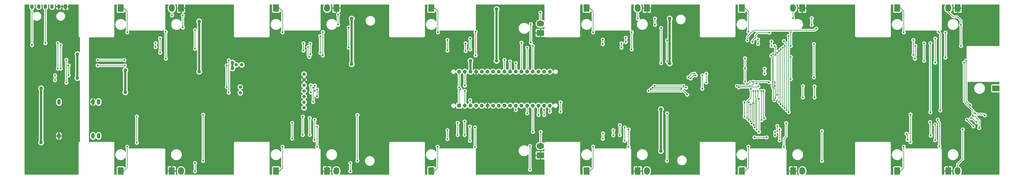
<source format=gbr>
G04 #@! TF.GenerationSoftware,KiCad,Pcbnew,(5.1.5)-3*
G04 #@! TF.CreationDate,2020-07-05T20:42:39-04:00*
G04 #@! TF.ProjectId,Slave Board,536c6176-6520-4426-9f61-72642e6b6963,rev?*
G04 #@! TF.SameCoordinates,Original*
G04 #@! TF.FileFunction,Copper,L2,Bot*
G04 #@! TF.FilePolarity,Positive*
%FSLAX46Y46*%
G04 Gerber Fmt 4.6, Leading zero omitted, Abs format (unit mm)*
G04 Created by KiCad (PCBNEW (5.1.5)-3) date 2020-07-05 20:42:39*
%MOMM*%
%LPD*%
G04 APERTURE LIST*
%ADD10O,1.500000X2.020000*%
%ADD11C,0.100000*%
%ADD12C,1.524000*%
%ADD13O,2.640000X3.300000*%
%ADD14O,3.300000X2.640000*%
%ADD15O,1.500000X2.500000*%
%ADD16O,1.727200X1.727200*%
%ADD17R,1.727200X1.727200*%
%ADD18C,0.800000*%
%ADD19C,1.600000*%
%ADD20C,0.250000*%
%ADD21C,1.000000*%
%ADD22C,0.254000*%
G04 APERTURE END LIST*
D10*
X75805000Y-177038000D03*
X78805000Y-177038000D03*
X81805000Y-177038000D03*
X84805000Y-177038000D03*
X87805000Y-177038000D03*
G04 #@! TA.AperFunction,ComponentPad*
D11*
G36*
X91329504Y-176029204D02*
G01*
X91353773Y-176032804D01*
X91377571Y-176038765D01*
X91400671Y-176047030D01*
X91422849Y-176057520D01*
X91443893Y-176070133D01*
X91463598Y-176084747D01*
X91481777Y-176101223D01*
X91498253Y-176119402D01*
X91512867Y-176139107D01*
X91525480Y-176160151D01*
X91535970Y-176182329D01*
X91544235Y-176205429D01*
X91550196Y-176229227D01*
X91553796Y-176253496D01*
X91555000Y-176278000D01*
X91555000Y-177798000D01*
X91553796Y-177822504D01*
X91550196Y-177846773D01*
X91544235Y-177870571D01*
X91535970Y-177893671D01*
X91525480Y-177915849D01*
X91512867Y-177936893D01*
X91498253Y-177956598D01*
X91481777Y-177974777D01*
X91463598Y-177991253D01*
X91443893Y-178005867D01*
X91422849Y-178018480D01*
X91400671Y-178028970D01*
X91377571Y-178037235D01*
X91353773Y-178043196D01*
X91329504Y-178046796D01*
X91305000Y-178048000D01*
X90305000Y-178048000D01*
X90280496Y-178046796D01*
X90256227Y-178043196D01*
X90232429Y-178037235D01*
X90209329Y-178028970D01*
X90187151Y-178018480D01*
X90166107Y-178005867D01*
X90146402Y-177991253D01*
X90128223Y-177974777D01*
X90111747Y-177956598D01*
X90097133Y-177936893D01*
X90084520Y-177915849D01*
X90074030Y-177893671D01*
X90065765Y-177870571D01*
X90059804Y-177846773D01*
X90056204Y-177822504D01*
X90055000Y-177798000D01*
X90055000Y-176278000D01*
X90056204Y-176253496D01*
X90059804Y-176229227D01*
X90065765Y-176205429D01*
X90074030Y-176182329D01*
X90084520Y-176160151D01*
X90097133Y-176139107D01*
X90111747Y-176119402D01*
X90128223Y-176101223D01*
X90146402Y-176084747D01*
X90166107Y-176070133D01*
X90187151Y-176057520D01*
X90209329Y-176047030D01*
X90232429Y-176038765D01*
X90256227Y-176032804D01*
X90280496Y-176029204D01*
X90305000Y-176028000D01*
X91305000Y-176028000D01*
X91329504Y-176029204D01*
G37*
G04 #@! TD.AperFunction*
D12*
X169804000Y-203133000D03*
X167284000Y-203133000D03*
X169144000Y-215713000D03*
X169144000Y-213153000D03*
X197724000Y-207323000D03*
X197724000Y-209873000D03*
X197724000Y-212393000D03*
X197724000Y-214913000D03*
X197724000Y-217433000D03*
X197724000Y-219953000D03*
X197724000Y-222473000D03*
G04 #@! TA.AperFunction,ComponentPad*
D11*
G36*
X116664504Y-176024204D02*
G01*
X116688773Y-176027804D01*
X116712571Y-176033765D01*
X116735671Y-176042030D01*
X116757849Y-176052520D01*
X116778893Y-176065133D01*
X116798598Y-176079747D01*
X116816777Y-176096223D01*
X116833253Y-176114402D01*
X116847867Y-176134107D01*
X116860480Y-176155151D01*
X116870970Y-176177329D01*
X116879235Y-176200429D01*
X116885196Y-176224227D01*
X116888796Y-176248496D01*
X116890000Y-176273000D01*
X116890000Y-179073000D01*
X116888796Y-179097504D01*
X116885196Y-179121773D01*
X116879235Y-179145571D01*
X116870970Y-179168671D01*
X116860480Y-179190849D01*
X116847867Y-179211893D01*
X116833253Y-179231598D01*
X116816777Y-179249777D01*
X116798598Y-179266253D01*
X116778893Y-179280867D01*
X116757849Y-179293480D01*
X116735671Y-179303970D01*
X116712571Y-179312235D01*
X116688773Y-179318196D01*
X116664504Y-179321796D01*
X116640000Y-179323000D01*
X114500000Y-179323000D01*
X114475496Y-179321796D01*
X114451227Y-179318196D01*
X114427429Y-179312235D01*
X114404329Y-179303970D01*
X114382151Y-179293480D01*
X114361107Y-179280867D01*
X114341402Y-179266253D01*
X114323223Y-179249777D01*
X114306747Y-179231598D01*
X114292133Y-179211893D01*
X114279520Y-179190849D01*
X114269030Y-179168671D01*
X114260765Y-179145571D01*
X114254804Y-179121773D01*
X114251204Y-179097504D01*
X114250000Y-179073000D01*
X114250000Y-176273000D01*
X114251204Y-176248496D01*
X114254804Y-176224227D01*
X114260765Y-176200429D01*
X114269030Y-176177329D01*
X114279520Y-176155151D01*
X114292133Y-176134107D01*
X114306747Y-176114402D01*
X114323223Y-176096223D01*
X114341402Y-176079747D01*
X114361107Y-176065133D01*
X114382151Y-176052520D01*
X114404329Y-176042030D01*
X114427429Y-176033765D01*
X114451227Y-176027804D01*
X114475496Y-176024204D01*
X114500000Y-176023000D01*
X116640000Y-176023000D01*
X116664504Y-176024204D01*
G37*
G04 #@! TD.AperFunction*
D13*
X138481000Y-177673000D03*
G04 #@! TA.AperFunction,ComponentPad*
D11*
G36*
X143715504Y-176024204D02*
G01*
X143739773Y-176027804D01*
X143763571Y-176033765D01*
X143786671Y-176042030D01*
X143808849Y-176052520D01*
X143829893Y-176065133D01*
X143849598Y-176079747D01*
X143867777Y-176096223D01*
X143884253Y-176114402D01*
X143898867Y-176134107D01*
X143911480Y-176155151D01*
X143921970Y-176177329D01*
X143930235Y-176200429D01*
X143936196Y-176224227D01*
X143939796Y-176248496D01*
X143941000Y-176273000D01*
X143941000Y-179073000D01*
X143939796Y-179097504D01*
X143936196Y-179121773D01*
X143930235Y-179145571D01*
X143921970Y-179168671D01*
X143911480Y-179190849D01*
X143898867Y-179211893D01*
X143884253Y-179231598D01*
X143867777Y-179249777D01*
X143849598Y-179266253D01*
X143829893Y-179280867D01*
X143808849Y-179293480D01*
X143786671Y-179303970D01*
X143763571Y-179312235D01*
X143739773Y-179318196D01*
X143715504Y-179321796D01*
X143691000Y-179323000D01*
X141551000Y-179323000D01*
X141526496Y-179321796D01*
X141502227Y-179318196D01*
X141478429Y-179312235D01*
X141455329Y-179303970D01*
X141433151Y-179293480D01*
X141412107Y-179280867D01*
X141392402Y-179266253D01*
X141374223Y-179249777D01*
X141357747Y-179231598D01*
X141343133Y-179211893D01*
X141330520Y-179190849D01*
X141320030Y-179168671D01*
X141311765Y-179145571D01*
X141305804Y-179121773D01*
X141302204Y-179097504D01*
X141301000Y-179073000D01*
X141301000Y-176273000D01*
X141302204Y-176248496D01*
X141305804Y-176224227D01*
X141311765Y-176200429D01*
X141320030Y-176177329D01*
X141330520Y-176155151D01*
X141343133Y-176134107D01*
X141357747Y-176114402D01*
X141374223Y-176096223D01*
X141392402Y-176079747D01*
X141412107Y-176065133D01*
X141433151Y-176052520D01*
X141455329Y-176042030D01*
X141478429Y-176033765D01*
X141502227Y-176027804D01*
X141526496Y-176024204D01*
X141551000Y-176023000D01*
X143691000Y-176023000D01*
X143715504Y-176024204D01*
G37*
G04 #@! TD.AperFunction*
G04 #@! TA.AperFunction,ComponentPad*
G36*
X213311504Y-176024204D02*
G01*
X213335773Y-176027804D01*
X213359571Y-176033765D01*
X213382671Y-176042030D01*
X213404849Y-176052520D01*
X213425893Y-176065133D01*
X213445598Y-176079747D01*
X213463777Y-176096223D01*
X213480253Y-176114402D01*
X213494867Y-176134107D01*
X213507480Y-176155151D01*
X213517970Y-176177329D01*
X213526235Y-176200429D01*
X213532196Y-176224227D01*
X213535796Y-176248496D01*
X213537000Y-176273000D01*
X213537000Y-179073000D01*
X213535796Y-179097504D01*
X213532196Y-179121773D01*
X213526235Y-179145571D01*
X213517970Y-179168671D01*
X213507480Y-179190849D01*
X213494867Y-179211893D01*
X213480253Y-179231598D01*
X213463777Y-179249777D01*
X213445598Y-179266253D01*
X213425893Y-179280867D01*
X213404849Y-179293480D01*
X213382671Y-179303970D01*
X213359571Y-179312235D01*
X213335773Y-179318196D01*
X213311504Y-179321796D01*
X213287000Y-179323000D01*
X211147000Y-179323000D01*
X211122496Y-179321796D01*
X211098227Y-179318196D01*
X211074429Y-179312235D01*
X211051329Y-179303970D01*
X211029151Y-179293480D01*
X211008107Y-179280867D01*
X210988402Y-179266253D01*
X210970223Y-179249777D01*
X210953747Y-179231598D01*
X210939133Y-179211893D01*
X210926520Y-179190849D01*
X210916030Y-179168671D01*
X210907765Y-179145571D01*
X210901804Y-179121773D01*
X210898204Y-179097504D01*
X210897000Y-179073000D01*
X210897000Y-176273000D01*
X210898204Y-176248496D01*
X210901804Y-176224227D01*
X210907765Y-176200429D01*
X210916030Y-176177329D01*
X210926520Y-176155151D01*
X210939133Y-176134107D01*
X210953747Y-176114402D01*
X210970223Y-176096223D01*
X210988402Y-176079747D01*
X211008107Y-176065133D01*
X211029151Y-176052520D01*
X211051329Y-176042030D01*
X211074429Y-176033765D01*
X211098227Y-176027804D01*
X211122496Y-176024204D01*
X211147000Y-176023000D01*
X213287000Y-176023000D01*
X213311504Y-176024204D01*
G37*
G04 #@! TD.AperFunction*
D13*
X208077000Y-177673000D03*
D14*
X303657000Y-184709000D03*
G04 #@! TA.AperFunction,ComponentPad*
D11*
G36*
X305081504Y-187530204D02*
G01*
X305105773Y-187533804D01*
X305129571Y-187539765D01*
X305152671Y-187548030D01*
X305174849Y-187558520D01*
X305195893Y-187571133D01*
X305215598Y-187585747D01*
X305233777Y-187602223D01*
X305250253Y-187620402D01*
X305264867Y-187640107D01*
X305277480Y-187661151D01*
X305287970Y-187683329D01*
X305296235Y-187706429D01*
X305302196Y-187730227D01*
X305305796Y-187754496D01*
X305307000Y-187779000D01*
X305307000Y-189919000D01*
X305305796Y-189943504D01*
X305302196Y-189967773D01*
X305296235Y-189991571D01*
X305287970Y-190014671D01*
X305277480Y-190036849D01*
X305264867Y-190057893D01*
X305250253Y-190077598D01*
X305233777Y-190095777D01*
X305215598Y-190112253D01*
X305195893Y-190126867D01*
X305174849Y-190139480D01*
X305152671Y-190149970D01*
X305129571Y-190158235D01*
X305105773Y-190164196D01*
X305081504Y-190167796D01*
X305057000Y-190169000D01*
X302257000Y-190169000D01*
X302232496Y-190167796D01*
X302208227Y-190164196D01*
X302184429Y-190158235D01*
X302161329Y-190149970D01*
X302139151Y-190139480D01*
X302118107Y-190126867D01*
X302098402Y-190112253D01*
X302080223Y-190095777D01*
X302063747Y-190077598D01*
X302049133Y-190057893D01*
X302036520Y-190036849D01*
X302026030Y-190014671D01*
X302017765Y-189991571D01*
X302011804Y-189967773D01*
X302008204Y-189943504D01*
X302007000Y-189919000D01*
X302007000Y-187779000D01*
X302008204Y-187754496D01*
X302011804Y-187730227D01*
X302017765Y-187706429D01*
X302026030Y-187683329D01*
X302036520Y-187661151D01*
X302049133Y-187640107D01*
X302063747Y-187620402D01*
X302080223Y-187602223D01*
X302098402Y-187585747D01*
X302118107Y-187571133D01*
X302139151Y-187558520D01*
X302161329Y-187548030D01*
X302184429Y-187539765D01*
X302208227Y-187533804D01*
X302232496Y-187530204D01*
X302257000Y-187529000D01*
X305057000Y-187529000D01*
X305081504Y-187530204D01*
G37*
G04 #@! TD.AperFunction*
G04 #@! TA.AperFunction,ComponentPad*
G36*
X352452504Y-176024204D02*
G01*
X352476773Y-176027804D01*
X352500571Y-176033765D01*
X352523671Y-176042030D01*
X352545849Y-176052520D01*
X352566893Y-176065133D01*
X352586598Y-176079747D01*
X352604777Y-176096223D01*
X352621253Y-176114402D01*
X352635867Y-176134107D01*
X352648480Y-176155151D01*
X352658970Y-176177329D01*
X352667235Y-176200429D01*
X352673196Y-176224227D01*
X352676796Y-176248496D01*
X352678000Y-176273000D01*
X352678000Y-179073000D01*
X352676796Y-179097504D01*
X352673196Y-179121773D01*
X352667235Y-179145571D01*
X352658970Y-179168671D01*
X352648480Y-179190849D01*
X352635867Y-179211893D01*
X352621253Y-179231598D01*
X352604777Y-179249777D01*
X352586598Y-179266253D01*
X352566893Y-179280867D01*
X352545849Y-179293480D01*
X352523671Y-179303970D01*
X352500571Y-179312235D01*
X352476773Y-179318196D01*
X352452504Y-179321796D01*
X352428000Y-179323000D01*
X350288000Y-179323000D01*
X350263496Y-179321796D01*
X350239227Y-179318196D01*
X350215429Y-179312235D01*
X350192329Y-179303970D01*
X350170151Y-179293480D01*
X350149107Y-179280867D01*
X350129402Y-179266253D01*
X350111223Y-179249777D01*
X350094747Y-179231598D01*
X350080133Y-179211893D01*
X350067520Y-179190849D01*
X350057030Y-179168671D01*
X350048765Y-179145571D01*
X350042804Y-179121773D01*
X350039204Y-179097504D01*
X350038000Y-179073000D01*
X350038000Y-176273000D01*
X350039204Y-176248496D01*
X350042804Y-176224227D01*
X350048765Y-176200429D01*
X350057030Y-176177329D01*
X350067520Y-176155151D01*
X350080133Y-176134107D01*
X350094747Y-176114402D01*
X350111223Y-176096223D01*
X350129402Y-176079747D01*
X350149107Y-176065133D01*
X350170151Y-176052520D01*
X350192329Y-176042030D01*
X350215429Y-176033765D01*
X350239227Y-176027804D01*
X350263496Y-176024204D01*
X350288000Y-176023000D01*
X352428000Y-176023000D01*
X352452504Y-176024204D01*
G37*
G04 #@! TD.AperFunction*
D13*
X347218000Y-177673000D03*
X416814000Y-177673000D03*
G04 #@! TA.AperFunction,ComponentPad*
D11*
G36*
X422048504Y-176024204D02*
G01*
X422072773Y-176027804D01*
X422096571Y-176033765D01*
X422119671Y-176042030D01*
X422141849Y-176052520D01*
X422162893Y-176065133D01*
X422182598Y-176079747D01*
X422200777Y-176096223D01*
X422217253Y-176114402D01*
X422231867Y-176134107D01*
X422244480Y-176155151D01*
X422254970Y-176177329D01*
X422263235Y-176200429D01*
X422269196Y-176224227D01*
X422272796Y-176248496D01*
X422274000Y-176273000D01*
X422274000Y-179073000D01*
X422272796Y-179097504D01*
X422269196Y-179121773D01*
X422263235Y-179145571D01*
X422254970Y-179168671D01*
X422244480Y-179190849D01*
X422231867Y-179211893D01*
X422217253Y-179231598D01*
X422200777Y-179249777D01*
X422182598Y-179266253D01*
X422162893Y-179280867D01*
X422141849Y-179293480D01*
X422119671Y-179303970D01*
X422096571Y-179312235D01*
X422072773Y-179318196D01*
X422048504Y-179321796D01*
X422024000Y-179323000D01*
X419884000Y-179323000D01*
X419859496Y-179321796D01*
X419835227Y-179318196D01*
X419811429Y-179312235D01*
X419788329Y-179303970D01*
X419766151Y-179293480D01*
X419745107Y-179280867D01*
X419725402Y-179266253D01*
X419707223Y-179249777D01*
X419690747Y-179231598D01*
X419676133Y-179211893D01*
X419663520Y-179190849D01*
X419653030Y-179168671D01*
X419644765Y-179145571D01*
X419638804Y-179121773D01*
X419635204Y-179097504D01*
X419634000Y-179073000D01*
X419634000Y-176273000D01*
X419635204Y-176248496D01*
X419638804Y-176224227D01*
X419644765Y-176200429D01*
X419653030Y-176177329D01*
X419663520Y-176155151D01*
X419676133Y-176134107D01*
X419690747Y-176114402D01*
X419707223Y-176096223D01*
X419725402Y-176079747D01*
X419745107Y-176065133D01*
X419766151Y-176052520D01*
X419788329Y-176042030D01*
X419811429Y-176033765D01*
X419835227Y-176027804D01*
X419859496Y-176024204D01*
X419884000Y-176023000D01*
X422024000Y-176023000D01*
X422048504Y-176024204D01*
G37*
G04 #@! TD.AperFunction*
G04 #@! TA.AperFunction,ComponentPad*
G36*
X491695504Y-176024204D02*
G01*
X491719773Y-176027804D01*
X491743571Y-176033765D01*
X491766671Y-176042030D01*
X491788849Y-176052520D01*
X491809893Y-176065133D01*
X491829598Y-176079747D01*
X491847777Y-176096223D01*
X491864253Y-176114402D01*
X491878867Y-176134107D01*
X491891480Y-176155151D01*
X491901970Y-176177329D01*
X491910235Y-176200429D01*
X491916196Y-176224227D01*
X491919796Y-176248496D01*
X491921000Y-176273000D01*
X491921000Y-179073000D01*
X491919796Y-179097504D01*
X491916196Y-179121773D01*
X491910235Y-179145571D01*
X491901970Y-179168671D01*
X491891480Y-179190849D01*
X491878867Y-179211893D01*
X491864253Y-179231598D01*
X491847777Y-179249777D01*
X491829598Y-179266253D01*
X491809893Y-179280867D01*
X491788849Y-179293480D01*
X491766671Y-179303970D01*
X491743571Y-179312235D01*
X491719773Y-179318196D01*
X491695504Y-179321796D01*
X491671000Y-179323000D01*
X489531000Y-179323000D01*
X489506496Y-179321796D01*
X489482227Y-179318196D01*
X489458429Y-179312235D01*
X489435329Y-179303970D01*
X489413151Y-179293480D01*
X489392107Y-179280867D01*
X489372402Y-179266253D01*
X489354223Y-179249777D01*
X489337747Y-179231598D01*
X489323133Y-179211893D01*
X489310520Y-179190849D01*
X489300030Y-179168671D01*
X489291765Y-179145571D01*
X489285804Y-179121773D01*
X489282204Y-179097504D01*
X489281000Y-179073000D01*
X489281000Y-176273000D01*
X489282204Y-176248496D01*
X489285804Y-176224227D01*
X489291765Y-176200429D01*
X489300030Y-176177329D01*
X489310520Y-176155151D01*
X489323133Y-176134107D01*
X489337747Y-176114402D01*
X489354223Y-176096223D01*
X489372402Y-176079747D01*
X489392107Y-176065133D01*
X489413151Y-176052520D01*
X489435329Y-176042030D01*
X489458429Y-176033765D01*
X489482227Y-176027804D01*
X489506496Y-176024204D01*
X489531000Y-176023000D01*
X491671000Y-176023000D01*
X491695504Y-176024204D01*
G37*
G04 #@! TD.AperFunction*
D13*
X486461000Y-177673000D03*
G04 #@! TA.AperFunction,ComponentPad*
D11*
G36*
X487555504Y-249176204D02*
G01*
X487579773Y-249179804D01*
X487603571Y-249185765D01*
X487626671Y-249194030D01*
X487648849Y-249204520D01*
X487669893Y-249217133D01*
X487689598Y-249231747D01*
X487707777Y-249248223D01*
X487724253Y-249266402D01*
X487738867Y-249286107D01*
X487751480Y-249307151D01*
X487761970Y-249329329D01*
X487770235Y-249352429D01*
X487776196Y-249376227D01*
X487779796Y-249400496D01*
X487781000Y-249425000D01*
X487781000Y-252225000D01*
X487779796Y-252249504D01*
X487776196Y-252273773D01*
X487770235Y-252297571D01*
X487761970Y-252320671D01*
X487751480Y-252342849D01*
X487738867Y-252363893D01*
X487724253Y-252383598D01*
X487707777Y-252401777D01*
X487689598Y-252418253D01*
X487669893Y-252432867D01*
X487648849Y-252445480D01*
X487626671Y-252455970D01*
X487603571Y-252464235D01*
X487579773Y-252470196D01*
X487555504Y-252473796D01*
X487531000Y-252475000D01*
X485391000Y-252475000D01*
X485366496Y-252473796D01*
X485342227Y-252470196D01*
X485318429Y-252464235D01*
X485295329Y-252455970D01*
X485273151Y-252445480D01*
X485252107Y-252432867D01*
X485232402Y-252418253D01*
X485214223Y-252401777D01*
X485197747Y-252383598D01*
X485183133Y-252363893D01*
X485170520Y-252342849D01*
X485160030Y-252320671D01*
X485151765Y-252297571D01*
X485145804Y-252273773D01*
X485142204Y-252249504D01*
X485141000Y-252225000D01*
X485141000Y-249425000D01*
X485142204Y-249400496D01*
X485145804Y-249376227D01*
X485151765Y-249352429D01*
X485160030Y-249329329D01*
X485170520Y-249307151D01*
X485183133Y-249286107D01*
X485197747Y-249266402D01*
X485214223Y-249248223D01*
X485232402Y-249231747D01*
X485252107Y-249217133D01*
X485273151Y-249204520D01*
X485295329Y-249194030D01*
X485318429Y-249185765D01*
X485342227Y-249179804D01*
X485366496Y-249176204D01*
X485391000Y-249175000D01*
X487531000Y-249175000D01*
X487555504Y-249176204D01*
G37*
G04 #@! TD.AperFunction*
D13*
X490601000Y-250825000D03*
X421005000Y-250825000D03*
G04 #@! TA.AperFunction,ComponentPad*
D11*
G36*
X417959504Y-249176204D02*
G01*
X417983773Y-249179804D01*
X418007571Y-249185765D01*
X418030671Y-249194030D01*
X418052849Y-249204520D01*
X418073893Y-249217133D01*
X418093598Y-249231747D01*
X418111777Y-249248223D01*
X418128253Y-249266402D01*
X418142867Y-249286107D01*
X418155480Y-249307151D01*
X418165970Y-249329329D01*
X418174235Y-249352429D01*
X418180196Y-249376227D01*
X418183796Y-249400496D01*
X418185000Y-249425000D01*
X418185000Y-252225000D01*
X418183796Y-252249504D01*
X418180196Y-252273773D01*
X418174235Y-252297571D01*
X418165970Y-252320671D01*
X418155480Y-252342849D01*
X418142867Y-252363893D01*
X418128253Y-252383598D01*
X418111777Y-252401777D01*
X418093598Y-252418253D01*
X418073893Y-252432867D01*
X418052849Y-252445480D01*
X418030671Y-252455970D01*
X418007571Y-252464235D01*
X417983773Y-252470196D01*
X417959504Y-252473796D01*
X417935000Y-252475000D01*
X415795000Y-252475000D01*
X415770496Y-252473796D01*
X415746227Y-252470196D01*
X415722429Y-252464235D01*
X415699329Y-252455970D01*
X415677151Y-252445480D01*
X415656107Y-252432867D01*
X415636402Y-252418253D01*
X415618223Y-252401777D01*
X415601747Y-252383598D01*
X415587133Y-252363893D01*
X415574520Y-252342849D01*
X415564030Y-252320671D01*
X415555765Y-252297571D01*
X415549804Y-252273773D01*
X415546204Y-252249504D01*
X415545000Y-252225000D01*
X415545000Y-249425000D01*
X415546204Y-249400496D01*
X415549804Y-249376227D01*
X415555765Y-249352429D01*
X415564030Y-249329329D01*
X415574520Y-249307151D01*
X415587133Y-249286107D01*
X415601747Y-249266402D01*
X415618223Y-249248223D01*
X415636402Y-249231747D01*
X415656107Y-249217133D01*
X415677151Y-249204520D01*
X415699329Y-249194030D01*
X415722429Y-249185765D01*
X415746227Y-249179804D01*
X415770496Y-249176204D01*
X415795000Y-249175000D01*
X417935000Y-249175000D01*
X417959504Y-249176204D01*
G37*
G04 #@! TD.AperFunction*
G04 #@! TA.AperFunction,ComponentPad*
G36*
X348312504Y-249176204D02*
G01*
X348336773Y-249179804D01*
X348360571Y-249185765D01*
X348383671Y-249194030D01*
X348405849Y-249204520D01*
X348426893Y-249217133D01*
X348446598Y-249231747D01*
X348464777Y-249248223D01*
X348481253Y-249266402D01*
X348495867Y-249286107D01*
X348508480Y-249307151D01*
X348518970Y-249329329D01*
X348527235Y-249352429D01*
X348533196Y-249376227D01*
X348536796Y-249400496D01*
X348538000Y-249425000D01*
X348538000Y-252225000D01*
X348536796Y-252249504D01*
X348533196Y-252273773D01*
X348527235Y-252297571D01*
X348518970Y-252320671D01*
X348508480Y-252342849D01*
X348495867Y-252363893D01*
X348481253Y-252383598D01*
X348464777Y-252401777D01*
X348446598Y-252418253D01*
X348426893Y-252432867D01*
X348405849Y-252445480D01*
X348383671Y-252455970D01*
X348360571Y-252464235D01*
X348336773Y-252470196D01*
X348312504Y-252473796D01*
X348288000Y-252475000D01*
X346148000Y-252475000D01*
X346123496Y-252473796D01*
X346099227Y-252470196D01*
X346075429Y-252464235D01*
X346052329Y-252455970D01*
X346030151Y-252445480D01*
X346009107Y-252432867D01*
X345989402Y-252418253D01*
X345971223Y-252401777D01*
X345954747Y-252383598D01*
X345940133Y-252363893D01*
X345927520Y-252342849D01*
X345917030Y-252320671D01*
X345908765Y-252297571D01*
X345902804Y-252273773D01*
X345899204Y-252249504D01*
X345898000Y-252225000D01*
X345898000Y-249425000D01*
X345899204Y-249400496D01*
X345902804Y-249376227D01*
X345908765Y-249352429D01*
X345917030Y-249329329D01*
X345927520Y-249307151D01*
X345940133Y-249286107D01*
X345954747Y-249266402D01*
X345971223Y-249248223D01*
X345989402Y-249231747D01*
X346009107Y-249217133D01*
X346030151Y-249204520D01*
X346052329Y-249194030D01*
X346075429Y-249185765D01*
X346099227Y-249179804D01*
X346123496Y-249176204D01*
X346148000Y-249175000D01*
X348288000Y-249175000D01*
X348312504Y-249176204D01*
G37*
G04 #@! TD.AperFunction*
D13*
X351358000Y-250825000D03*
D14*
X303657000Y-239649000D03*
G04 #@! TA.AperFunction,ComponentPad*
D11*
G36*
X305081504Y-242470204D02*
G01*
X305105773Y-242473804D01*
X305129571Y-242479765D01*
X305152671Y-242488030D01*
X305174849Y-242498520D01*
X305195893Y-242511133D01*
X305215598Y-242525747D01*
X305233777Y-242542223D01*
X305250253Y-242560402D01*
X305264867Y-242580107D01*
X305277480Y-242601151D01*
X305287970Y-242623329D01*
X305296235Y-242646429D01*
X305302196Y-242670227D01*
X305305796Y-242694496D01*
X305307000Y-242719000D01*
X305307000Y-244859000D01*
X305305796Y-244883504D01*
X305302196Y-244907773D01*
X305296235Y-244931571D01*
X305287970Y-244954671D01*
X305277480Y-244976849D01*
X305264867Y-244997893D01*
X305250253Y-245017598D01*
X305233777Y-245035777D01*
X305215598Y-245052253D01*
X305195893Y-245066867D01*
X305174849Y-245079480D01*
X305152671Y-245089970D01*
X305129571Y-245098235D01*
X305105773Y-245104196D01*
X305081504Y-245107796D01*
X305057000Y-245109000D01*
X302257000Y-245109000D01*
X302232496Y-245107796D01*
X302208227Y-245104196D01*
X302184429Y-245098235D01*
X302161329Y-245089970D01*
X302139151Y-245079480D01*
X302118107Y-245066867D01*
X302098402Y-245052253D01*
X302080223Y-245035777D01*
X302063747Y-245017598D01*
X302049133Y-244997893D01*
X302036520Y-244976849D01*
X302026030Y-244954671D01*
X302017765Y-244931571D01*
X302011804Y-244907773D01*
X302008204Y-244883504D01*
X302007000Y-244859000D01*
X302007000Y-242719000D01*
X302008204Y-242694496D01*
X302011804Y-242670227D01*
X302017765Y-242646429D01*
X302026030Y-242623329D01*
X302036520Y-242601151D01*
X302049133Y-242580107D01*
X302063747Y-242560402D01*
X302080223Y-242542223D01*
X302098402Y-242525747D01*
X302118107Y-242511133D01*
X302139151Y-242498520D01*
X302161329Y-242488030D01*
X302184429Y-242479765D01*
X302208227Y-242473804D01*
X302232496Y-242470204D01*
X302257000Y-242469000D01*
X305057000Y-242469000D01*
X305081504Y-242470204D01*
G37*
G04 #@! TD.AperFunction*
G04 #@! TA.AperFunction,ComponentPad*
G36*
X209120504Y-249176204D02*
G01*
X209144773Y-249179804D01*
X209168571Y-249185765D01*
X209191671Y-249194030D01*
X209213849Y-249204520D01*
X209234893Y-249217133D01*
X209254598Y-249231747D01*
X209272777Y-249248223D01*
X209289253Y-249266402D01*
X209303867Y-249286107D01*
X209316480Y-249307151D01*
X209326970Y-249329329D01*
X209335235Y-249352429D01*
X209341196Y-249376227D01*
X209344796Y-249400496D01*
X209346000Y-249425000D01*
X209346000Y-252225000D01*
X209344796Y-252249504D01*
X209341196Y-252273773D01*
X209335235Y-252297571D01*
X209326970Y-252320671D01*
X209316480Y-252342849D01*
X209303867Y-252363893D01*
X209289253Y-252383598D01*
X209272777Y-252401777D01*
X209254598Y-252418253D01*
X209234893Y-252432867D01*
X209213849Y-252445480D01*
X209191671Y-252455970D01*
X209168571Y-252464235D01*
X209144773Y-252470196D01*
X209120504Y-252473796D01*
X209096000Y-252475000D01*
X206956000Y-252475000D01*
X206931496Y-252473796D01*
X206907227Y-252470196D01*
X206883429Y-252464235D01*
X206860329Y-252455970D01*
X206838151Y-252445480D01*
X206817107Y-252432867D01*
X206797402Y-252418253D01*
X206779223Y-252401777D01*
X206762747Y-252383598D01*
X206748133Y-252363893D01*
X206735520Y-252342849D01*
X206725030Y-252320671D01*
X206716765Y-252297571D01*
X206710804Y-252273773D01*
X206707204Y-252249504D01*
X206706000Y-252225000D01*
X206706000Y-249425000D01*
X206707204Y-249400496D01*
X206710804Y-249376227D01*
X206716765Y-249352429D01*
X206725030Y-249329329D01*
X206735520Y-249307151D01*
X206748133Y-249286107D01*
X206762747Y-249266402D01*
X206779223Y-249248223D01*
X206797402Y-249231747D01*
X206817107Y-249217133D01*
X206838151Y-249204520D01*
X206860329Y-249194030D01*
X206883429Y-249185765D01*
X206907227Y-249179804D01*
X206931496Y-249176204D01*
X206956000Y-249175000D01*
X209096000Y-249175000D01*
X209120504Y-249176204D01*
G37*
G04 #@! TD.AperFunction*
D13*
X212166000Y-250825000D03*
X142570000Y-250825000D03*
G04 #@! TA.AperFunction,ComponentPad*
D11*
G36*
X139524504Y-249176204D02*
G01*
X139548773Y-249179804D01*
X139572571Y-249185765D01*
X139595671Y-249194030D01*
X139617849Y-249204520D01*
X139638893Y-249217133D01*
X139658598Y-249231747D01*
X139676777Y-249248223D01*
X139693253Y-249266402D01*
X139707867Y-249286107D01*
X139720480Y-249307151D01*
X139730970Y-249329329D01*
X139739235Y-249352429D01*
X139745196Y-249376227D01*
X139748796Y-249400496D01*
X139750000Y-249425000D01*
X139750000Y-252225000D01*
X139748796Y-252249504D01*
X139745196Y-252273773D01*
X139739235Y-252297571D01*
X139730970Y-252320671D01*
X139720480Y-252342849D01*
X139707867Y-252363893D01*
X139693253Y-252383598D01*
X139676777Y-252401777D01*
X139658598Y-252418253D01*
X139638893Y-252432867D01*
X139617849Y-252445480D01*
X139595671Y-252455970D01*
X139572571Y-252464235D01*
X139548773Y-252470196D01*
X139524504Y-252473796D01*
X139500000Y-252475000D01*
X137360000Y-252475000D01*
X137335496Y-252473796D01*
X137311227Y-252470196D01*
X137287429Y-252464235D01*
X137264329Y-252455970D01*
X137242151Y-252445480D01*
X137221107Y-252432867D01*
X137201402Y-252418253D01*
X137183223Y-252401777D01*
X137166747Y-252383598D01*
X137152133Y-252363893D01*
X137139520Y-252342849D01*
X137129030Y-252320671D01*
X137120765Y-252297571D01*
X137114804Y-252273773D01*
X137111204Y-252249504D01*
X137110000Y-252225000D01*
X137110000Y-249425000D01*
X137111204Y-249400496D01*
X137114804Y-249376227D01*
X137120765Y-249352429D01*
X137129030Y-249329329D01*
X137139520Y-249307151D01*
X137152133Y-249286107D01*
X137166747Y-249266402D01*
X137183223Y-249248223D01*
X137201402Y-249231747D01*
X137221107Y-249217133D01*
X137242151Y-249204520D01*
X137264329Y-249194030D01*
X137287429Y-249185765D01*
X137311227Y-249179804D01*
X137335496Y-249176204D01*
X137360000Y-249175000D01*
X139500000Y-249175000D01*
X139524504Y-249176204D01*
G37*
G04 #@! TD.AperFunction*
G04 #@! TA.AperFunction,ComponentPad*
G36*
X509170504Y-212422204D02*
G01*
X509194773Y-212425804D01*
X509218571Y-212431765D01*
X509241671Y-212440030D01*
X509263849Y-212450520D01*
X509284893Y-212463133D01*
X509304598Y-212477747D01*
X509322777Y-212494223D01*
X509339253Y-212512402D01*
X509353867Y-212532107D01*
X509366480Y-212553151D01*
X509376970Y-212575329D01*
X509385235Y-212598429D01*
X509391196Y-212622227D01*
X509394796Y-212646496D01*
X509396000Y-212671000D01*
X509396000Y-214811000D01*
X509394796Y-214835504D01*
X509391196Y-214859773D01*
X509385235Y-214883571D01*
X509376970Y-214906671D01*
X509366480Y-214928849D01*
X509353867Y-214949893D01*
X509339253Y-214969598D01*
X509322777Y-214987777D01*
X509304598Y-215004253D01*
X509284893Y-215018867D01*
X509263849Y-215031480D01*
X509241671Y-215041970D01*
X509218571Y-215050235D01*
X509194773Y-215056196D01*
X509170504Y-215059796D01*
X509146000Y-215061000D01*
X506346000Y-215061000D01*
X506321496Y-215059796D01*
X506297227Y-215056196D01*
X506273429Y-215050235D01*
X506250329Y-215041970D01*
X506228151Y-215031480D01*
X506207107Y-215018867D01*
X506187402Y-215004253D01*
X506169223Y-214987777D01*
X506152747Y-214969598D01*
X506138133Y-214949893D01*
X506125520Y-214928849D01*
X506115030Y-214906671D01*
X506106765Y-214883571D01*
X506100804Y-214859773D01*
X506097204Y-214835504D01*
X506096000Y-214811000D01*
X506096000Y-212671000D01*
X506097204Y-212646496D01*
X506100804Y-212622227D01*
X506106765Y-212598429D01*
X506115030Y-212575329D01*
X506125520Y-212553151D01*
X506138133Y-212532107D01*
X506152747Y-212512402D01*
X506169223Y-212494223D01*
X506187402Y-212477747D01*
X506207107Y-212463133D01*
X506228151Y-212450520D01*
X506250329Y-212440030D01*
X506273429Y-212431765D01*
X506297227Y-212425804D01*
X506321496Y-212422204D01*
X506346000Y-212421000D01*
X509146000Y-212421000D01*
X509170504Y-212422204D01*
G37*
G04 #@! TD.AperFunction*
G04 #@! TA.AperFunction,ComponentPad*
G36*
X464644504Y-249176204D02*
G01*
X464668773Y-249179804D01*
X464692571Y-249185765D01*
X464715671Y-249194030D01*
X464737849Y-249204520D01*
X464758893Y-249217133D01*
X464778598Y-249231747D01*
X464796777Y-249248223D01*
X464813253Y-249266402D01*
X464827867Y-249286107D01*
X464840480Y-249307151D01*
X464850970Y-249329329D01*
X464859235Y-249352429D01*
X464865196Y-249376227D01*
X464868796Y-249400496D01*
X464870000Y-249425000D01*
X464870000Y-252225000D01*
X464868796Y-252249504D01*
X464865196Y-252273773D01*
X464859235Y-252297571D01*
X464850970Y-252320671D01*
X464840480Y-252342849D01*
X464827867Y-252363893D01*
X464813253Y-252383598D01*
X464796777Y-252401777D01*
X464778598Y-252418253D01*
X464758893Y-252432867D01*
X464737849Y-252445480D01*
X464715671Y-252455970D01*
X464692571Y-252464235D01*
X464668773Y-252470196D01*
X464644504Y-252473796D01*
X464620000Y-252475000D01*
X462480000Y-252475000D01*
X462455496Y-252473796D01*
X462431227Y-252470196D01*
X462407429Y-252464235D01*
X462384329Y-252455970D01*
X462362151Y-252445480D01*
X462341107Y-252432867D01*
X462321402Y-252418253D01*
X462303223Y-252401777D01*
X462286747Y-252383598D01*
X462272133Y-252363893D01*
X462259520Y-252342849D01*
X462249030Y-252320671D01*
X462240765Y-252297571D01*
X462234804Y-252273773D01*
X462231204Y-252249504D01*
X462230000Y-252225000D01*
X462230000Y-249425000D01*
X462231204Y-249400496D01*
X462234804Y-249376227D01*
X462240765Y-249352429D01*
X462249030Y-249329329D01*
X462259520Y-249307151D01*
X462272133Y-249286107D01*
X462286747Y-249266402D01*
X462303223Y-249248223D01*
X462321402Y-249231747D01*
X462341107Y-249217133D01*
X462362151Y-249204520D01*
X462384329Y-249194030D01*
X462407429Y-249185765D01*
X462431227Y-249179804D01*
X462455496Y-249176204D01*
X462480000Y-249175000D01*
X464620000Y-249175000D01*
X464644504Y-249176204D01*
G37*
G04 #@! TD.AperFunction*
G04 #@! TA.AperFunction,ComponentPad*
G36*
X395048504Y-249176204D02*
G01*
X395072773Y-249179804D01*
X395096571Y-249185765D01*
X395119671Y-249194030D01*
X395141849Y-249204520D01*
X395162893Y-249217133D01*
X395182598Y-249231747D01*
X395200777Y-249248223D01*
X395217253Y-249266402D01*
X395231867Y-249286107D01*
X395244480Y-249307151D01*
X395254970Y-249329329D01*
X395263235Y-249352429D01*
X395269196Y-249376227D01*
X395272796Y-249400496D01*
X395274000Y-249425000D01*
X395274000Y-252225000D01*
X395272796Y-252249504D01*
X395269196Y-252273773D01*
X395263235Y-252297571D01*
X395254970Y-252320671D01*
X395244480Y-252342849D01*
X395231867Y-252363893D01*
X395217253Y-252383598D01*
X395200777Y-252401777D01*
X395182598Y-252418253D01*
X395162893Y-252432867D01*
X395141849Y-252445480D01*
X395119671Y-252455970D01*
X395096571Y-252464235D01*
X395072773Y-252470196D01*
X395048504Y-252473796D01*
X395024000Y-252475000D01*
X392884000Y-252475000D01*
X392859496Y-252473796D01*
X392835227Y-252470196D01*
X392811429Y-252464235D01*
X392788329Y-252455970D01*
X392766151Y-252445480D01*
X392745107Y-252432867D01*
X392725402Y-252418253D01*
X392707223Y-252401777D01*
X392690747Y-252383598D01*
X392676133Y-252363893D01*
X392663520Y-252342849D01*
X392653030Y-252320671D01*
X392644765Y-252297571D01*
X392638804Y-252273773D01*
X392635204Y-252249504D01*
X392634000Y-252225000D01*
X392634000Y-249425000D01*
X392635204Y-249400496D01*
X392638804Y-249376227D01*
X392644765Y-249352429D01*
X392653030Y-249329329D01*
X392663520Y-249307151D01*
X392676133Y-249286107D01*
X392690747Y-249266402D01*
X392707223Y-249248223D01*
X392725402Y-249231747D01*
X392745107Y-249217133D01*
X392766151Y-249204520D01*
X392788329Y-249194030D01*
X392811429Y-249185765D01*
X392835227Y-249179804D01*
X392859496Y-249176204D01*
X392884000Y-249175000D01*
X395024000Y-249175000D01*
X395048504Y-249176204D01*
G37*
G04 #@! TD.AperFunction*
G04 #@! TA.AperFunction,ComponentPad*
G36*
X325452504Y-249176204D02*
G01*
X325476773Y-249179804D01*
X325500571Y-249185765D01*
X325523671Y-249194030D01*
X325545849Y-249204520D01*
X325566893Y-249217133D01*
X325586598Y-249231747D01*
X325604777Y-249248223D01*
X325621253Y-249266402D01*
X325635867Y-249286107D01*
X325648480Y-249307151D01*
X325658970Y-249329329D01*
X325667235Y-249352429D01*
X325673196Y-249376227D01*
X325676796Y-249400496D01*
X325678000Y-249425000D01*
X325678000Y-252225000D01*
X325676796Y-252249504D01*
X325673196Y-252273773D01*
X325667235Y-252297571D01*
X325658970Y-252320671D01*
X325648480Y-252342849D01*
X325635867Y-252363893D01*
X325621253Y-252383598D01*
X325604777Y-252401777D01*
X325586598Y-252418253D01*
X325566893Y-252432867D01*
X325545849Y-252445480D01*
X325523671Y-252455970D01*
X325500571Y-252464235D01*
X325476773Y-252470196D01*
X325452504Y-252473796D01*
X325428000Y-252475000D01*
X323288000Y-252475000D01*
X323263496Y-252473796D01*
X323239227Y-252470196D01*
X323215429Y-252464235D01*
X323192329Y-252455970D01*
X323170151Y-252445480D01*
X323149107Y-252432867D01*
X323129402Y-252418253D01*
X323111223Y-252401777D01*
X323094747Y-252383598D01*
X323080133Y-252363893D01*
X323067520Y-252342849D01*
X323057030Y-252320671D01*
X323048765Y-252297571D01*
X323042804Y-252273773D01*
X323039204Y-252249504D01*
X323038000Y-252225000D01*
X323038000Y-249425000D01*
X323039204Y-249400496D01*
X323042804Y-249376227D01*
X323048765Y-249352429D01*
X323057030Y-249329329D01*
X323067520Y-249307151D01*
X323080133Y-249286107D01*
X323094747Y-249266402D01*
X323111223Y-249248223D01*
X323129402Y-249231747D01*
X323149107Y-249217133D01*
X323170151Y-249204520D01*
X323192329Y-249194030D01*
X323215429Y-249185765D01*
X323239227Y-249179804D01*
X323263496Y-249176204D01*
X323288000Y-249175000D01*
X325428000Y-249175000D01*
X325452504Y-249176204D01*
G37*
G04 #@! TD.AperFunction*
G04 #@! TA.AperFunction,ComponentPad*
G36*
X255856504Y-249176204D02*
G01*
X255880773Y-249179804D01*
X255904571Y-249185765D01*
X255927671Y-249194030D01*
X255949849Y-249204520D01*
X255970893Y-249217133D01*
X255990598Y-249231747D01*
X256008777Y-249248223D01*
X256025253Y-249266402D01*
X256039867Y-249286107D01*
X256052480Y-249307151D01*
X256062970Y-249329329D01*
X256071235Y-249352429D01*
X256077196Y-249376227D01*
X256080796Y-249400496D01*
X256082000Y-249425000D01*
X256082000Y-252225000D01*
X256080796Y-252249504D01*
X256077196Y-252273773D01*
X256071235Y-252297571D01*
X256062970Y-252320671D01*
X256052480Y-252342849D01*
X256039867Y-252363893D01*
X256025253Y-252383598D01*
X256008777Y-252401777D01*
X255990598Y-252418253D01*
X255970893Y-252432867D01*
X255949849Y-252445480D01*
X255927671Y-252455970D01*
X255904571Y-252464235D01*
X255880773Y-252470196D01*
X255856504Y-252473796D01*
X255832000Y-252475000D01*
X253692000Y-252475000D01*
X253667496Y-252473796D01*
X253643227Y-252470196D01*
X253619429Y-252464235D01*
X253596329Y-252455970D01*
X253574151Y-252445480D01*
X253553107Y-252432867D01*
X253533402Y-252418253D01*
X253515223Y-252401777D01*
X253498747Y-252383598D01*
X253484133Y-252363893D01*
X253471520Y-252342849D01*
X253461030Y-252320671D01*
X253452765Y-252297571D01*
X253446804Y-252273773D01*
X253443204Y-252249504D01*
X253442000Y-252225000D01*
X253442000Y-249425000D01*
X253443204Y-249400496D01*
X253446804Y-249376227D01*
X253452765Y-249352429D01*
X253461030Y-249329329D01*
X253471520Y-249307151D01*
X253484133Y-249286107D01*
X253498747Y-249266402D01*
X253515223Y-249248223D01*
X253533402Y-249231747D01*
X253553107Y-249217133D01*
X253574151Y-249204520D01*
X253596329Y-249194030D01*
X253619429Y-249185765D01*
X253643227Y-249179804D01*
X253667496Y-249176204D01*
X253692000Y-249175000D01*
X255832000Y-249175000D01*
X255856504Y-249176204D01*
G37*
G04 #@! TD.AperFunction*
G04 #@! TA.AperFunction,ComponentPad*
G36*
X186260504Y-249176204D02*
G01*
X186284773Y-249179804D01*
X186308571Y-249185765D01*
X186331671Y-249194030D01*
X186353849Y-249204520D01*
X186374893Y-249217133D01*
X186394598Y-249231747D01*
X186412777Y-249248223D01*
X186429253Y-249266402D01*
X186443867Y-249286107D01*
X186456480Y-249307151D01*
X186466970Y-249329329D01*
X186475235Y-249352429D01*
X186481196Y-249376227D01*
X186484796Y-249400496D01*
X186486000Y-249425000D01*
X186486000Y-252225000D01*
X186484796Y-252249504D01*
X186481196Y-252273773D01*
X186475235Y-252297571D01*
X186466970Y-252320671D01*
X186456480Y-252342849D01*
X186443867Y-252363893D01*
X186429253Y-252383598D01*
X186412777Y-252401777D01*
X186394598Y-252418253D01*
X186374893Y-252432867D01*
X186353849Y-252445480D01*
X186331671Y-252455970D01*
X186308571Y-252464235D01*
X186284773Y-252470196D01*
X186260504Y-252473796D01*
X186236000Y-252475000D01*
X184096000Y-252475000D01*
X184071496Y-252473796D01*
X184047227Y-252470196D01*
X184023429Y-252464235D01*
X184000329Y-252455970D01*
X183978151Y-252445480D01*
X183957107Y-252432867D01*
X183937402Y-252418253D01*
X183919223Y-252401777D01*
X183902747Y-252383598D01*
X183888133Y-252363893D01*
X183875520Y-252342849D01*
X183865030Y-252320671D01*
X183856765Y-252297571D01*
X183850804Y-252273773D01*
X183847204Y-252249504D01*
X183846000Y-252225000D01*
X183846000Y-249425000D01*
X183847204Y-249400496D01*
X183850804Y-249376227D01*
X183856765Y-249352429D01*
X183865030Y-249329329D01*
X183875520Y-249307151D01*
X183888133Y-249286107D01*
X183902747Y-249266402D01*
X183919223Y-249248223D01*
X183937402Y-249231747D01*
X183957107Y-249217133D01*
X183978151Y-249204520D01*
X184000329Y-249194030D01*
X184023429Y-249185765D01*
X184047227Y-249179804D01*
X184071496Y-249176204D01*
X184096000Y-249175000D01*
X186236000Y-249175000D01*
X186260504Y-249176204D01*
G37*
G04 #@! TD.AperFunction*
G04 #@! TA.AperFunction,ComponentPad*
G36*
X186260504Y-176024204D02*
G01*
X186284773Y-176027804D01*
X186308571Y-176033765D01*
X186331671Y-176042030D01*
X186353849Y-176052520D01*
X186374893Y-176065133D01*
X186394598Y-176079747D01*
X186412777Y-176096223D01*
X186429253Y-176114402D01*
X186443867Y-176134107D01*
X186456480Y-176155151D01*
X186466970Y-176177329D01*
X186475235Y-176200429D01*
X186481196Y-176224227D01*
X186484796Y-176248496D01*
X186486000Y-176273000D01*
X186486000Y-179073000D01*
X186484796Y-179097504D01*
X186481196Y-179121773D01*
X186475235Y-179145571D01*
X186466970Y-179168671D01*
X186456480Y-179190849D01*
X186443867Y-179211893D01*
X186429253Y-179231598D01*
X186412777Y-179249777D01*
X186394598Y-179266253D01*
X186374893Y-179280867D01*
X186353849Y-179293480D01*
X186331671Y-179303970D01*
X186308571Y-179312235D01*
X186284773Y-179318196D01*
X186260504Y-179321796D01*
X186236000Y-179323000D01*
X184096000Y-179323000D01*
X184071496Y-179321796D01*
X184047227Y-179318196D01*
X184023429Y-179312235D01*
X184000329Y-179303970D01*
X183978151Y-179293480D01*
X183957107Y-179280867D01*
X183937402Y-179266253D01*
X183919223Y-179249777D01*
X183902747Y-179231598D01*
X183888133Y-179211893D01*
X183875520Y-179190849D01*
X183865030Y-179168671D01*
X183856765Y-179145571D01*
X183850804Y-179121773D01*
X183847204Y-179097504D01*
X183846000Y-179073000D01*
X183846000Y-176273000D01*
X183847204Y-176248496D01*
X183850804Y-176224227D01*
X183856765Y-176200429D01*
X183865030Y-176177329D01*
X183875520Y-176155151D01*
X183888133Y-176134107D01*
X183902747Y-176114402D01*
X183919223Y-176096223D01*
X183937402Y-176079747D01*
X183957107Y-176065133D01*
X183978151Y-176052520D01*
X184000329Y-176042030D01*
X184023429Y-176033765D01*
X184047227Y-176027804D01*
X184071496Y-176024204D01*
X184096000Y-176023000D01*
X186236000Y-176023000D01*
X186260504Y-176024204D01*
G37*
G04 #@! TD.AperFunction*
G04 #@! TA.AperFunction,ComponentPad*
G36*
X255856504Y-176024204D02*
G01*
X255880773Y-176027804D01*
X255904571Y-176033765D01*
X255927671Y-176042030D01*
X255949849Y-176052520D01*
X255970893Y-176065133D01*
X255990598Y-176079747D01*
X256008777Y-176096223D01*
X256025253Y-176114402D01*
X256039867Y-176134107D01*
X256052480Y-176155151D01*
X256062970Y-176177329D01*
X256071235Y-176200429D01*
X256077196Y-176224227D01*
X256080796Y-176248496D01*
X256082000Y-176273000D01*
X256082000Y-179073000D01*
X256080796Y-179097504D01*
X256077196Y-179121773D01*
X256071235Y-179145571D01*
X256062970Y-179168671D01*
X256052480Y-179190849D01*
X256039867Y-179211893D01*
X256025253Y-179231598D01*
X256008777Y-179249777D01*
X255990598Y-179266253D01*
X255970893Y-179280867D01*
X255949849Y-179293480D01*
X255927671Y-179303970D01*
X255904571Y-179312235D01*
X255880773Y-179318196D01*
X255856504Y-179321796D01*
X255832000Y-179323000D01*
X253692000Y-179323000D01*
X253667496Y-179321796D01*
X253643227Y-179318196D01*
X253619429Y-179312235D01*
X253596329Y-179303970D01*
X253574151Y-179293480D01*
X253553107Y-179280867D01*
X253533402Y-179266253D01*
X253515223Y-179249777D01*
X253498747Y-179231598D01*
X253484133Y-179211893D01*
X253471520Y-179190849D01*
X253461030Y-179168671D01*
X253452765Y-179145571D01*
X253446804Y-179121773D01*
X253443204Y-179097504D01*
X253442000Y-179073000D01*
X253442000Y-176273000D01*
X253443204Y-176248496D01*
X253446804Y-176224227D01*
X253452765Y-176200429D01*
X253461030Y-176177329D01*
X253471520Y-176155151D01*
X253484133Y-176134107D01*
X253498747Y-176114402D01*
X253515223Y-176096223D01*
X253533402Y-176079747D01*
X253553107Y-176065133D01*
X253574151Y-176052520D01*
X253596329Y-176042030D01*
X253619429Y-176033765D01*
X253643227Y-176027804D01*
X253667496Y-176024204D01*
X253692000Y-176023000D01*
X255832000Y-176023000D01*
X255856504Y-176024204D01*
G37*
G04 #@! TD.AperFunction*
G04 #@! TA.AperFunction,ComponentPad*
G36*
X325452504Y-176024204D02*
G01*
X325476773Y-176027804D01*
X325500571Y-176033765D01*
X325523671Y-176042030D01*
X325545849Y-176052520D01*
X325566893Y-176065133D01*
X325586598Y-176079747D01*
X325604777Y-176096223D01*
X325621253Y-176114402D01*
X325635867Y-176134107D01*
X325648480Y-176155151D01*
X325658970Y-176177329D01*
X325667235Y-176200429D01*
X325673196Y-176224227D01*
X325676796Y-176248496D01*
X325678000Y-176273000D01*
X325678000Y-179073000D01*
X325676796Y-179097504D01*
X325673196Y-179121773D01*
X325667235Y-179145571D01*
X325658970Y-179168671D01*
X325648480Y-179190849D01*
X325635867Y-179211893D01*
X325621253Y-179231598D01*
X325604777Y-179249777D01*
X325586598Y-179266253D01*
X325566893Y-179280867D01*
X325545849Y-179293480D01*
X325523671Y-179303970D01*
X325500571Y-179312235D01*
X325476773Y-179318196D01*
X325452504Y-179321796D01*
X325428000Y-179323000D01*
X323288000Y-179323000D01*
X323263496Y-179321796D01*
X323239227Y-179318196D01*
X323215429Y-179312235D01*
X323192329Y-179303970D01*
X323170151Y-179293480D01*
X323149107Y-179280867D01*
X323129402Y-179266253D01*
X323111223Y-179249777D01*
X323094747Y-179231598D01*
X323080133Y-179211893D01*
X323067520Y-179190849D01*
X323057030Y-179168671D01*
X323048765Y-179145571D01*
X323042804Y-179121773D01*
X323039204Y-179097504D01*
X323038000Y-179073000D01*
X323038000Y-176273000D01*
X323039204Y-176248496D01*
X323042804Y-176224227D01*
X323048765Y-176200429D01*
X323057030Y-176177329D01*
X323067520Y-176155151D01*
X323080133Y-176134107D01*
X323094747Y-176114402D01*
X323111223Y-176096223D01*
X323129402Y-176079747D01*
X323149107Y-176065133D01*
X323170151Y-176052520D01*
X323192329Y-176042030D01*
X323215429Y-176033765D01*
X323239227Y-176027804D01*
X323263496Y-176024204D01*
X323288000Y-176023000D01*
X325428000Y-176023000D01*
X325452504Y-176024204D01*
G37*
G04 #@! TD.AperFunction*
G04 #@! TA.AperFunction,ComponentPad*
G36*
X395048504Y-176024204D02*
G01*
X395072773Y-176027804D01*
X395096571Y-176033765D01*
X395119671Y-176042030D01*
X395141849Y-176052520D01*
X395162893Y-176065133D01*
X395182598Y-176079747D01*
X395200777Y-176096223D01*
X395217253Y-176114402D01*
X395231867Y-176134107D01*
X395244480Y-176155151D01*
X395254970Y-176177329D01*
X395263235Y-176200429D01*
X395269196Y-176224227D01*
X395272796Y-176248496D01*
X395274000Y-176273000D01*
X395274000Y-179073000D01*
X395272796Y-179097504D01*
X395269196Y-179121773D01*
X395263235Y-179145571D01*
X395254970Y-179168671D01*
X395244480Y-179190849D01*
X395231867Y-179211893D01*
X395217253Y-179231598D01*
X395200777Y-179249777D01*
X395182598Y-179266253D01*
X395162893Y-179280867D01*
X395141849Y-179293480D01*
X395119671Y-179303970D01*
X395096571Y-179312235D01*
X395072773Y-179318196D01*
X395048504Y-179321796D01*
X395024000Y-179323000D01*
X392884000Y-179323000D01*
X392859496Y-179321796D01*
X392835227Y-179318196D01*
X392811429Y-179312235D01*
X392788329Y-179303970D01*
X392766151Y-179293480D01*
X392745107Y-179280867D01*
X392725402Y-179266253D01*
X392707223Y-179249777D01*
X392690747Y-179231598D01*
X392676133Y-179211893D01*
X392663520Y-179190849D01*
X392653030Y-179168671D01*
X392644765Y-179145571D01*
X392638804Y-179121773D01*
X392635204Y-179097504D01*
X392634000Y-179073000D01*
X392634000Y-176273000D01*
X392635204Y-176248496D01*
X392638804Y-176224227D01*
X392644765Y-176200429D01*
X392653030Y-176177329D01*
X392663520Y-176155151D01*
X392676133Y-176134107D01*
X392690747Y-176114402D01*
X392707223Y-176096223D01*
X392725402Y-176079747D01*
X392745107Y-176065133D01*
X392766151Y-176052520D01*
X392788329Y-176042030D01*
X392811429Y-176033765D01*
X392835227Y-176027804D01*
X392859496Y-176024204D01*
X392884000Y-176023000D01*
X395024000Y-176023000D01*
X395048504Y-176024204D01*
G37*
G04 #@! TD.AperFunction*
G04 #@! TA.AperFunction,ComponentPad*
G36*
X464644504Y-176024204D02*
G01*
X464668773Y-176027804D01*
X464692571Y-176033765D01*
X464715671Y-176042030D01*
X464737849Y-176052520D01*
X464758893Y-176065133D01*
X464778598Y-176079747D01*
X464796777Y-176096223D01*
X464813253Y-176114402D01*
X464827867Y-176134107D01*
X464840480Y-176155151D01*
X464850970Y-176177329D01*
X464859235Y-176200429D01*
X464865196Y-176224227D01*
X464868796Y-176248496D01*
X464870000Y-176273000D01*
X464870000Y-179073000D01*
X464868796Y-179097504D01*
X464865196Y-179121773D01*
X464859235Y-179145571D01*
X464850970Y-179168671D01*
X464840480Y-179190849D01*
X464827867Y-179211893D01*
X464813253Y-179231598D01*
X464796777Y-179249777D01*
X464778598Y-179266253D01*
X464758893Y-179280867D01*
X464737849Y-179293480D01*
X464715671Y-179303970D01*
X464692571Y-179312235D01*
X464668773Y-179318196D01*
X464644504Y-179321796D01*
X464620000Y-179323000D01*
X462480000Y-179323000D01*
X462455496Y-179321796D01*
X462431227Y-179318196D01*
X462407429Y-179312235D01*
X462384329Y-179303970D01*
X462362151Y-179293480D01*
X462341107Y-179280867D01*
X462321402Y-179266253D01*
X462303223Y-179249777D01*
X462286747Y-179231598D01*
X462272133Y-179211893D01*
X462259520Y-179190849D01*
X462249030Y-179168671D01*
X462240765Y-179145571D01*
X462234804Y-179121773D01*
X462231204Y-179097504D01*
X462230000Y-179073000D01*
X462230000Y-176273000D01*
X462231204Y-176248496D01*
X462234804Y-176224227D01*
X462240765Y-176200429D01*
X462249030Y-176177329D01*
X462259520Y-176155151D01*
X462272133Y-176134107D01*
X462286747Y-176114402D01*
X462303223Y-176096223D01*
X462321402Y-176079747D01*
X462341107Y-176065133D01*
X462362151Y-176052520D01*
X462384329Y-176042030D01*
X462407429Y-176033765D01*
X462431227Y-176027804D01*
X462455496Y-176024204D01*
X462480000Y-176023000D01*
X464620000Y-176023000D01*
X464644504Y-176024204D01*
G37*
G04 #@! TD.AperFunction*
D15*
X103124000Y-235077000D03*
X103124000Y-219837000D03*
X105664000Y-235077000D03*
X87884000Y-235077000D03*
X87884000Y-219837000D03*
X105664000Y-219837000D03*
G04 #@! TA.AperFunction,ComponentPad*
D11*
G36*
X116664504Y-249176204D02*
G01*
X116688773Y-249179804D01*
X116712571Y-249185765D01*
X116735671Y-249194030D01*
X116757849Y-249204520D01*
X116778893Y-249217133D01*
X116798598Y-249231747D01*
X116816777Y-249248223D01*
X116833253Y-249266402D01*
X116847867Y-249286107D01*
X116860480Y-249307151D01*
X116870970Y-249329329D01*
X116879235Y-249352429D01*
X116885196Y-249376227D01*
X116888796Y-249400496D01*
X116890000Y-249425000D01*
X116890000Y-252225000D01*
X116888796Y-252249504D01*
X116885196Y-252273773D01*
X116879235Y-252297571D01*
X116870970Y-252320671D01*
X116860480Y-252342849D01*
X116847867Y-252363893D01*
X116833253Y-252383598D01*
X116816777Y-252401777D01*
X116798598Y-252418253D01*
X116778893Y-252432867D01*
X116757849Y-252445480D01*
X116735671Y-252455970D01*
X116712571Y-252464235D01*
X116688773Y-252470196D01*
X116664504Y-252473796D01*
X116640000Y-252475000D01*
X114500000Y-252475000D01*
X114475496Y-252473796D01*
X114451227Y-252470196D01*
X114427429Y-252464235D01*
X114404329Y-252455970D01*
X114382151Y-252445480D01*
X114361107Y-252432867D01*
X114341402Y-252418253D01*
X114323223Y-252401777D01*
X114306747Y-252383598D01*
X114292133Y-252363893D01*
X114279520Y-252342849D01*
X114269030Y-252320671D01*
X114260765Y-252297571D01*
X114254804Y-252273773D01*
X114251204Y-252249504D01*
X114250000Y-252225000D01*
X114250000Y-249425000D01*
X114251204Y-249400496D01*
X114254804Y-249376227D01*
X114260765Y-249352429D01*
X114269030Y-249329329D01*
X114279520Y-249307151D01*
X114292133Y-249286107D01*
X114306747Y-249266402D01*
X114323223Y-249248223D01*
X114341402Y-249231747D01*
X114361107Y-249217133D01*
X114382151Y-249204520D01*
X114404329Y-249194030D01*
X114427429Y-249185765D01*
X114451227Y-249179804D01*
X114475496Y-249176204D01*
X114500000Y-249175000D01*
X116640000Y-249175000D01*
X116664504Y-249176204D01*
G37*
G04 #@! TD.AperFunction*
D16*
X285005000Y-206231000D03*
X277385000Y-221471000D03*
D17*
X267225000Y-221471000D03*
D16*
X267225000Y-206231000D03*
X300245000Y-206231000D03*
X272305000Y-206231000D03*
X279925000Y-221471000D03*
X274845000Y-206231000D03*
X279925000Y-206231000D03*
X305325000Y-206231000D03*
X277385000Y-206231000D03*
X269765000Y-221471000D03*
X274845000Y-221471000D03*
X272305000Y-221471000D03*
X282465000Y-221471000D03*
X285005000Y-221471000D03*
X287545000Y-221471000D03*
X290085000Y-221471000D03*
X292625000Y-221471000D03*
X295165000Y-221471000D03*
X297705000Y-221471000D03*
X300245000Y-221471000D03*
X302785000Y-221471000D03*
X302785000Y-206231000D03*
X307865000Y-206231000D03*
X307865000Y-221471000D03*
X305325000Y-221471000D03*
X282465000Y-206231000D03*
X297705000Y-206231000D03*
X295165000Y-206231000D03*
X292625000Y-206231000D03*
X290085000Y-206231000D03*
X287545000Y-206231000D03*
X269765000Y-206231000D03*
D18*
X485140000Y-199898000D03*
X485140000Y-188722000D03*
X365760000Y-211201000D03*
X368935000Y-212344000D03*
X369697000Y-205359000D03*
X372618000Y-210947000D03*
X106299000Y-196215000D03*
X104775000Y-205994000D03*
D19*
X361569000Y-182366000D03*
X361569000Y-202565000D03*
X357632000Y-241808000D03*
X357632000Y-223088000D03*
X283972000Y-178181000D03*
X283972000Y-201367000D03*
X219075000Y-182372000D03*
X219075000Y-202867000D03*
X150749000Y-183642000D03*
X150749000Y-206224000D03*
D18*
X406038635Y-210983108D03*
X408686000Y-212725000D03*
X408666195Y-210983558D03*
X398953705Y-210790222D03*
X396240000Y-211836000D03*
X395351000Y-210693000D03*
X395351000Y-204724000D03*
X395351000Y-200242000D03*
X135779002Y-200422002D03*
X135779002Y-188357002D03*
X421259000Y-212725000D03*
X421259000Y-217805000D03*
X426466000Y-217805000D03*
X426466000Y-212852000D03*
X404116221Y-207125473D03*
X404116221Y-204853221D03*
D19*
X82423000Y-242316000D03*
X84074000Y-249428000D03*
X90805000Y-215519000D03*
X94107000Y-206883000D03*
D18*
X84201000Y-209042000D03*
D19*
X96012000Y-194818000D03*
D18*
X87376000Y-209931000D03*
D19*
X79883000Y-237998000D03*
X79883000Y-213741000D03*
X96139000Y-198374000D03*
X96139000Y-209169000D03*
X272288000Y-201367000D03*
X165608000Y-202184000D03*
X165608000Y-204724000D03*
X117602000Y-205613000D03*
X117602000Y-215519000D03*
D18*
X497449383Y-226177383D03*
X500253000Y-231521000D03*
X493522000Y-202184000D03*
X480568000Y-202184000D03*
X480568000Y-191389000D03*
X481711000Y-227801000D03*
X482473000Y-239776000D03*
X494755000Y-227801000D03*
X497713000Y-230759000D03*
X413766000Y-229362000D03*
X412750000Y-240030000D03*
X480568000Y-229997000D03*
X480568000Y-236982000D03*
X401066000Y-214884000D03*
X400558000Y-232156000D03*
X410845000Y-232156000D03*
X410845000Y-237109000D03*
X343154000Y-232156000D03*
X343154000Y-240030000D03*
X400050000Y-214884000D03*
X399669000Y-231267000D03*
X341376000Y-231267000D03*
X341376000Y-237236000D03*
X274320000Y-231267000D03*
X274320000Y-240030000D03*
X272034000Y-237236000D03*
X272034000Y-230886000D03*
X398271999Y-229488999D03*
X399034000Y-214884000D03*
X203581000Y-230886000D03*
X203581000Y-240030000D03*
X397002000Y-219964000D03*
X397002000Y-227838000D03*
X202438000Y-227838000D03*
X202438000Y-236982000D03*
X409702000Y-216662000D03*
X409702000Y-197702000D03*
X204978000Y-197739000D03*
X204978000Y-190246000D03*
X133223000Y-197739000D03*
X133223000Y-191262000D03*
X408432000Y-219075000D03*
X407035000Y-199009000D03*
X274574000Y-198972000D03*
X274574000Y-188341000D03*
X206121000Y-198972001D03*
X206121000Y-188468000D03*
X411353000Y-220832887D03*
X411353000Y-196215000D03*
X344551000Y-196215000D03*
X344551000Y-188468000D03*
X272161000Y-196215000D03*
X272161000Y-191389000D03*
X413131000Y-222631000D03*
X413131000Y-194691000D03*
X415798000Y-194691000D03*
X415798000Y-188468000D03*
X341884000Y-191008000D03*
X341884000Y-192913000D03*
X398653000Y-192913000D03*
X406273000Y-188722000D03*
X482854000Y-223647000D03*
X482092000Y-188341000D03*
X414909000Y-224409000D03*
X414909000Y-190246000D03*
X496189000Y-221234000D03*
X494411000Y-201295000D03*
X475615000Y-201295000D03*
X475615000Y-193548000D03*
X469519000Y-237871000D03*
X469519000Y-225452383D03*
X498348000Y-224917000D03*
X502793000Y-225806000D03*
X466471000Y-239903000D03*
X467704001Y-234097999D03*
X468104000Y-236837000D03*
X396875000Y-239903000D03*
X327279000Y-239903000D03*
X405019000Y-235728000D03*
X399558000Y-235728000D03*
X331633999Y-233970999D03*
X331597000Y-236347000D03*
X336296000Y-234823000D03*
X336296000Y-232537000D03*
X262001000Y-232537000D03*
X262001000Y-236474000D03*
X257556000Y-239903000D03*
X266573000Y-234696000D03*
X266573000Y-229235000D03*
X192405000Y-229235000D03*
X192405000Y-236220000D03*
X188087000Y-239903000D03*
X118491000Y-188595000D03*
X188087000Y-188595000D03*
X257683000Y-188595000D03*
X262001000Y-192024000D03*
X262001000Y-196723000D03*
X197485000Y-196723000D03*
X197485000Y-193548000D03*
X331597000Y-191897000D03*
X331597000Y-193929000D03*
X327279000Y-188595000D03*
X396875000Y-188341000D03*
X401193000Y-191770000D03*
X401193000Y-193802000D03*
X426212000Y-193802000D03*
X426212000Y-208788000D03*
X466471000Y-188595000D03*
X407162000Y-192659000D03*
X407162000Y-194728000D03*
X408522000Y-194728000D03*
X408921999Y-198736999D03*
X470770999Y-198736999D03*
X470770999Y-192042001D03*
X366790911Y-214085000D03*
X353060000Y-214085000D03*
X267848186Y-214128223D03*
X203581000Y-217297000D03*
X203581000Y-214249000D03*
X367792000Y-212635000D03*
X354838000Y-212598000D03*
X269748000Y-212471000D03*
X202565000Y-214884000D03*
X202565000Y-212471000D03*
X368935000Y-213360000D03*
X353949000Y-213360000D03*
X267208000Y-213360000D03*
X201803000Y-219837000D03*
X201803000Y-213360000D03*
X369443000Y-216535000D03*
X352171000Y-214884000D03*
X269748000Y-214884000D03*
X200787000Y-212344000D03*
X200787000Y-215580000D03*
X370967000Y-209296000D03*
X373258186Y-207905223D03*
X376174000Y-207899000D03*
X376174000Y-213868000D03*
X369951000Y-208788000D03*
X372618000Y-207137000D03*
X377952000Y-207137000D03*
X377952000Y-211074000D03*
X398018000Y-213995000D03*
X396277000Y-227113000D03*
X200242000Y-227113000D03*
X200242000Y-234606000D03*
X397874999Y-220959998D03*
X397874999Y-228569852D03*
X269651148Y-228569852D03*
X269651148Y-234665852D03*
X399325000Y-220599000D03*
X399325000Y-230214000D03*
X339254000Y-230214000D03*
X339217000Y-234696000D03*
X401574000Y-218440000D03*
X401574000Y-233299000D03*
X408813000Y-233299000D03*
X408813000Y-234823000D03*
X402590000Y-214884000D03*
X402717000Y-227965000D03*
X478282000Y-228854000D03*
X478536000Y-234950000D03*
X403606000Y-214884000D03*
X403987000Y-227076000D03*
X496570000Y-227076000D03*
X499110000Y-228854000D03*
X478409000Y-193421000D03*
X478409000Y-224536000D03*
X414020000Y-223525429D03*
X412750000Y-192532000D03*
X412242000Y-221742000D03*
X412242000Y-195453000D03*
X339979000Y-195453000D03*
X339979000Y-193548000D03*
X410591000Y-219837000D03*
X410591000Y-196977000D03*
X270129000Y-196977000D03*
X270129000Y-193548000D03*
X408940000Y-218186000D03*
X407924000Y-198427000D03*
X200533000Y-198501000D03*
X200533000Y-193675000D03*
X415798000Y-209550000D03*
X415798000Y-199644000D03*
X200078001Y-199697001D03*
X199517000Y-195199000D03*
X131191000Y-195199000D03*
X131191000Y-193421000D03*
X401320000Y-212979000D03*
X392500051Y-213323000D03*
X400558000Y-211515222D03*
X391668000Y-212598000D03*
X300228000Y-194691000D03*
X148844000Y-195924000D03*
X148844000Y-187579000D03*
X143383000Y-186436000D03*
X143383000Y-180975000D03*
X138557000Y-180975000D03*
X297686424Y-195490000D03*
X217678000Y-195453000D03*
X217678000Y-186436000D03*
X212979000Y-185166000D03*
X212979000Y-180721000D03*
X295148000Y-193204000D03*
X299339000Y-193167000D03*
X299339000Y-184912000D03*
X303657000Y-179705000D03*
X292608000Y-202417000D03*
X357759000Y-202417000D03*
X357759000Y-186563000D03*
X347218000Y-182372000D03*
X354965000Y-182372000D03*
X354965000Y-185166000D03*
X427228000Y-186944000D03*
X396367000Y-192188000D03*
X360426000Y-192151000D03*
X360426000Y-201692000D03*
X290068000Y-201692000D03*
X416814000Y-182245000D03*
X425196000Y-182245000D03*
X425196000Y-185166000D03*
X287528000Y-200967000D03*
X471424000Y-200406000D03*
X471678000Y-194691000D03*
X492125000Y-194691000D03*
X492125000Y-185293000D03*
X312674000Y-219964000D03*
X312674000Y-224213000D03*
X492887000Y-232156000D03*
X292608000Y-223488000D03*
X409829000Y-230632000D03*
X429768000Y-232918000D03*
X429768000Y-246253000D03*
X409829000Y-232918000D03*
X305308000Y-225663000D03*
X305308000Y-223488000D03*
X297688000Y-224938000D03*
X360405000Y-224938000D03*
X360405000Y-246232000D03*
X300245000Y-233262000D03*
X303747000Y-233262000D03*
X298958000Y-239649000D03*
X298958000Y-250190000D03*
X302768000Y-225663000D03*
X221631000Y-225663000D03*
X221631000Y-246237000D03*
X218440000Y-250952000D03*
X218440000Y-247269000D03*
X307848000Y-224213000D03*
X152527000Y-225552000D03*
X152527000Y-246253000D03*
X148844000Y-250952000D03*
X148844000Y-247269000D03*
X87376000Y-204851000D03*
X87376000Y-193421000D03*
X81788000Y-193421000D03*
X88646000Y-204851000D03*
X88646000Y-194310000D03*
X75819000Y-194310000D03*
X395097000Y-220091000D03*
X395097000Y-226388000D03*
X197157000Y-226388000D03*
X122735000Y-226388000D03*
X122735000Y-238178000D03*
X197157000Y-234643000D03*
X163957000Y-201147002D03*
X117221000Y-201041000D03*
X105283000Y-201041000D03*
X163957000Y-215646000D03*
X163068000Y-203454000D03*
X117348000Y-203454000D03*
X105156000Y-203454000D03*
X163068000Y-213106000D03*
X86106000Y-210058000D03*
X86106000Y-207899000D03*
X92202000Y-207899000D03*
X92202000Y-203454000D03*
X91186000Y-211201000D03*
X91186000Y-200914000D03*
X118491000Y-239903000D03*
X272161000Y-219075000D03*
D20*
X485140000Y-199898000D02*
X485140000Y-188722000D01*
X365760000Y-211201000D02*
X365633000Y-211201000D01*
X365633000Y-211201000D02*
X365379000Y-210947000D01*
X368935000Y-212344000D02*
X368554000Y-212725000D01*
X369697000Y-204793315D02*
X369627685Y-204724000D01*
X369697000Y-205359000D02*
X369697000Y-204793315D01*
X372618000Y-210947000D02*
X373183685Y-210947000D01*
X106299000Y-196215000D02*
X106807000Y-196215000D01*
X104775000Y-205994000D02*
X105410000Y-205994000D01*
D21*
X361569000Y-182366000D02*
X361569000Y-202565000D01*
X357632000Y-241808000D02*
X357632000Y-223088000D01*
X283972000Y-178181000D02*
X283972000Y-201367000D01*
X219075000Y-182372000D02*
X219075000Y-202867000D01*
X150749000Y-183642000D02*
X150749000Y-206224000D01*
D20*
X408686000Y-212725000D02*
X408686000Y-210963753D01*
X408686000Y-210963753D02*
X408666195Y-210983558D01*
X397637000Y-210820000D02*
X398907000Y-210820000D01*
X406038635Y-210983108D02*
X405928108Y-210983108D01*
X405928108Y-210983108D02*
X405638000Y-210693000D01*
X398907000Y-210820000D02*
X398923927Y-210820000D01*
X398923927Y-210820000D02*
X398953705Y-210790222D01*
X398953705Y-210790222D02*
X402492778Y-210790222D01*
X402590000Y-210693000D02*
X405638000Y-210693000D01*
X402492778Y-210790222D02*
X402590000Y-210693000D01*
X397637000Y-210820000D02*
X397510000Y-210820000D01*
X397510000Y-210820000D02*
X396494000Y-211836000D01*
X396494000Y-211836000D02*
X396240000Y-211836000D01*
X395351000Y-210693000D02*
X395351000Y-210127315D01*
X395351000Y-210127315D02*
X395351000Y-204724000D01*
X395351000Y-204724000D02*
X395351000Y-200242000D01*
X135779002Y-200422002D02*
X135779002Y-188357002D01*
X421259000Y-212725000D02*
X421259000Y-217805000D01*
X426466000Y-217805000D02*
X426466000Y-212852000D01*
X404116221Y-207125473D02*
X404116221Y-204853221D01*
D21*
X82423000Y-242316000D02*
X82423000Y-243447370D01*
X84074000Y-249428000D02*
X84963000Y-249428000D01*
X90805000Y-215519000D02*
X91948000Y-215519000D01*
X94107000Y-206883000D02*
X94107000Y-208014370D01*
D20*
X84201000Y-209042000D02*
X84201000Y-209677000D01*
D21*
X96012000Y-194818000D02*
X96012000Y-193675000D01*
D20*
X87376000Y-209931000D02*
X87376000Y-209296000D01*
D21*
X79883000Y-214757000D02*
X79883000Y-213741000D01*
X79883000Y-237998000D02*
X79883000Y-214757000D01*
X96139000Y-198374000D02*
X96139000Y-209042000D01*
X272305000Y-206231000D02*
X272305000Y-201384000D01*
X272305000Y-201384000D02*
X272288000Y-201367000D01*
X165608000Y-202184000D02*
X165608000Y-204724000D01*
X117602000Y-205613000D02*
X117602000Y-213233000D01*
X117602000Y-213233000D02*
X117602000Y-215519000D01*
D20*
X497449383Y-226177383D02*
X498338383Y-226177383D01*
X498338383Y-226177383D02*
X500253000Y-228092000D01*
X500253000Y-228092000D02*
X500253000Y-231521000D01*
X493522000Y-202184000D02*
X493522000Y-219710000D01*
X497449383Y-223637383D02*
X497449383Y-226177383D01*
X493522000Y-219710000D02*
X497449383Y-223637383D01*
X480568000Y-202184000D02*
X480568000Y-191389000D01*
X481711000Y-228366685D02*
X482473000Y-229128685D01*
X481711000Y-227801000D02*
X481711000Y-228366685D01*
X482473000Y-229128685D02*
X482473000Y-239776000D01*
X494755000Y-227801000D02*
X495154999Y-228200999D01*
X495154999Y-228200999D02*
X497713000Y-230759000D01*
X413766000Y-229362000D02*
X413766000Y-235204000D01*
X413766000Y-235204000D02*
X412750000Y-236220000D01*
X412750000Y-236220000D02*
X412750000Y-240030000D01*
X480568000Y-229997000D02*
X480568000Y-230562685D01*
X480568000Y-230562685D02*
X480568000Y-234812990D01*
X480568000Y-234812990D02*
X480568000Y-236982000D01*
X401066000Y-217874998D02*
X400558000Y-218382998D01*
X401066000Y-214884000D02*
X401066000Y-217874998D01*
X400558000Y-218382998D02*
X400558000Y-232156000D01*
X410845000Y-232156000D02*
X410845000Y-233864002D01*
X410845000Y-233864002D02*
X410845000Y-237109000D01*
X343154000Y-232156000D02*
X343154000Y-240030000D01*
X400050000Y-214884000D02*
X400050000Y-230886000D01*
X400050000Y-230886000D02*
X399669000Y-231267000D01*
X341376000Y-231267000D02*
X341376000Y-237236000D01*
X274320000Y-231267000D02*
X274320000Y-240030000D01*
X272034000Y-237236000D02*
X272034000Y-236670315D01*
X272034000Y-236670315D02*
X272034000Y-230886000D01*
X398271999Y-229488999D02*
X398272001Y-229488999D01*
X398272001Y-229488999D02*
X398599999Y-229161001D01*
X398599999Y-220250999D02*
X399034000Y-219816998D01*
X398599999Y-229161001D02*
X398599999Y-220250999D01*
X399034000Y-219816998D02*
X399034000Y-215138000D01*
X399034000Y-215138000D02*
X399034000Y-214884000D01*
X203581000Y-230886000D02*
X203581000Y-240030000D01*
X397002000Y-219964000D02*
X397002000Y-220529685D01*
X397002000Y-220529685D02*
X397002000Y-227838000D01*
X202438000Y-227838000D02*
X202438000Y-236982000D01*
X409702000Y-216662000D02*
X409702000Y-197702000D01*
X204978000Y-197739000D02*
X204978000Y-190246000D01*
X133223000Y-197739000D02*
X133223000Y-191262000D01*
X408032001Y-213780413D02*
X407491185Y-213239597D01*
X408432000Y-219075000D02*
X408032001Y-218675001D01*
X408032001Y-218675001D02*
X408032001Y-213780413D01*
X407491185Y-213239597D02*
X407491185Y-199465185D01*
X407491185Y-199465185D02*
X407035000Y-199009000D01*
X274574000Y-198972000D02*
X274574000Y-188341000D01*
X206121000Y-198972001D02*
X206121000Y-198406316D01*
X206121000Y-198406316D02*
X206121000Y-188468000D01*
X411353000Y-220832887D02*
X411353000Y-196215000D01*
X344551000Y-196215000D02*
X344551000Y-188468000D01*
X272161000Y-196215000D02*
X272161000Y-191389000D01*
X413131000Y-222631000D02*
X413131000Y-194691000D01*
X415798000Y-194691000D02*
X415798000Y-188468000D01*
X341884000Y-191008000D02*
X341884000Y-192913000D01*
X398653000Y-192347315D02*
X400050000Y-190950315D01*
X398653000Y-192913000D02*
X398653000Y-192347315D01*
X400050000Y-190950315D02*
X400050000Y-189738000D01*
X400050000Y-189738000D02*
X401066000Y-188722000D01*
X401066000Y-188722000D02*
X406273000Y-188722000D01*
X482854000Y-223647000D02*
X482854000Y-189103000D01*
X482854000Y-189103000D02*
X482092000Y-188341000D01*
X414909000Y-224409000D02*
X414909000Y-193617998D01*
X414909000Y-193617998D02*
X414909000Y-190246000D01*
X496189000Y-221234000D02*
X494411000Y-219456000D01*
X494411000Y-219456000D02*
X494411000Y-201295000D01*
X475615000Y-201295000D02*
X475615000Y-193548000D01*
X469519000Y-237871000D02*
X469519000Y-225679000D01*
X469519000Y-225679000D02*
X469519000Y-225452383D01*
X498747999Y-225316999D02*
X502303999Y-225316999D01*
X498348000Y-224917000D02*
X498747999Y-225316999D01*
X502303999Y-225316999D02*
X502793000Y-225806000D01*
X463550000Y-250952000D02*
X464870000Y-250952000D01*
X466471000Y-249351000D02*
X466471000Y-239903000D01*
X464870000Y-250952000D02*
X466471000Y-249351000D01*
X468104000Y-234497998D02*
X468104000Y-236202000D01*
X467704001Y-234097999D02*
X468104000Y-234497998D01*
X468104000Y-236202000D02*
X468104000Y-236837000D01*
X393954000Y-250952000D02*
X395274000Y-250952000D01*
X396875000Y-249351000D02*
X396875000Y-239903000D01*
X395274000Y-250952000D02*
X396875000Y-249351000D01*
X327279000Y-249351000D02*
X327279000Y-239903000D01*
X324358000Y-250952000D02*
X325678000Y-250952000D01*
X325678000Y-250952000D02*
X327279000Y-249351000D01*
X405019000Y-235728000D02*
X399558000Y-235728000D01*
X331633999Y-233970999D02*
X331633999Y-236183001D01*
X331633999Y-236183001D02*
X331597000Y-236220000D01*
X331597000Y-236220000D02*
X331597000Y-236347000D01*
X336296000Y-234823000D02*
X336296000Y-233045000D01*
X336296000Y-233045000D02*
X336296000Y-232537000D01*
X262001000Y-232537000D02*
X262001000Y-236474000D01*
X256082000Y-250952000D02*
X257556000Y-249478000D01*
X254762000Y-250952000D02*
X256082000Y-250952000D01*
X257556000Y-249478000D02*
X257556000Y-239903000D01*
X266573000Y-234696000D02*
X266573000Y-234130315D01*
X266573000Y-234130315D02*
X266573000Y-229235000D01*
X192405000Y-229235000D02*
X192405000Y-236220000D01*
X186486000Y-250952000D02*
X188087000Y-249351000D01*
X185166000Y-250952000D02*
X186486000Y-250952000D01*
X188087000Y-249351000D02*
X188087000Y-239903000D01*
X118491000Y-179147000D02*
X118491000Y-188595000D01*
X115570000Y-177546000D02*
X116890000Y-177546000D01*
X116890000Y-177546000D02*
X118491000Y-179147000D01*
X185166000Y-177546000D02*
X186486000Y-177546000D01*
X188087000Y-179147000D02*
X188087000Y-188595000D01*
X186486000Y-177546000D02*
X188087000Y-179147000D01*
X257683000Y-179147000D02*
X257683000Y-188595000D01*
X254762000Y-177546000D02*
X256082000Y-177546000D01*
X256082000Y-177546000D02*
X257683000Y-179147000D01*
X262001000Y-192024000D02*
X262001000Y-196723000D01*
X197485000Y-196723000D02*
X197485000Y-193548000D01*
X331597000Y-191897000D02*
X331597000Y-193167000D01*
X331597000Y-193167000D02*
X331597000Y-193929000D01*
X327279000Y-179147000D02*
X327279000Y-188595000D01*
X324358000Y-177546000D02*
X325678000Y-177546000D01*
X325678000Y-177546000D02*
X327279000Y-179147000D01*
X396875000Y-179147000D02*
X396875000Y-188341000D01*
X393954000Y-177546000D02*
X395274000Y-177546000D01*
X395274000Y-177546000D02*
X396875000Y-179147000D01*
X401193000Y-191770000D02*
X401193000Y-192335685D01*
X401193000Y-192335685D02*
X401193000Y-193802000D01*
X426212000Y-193802000D02*
X426212000Y-208788000D01*
X463550000Y-177419000D02*
X464870000Y-177419000D01*
X466471000Y-179020000D02*
X466471000Y-188595000D01*
X464870000Y-177419000D02*
X466471000Y-179020000D01*
X407162000Y-192659000D02*
X407162000Y-194728000D01*
X408921999Y-195127999D02*
X408921999Y-198736999D01*
X408522000Y-194728000D02*
X408921999Y-195127999D01*
X470770999Y-198736999D02*
X470770999Y-192042001D01*
X366790911Y-214085000D02*
X353060000Y-214085000D01*
X267225000Y-214751409D02*
X267225000Y-221471000D01*
X267848186Y-214128223D02*
X267225000Y-214751409D01*
X203581000Y-217297000D02*
X203581000Y-214249000D01*
X367792000Y-212635000D02*
X354875000Y-212635000D01*
X354875000Y-212635000D02*
X354838000Y-212598000D01*
X269748000Y-206248000D02*
X269765000Y-206231000D01*
X269748000Y-212471000D02*
X269748000Y-206248000D01*
X202565000Y-214884000D02*
X202565000Y-212471000D01*
X368935000Y-213360000D02*
X363347000Y-213360000D01*
X363347000Y-213360000D02*
X353949000Y-213360000D01*
X267208000Y-206248000D02*
X267225000Y-206231000D01*
X267208000Y-213360000D02*
X267208000Y-206248000D01*
X201803000Y-219837000D02*
X201803000Y-213360000D01*
X369443000Y-216535000D02*
X367792000Y-214884000D01*
X367792000Y-214884000D02*
X352171000Y-214884000D01*
X269748000Y-221454000D02*
X269765000Y-221471000D01*
X269748000Y-214884000D02*
X269748000Y-221454000D01*
X200787000Y-212344000D02*
X200787000Y-215580000D01*
X370967000Y-209296000D02*
X371366999Y-208896001D01*
X371366999Y-208896001D02*
X372357777Y-207905223D01*
X372357777Y-207905223D02*
X373258186Y-207905223D01*
X376174000Y-207899000D02*
X376174000Y-213868000D01*
X369951000Y-208788000D02*
X370350999Y-208388001D01*
X370350999Y-208388001D02*
X371602000Y-207137000D01*
X371602000Y-207137000D02*
X372618000Y-207137000D01*
X377952000Y-207137000D02*
X377952000Y-211074000D01*
X398018000Y-213995000D02*
X398018000Y-217874998D01*
X396276999Y-219615999D02*
X396276999Y-227039001D01*
X398018000Y-217874998D02*
X396276999Y-219615999D01*
X396276999Y-227039001D02*
X396277000Y-227039002D01*
X396277000Y-227039002D02*
X396277000Y-227113000D01*
X200242000Y-227113000D02*
X200242000Y-234606000D01*
X397874999Y-220959998D02*
X397874999Y-228329999D01*
X397874999Y-228329999D02*
X397874999Y-228569852D01*
X269651148Y-228569852D02*
X269651148Y-234665852D01*
X399325000Y-220599000D02*
X399325000Y-229960000D01*
X399325000Y-229960000D02*
X399325000Y-230214000D01*
X339254000Y-230214000D02*
X339254000Y-234405000D01*
X339254000Y-234405000D02*
X339217000Y-234442000D01*
X339217000Y-234442000D02*
X339217000Y-234696000D01*
X401574000Y-218440000D02*
X401574000Y-219005685D01*
X401574000Y-219005685D02*
X401574000Y-233299000D01*
X408813000Y-233299000D02*
X408813000Y-234823000D01*
X402590000Y-215449685D02*
X402717000Y-215576685D01*
X402590000Y-214884000D02*
X402590000Y-215449685D01*
X402717000Y-215576685D02*
X402717000Y-227838000D01*
X478282000Y-229419685D02*
X478536000Y-229673685D01*
X478282000Y-228854000D02*
X478282000Y-229419685D01*
X478536000Y-229673685D02*
X478536000Y-234950000D01*
X403606000Y-214884000D02*
X403606000Y-226695000D01*
X403606000Y-226695000D02*
X403987000Y-227076000D01*
X497135685Y-227076000D02*
X498913685Y-228854000D01*
X496570000Y-227076000D02*
X497135685Y-227076000D01*
X498913685Y-228854000D02*
X499110000Y-228854000D01*
X478409000Y-193421000D02*
X478409000Y-224536000D01*
X414020000Y-223525429D02*
X414020000Y-193802000D01*
X414020000Y-193802000D02*
X412750000Y-192532000D01*
X412242000Y-221742000D02*
X412242000Y-221176315D01*
X412242000Y-221176315D02*
X412242000Y-195453000D01*
X339979000Y-195453000D02*
X339979000Y-194887315D01*
X339979000Y-194887315D02*
X339979000Y-193548000D01*
X410591000Y-219837000D02*
X410591000Y-219271315D01*
X410591000Y-219271315D02*
X410591000Y-196977000D01*
X270129000Y-196977000D02*
X270129000Y-196411315D01*
X270129000Y-196411315D02*
X270129000Y-193548000D01*
X408940000Y-218186000D02*
X408940000Y-214052002D01*
X407941194Y-213053196D02*
X407941194Y-198772194D01*
X408940000Y-214052002D02*
X407941194Y-213053196D01*
X407941194Y-198772194D02*
X407924000Y-198755000D01*
X407924000Y-198755000D02*
X407924000Y-198427000D01*
X200533000Y-198501000D02*
X200533000Y-193675000D01*
X415798000Y-209550000D02*
X415798000Y-199644000D01*
X200078001Y-199697001D02*
X199517000Y-199136000D01*
X199517000Y-199136000D02*
X199517000Y-195199000D01*
X131191000Y-195199000D02*
X131191000Y-194633315D01*
X131191000Y-194633315D02*
X131191000Y-193421000D01*
X400754315Y-212979000D02*
X400627315Y-213106000D01*
X401320000Y-212979000D02*
X400754315Y-212979000D01*
X400627315Y-213106000D02*
X392717051Y-213106000D01*
X392717051Y-213106000D02*
X392500051Y-213323000D01*
X399424776Y-211515222D02*
X398341998Y-212598000D01*
X400558000Y-211515222D02*
X399424776Y-211515222D01*
X398341998Y-212598000D02*
X391668000Y-212598000D01*
X300245000Y-206231000D02*
X300245000Y-194708000D01*
X300245000Y-194708000D02*
X300228000Y-194691000D01*
X148844000Y-195924000D02*
X148844000Y-187706000D01*
X148844000Y-187706000D02*
X148844000Y-187579000D01*
X143383000Y-186436000D02*
X143383000Y-185870315D01*
X143383000Y-185870315D02*
X143383000Y-180975000D01*
X138557000Y-177622000D02*
X138481000Y-177546000D01*
X138557000Y-180975000D02*
X138557000Y-177622000D01*
X297705000Y-206231000D02*
X297705000Y-195508576D01*
X297705000Y-195508576D02*
X297686424Y-195490000D01*
X217678000Y-195453000D02*
X217678000Y-194887315D01*
X217678000Y-194887315D02*
X217678000Y-186436000D01*
X212979000Y-185166000D02*
X212979000Y-184600315D01*
X212979000Y-184600315D02*
X212979000Y-180721000D01*
X295165000Y-206231000D02*
X295165000Y-193221000D01*
X295165000Y-193221000D02*
X295148000Y-193204000D01*
X299339000Y-193167000D02*
X299339000Y-184912000D01*
X303657000Y-184709000D02*
X303657000Y-179959000D01*
X303657000Y-179959000D02*
X303657000Y-179705000D01*
X292625000Y-206231000D02*
X292625000Y-202434000D01*
X292625000Y-202434000D02*
X292608000Y-202417000D01*
X357759000Y-202417000D02*
X357759000Y-186563000D01*
X347218000Y-177546000D02*
X347218000Y-182372000D01*
X354965000Y-182372000D02*
X354965000Y-185166000D01*
X426508990Y-187663010D02*
X399203990Y-187663010D01*
X427228000Y-186944000D02*
X426508990Y-187663010D01*
X399203990Y-187663010D02*
X396367000Y-190500000D01*
X396367000Y-190500000D02*
X396367000Y-192188000D01*
X360426000Y-192151000D02*
X360426000Y-201692000D01*
X290068000Y-206214000D02*
X290085000Y-206231000D01*
X290068000Y-201692000D02*
X290068000Y-206214000D01*
X416814000Y-177546000D02*
X416814000Y-179446000D01*
X416814000Y-179446000D02*
X416814000Y-182245000D01*
X425196000Y-182245000D02*
X425196000Y-185166000D01*
X287545000Y-206231000D02*
X287545000Y-200984000D01*
X287545000Y-200984000D02*
X287528000Y-200967000D01*
X471424000Y-199157000D02*
X471678000Y-198903000D01*
X471424000Y-200406000D02*
X471424000Y-199157000D01*
X471678000Y-198903000D02*
X471678000Y-195707000D01*
X471678000Y-195707000D02*
X471678000Y-194691000D01*
X492125000Y-194691000D02*
X492125000Y-185293000D01*
X486461000Y-179446000D02*
X488625000Y-181610000D01*
X486461000Y-177546000D02*
X486461000Y-179446000D01*
X488625000Y-181610000D02*
X490474000Y-181610000D01*
X492125000Y-183261000D02*
X492125000Y-185293000D01*
X490474000Y-181610000D02*
X492125000Y-183261000D01*
X312674000Y-219964000D02*
X312674000Y-224213000D01*
X490601000Y-247777000D02*
X490601000Y-250952000D01*
X492887000Y-232156000D02*
X492887000Y-245491000D01*
X492887000Y-245491000D02*
X490601000Y-247777000D01*
X292625000Y-221471000D02*
X292625000Y-223471000D01*
X292625000Y-223471000D02*
X292608000Y-223488000D01*
X429768000Y-246253000D02*
X429768000Y-232918000D01*
X409829000Y-232352315D02*
X409829000Y-230632000D01*
X409829000Y-232918000D02*
X409829000Y-232352315D01*
X305308000Y-225663000D02*
X305308000Y-223488000D01*
X297705000Y-221471000D02*
X297705000Y-224921000D01*
X297705000Y-224921000D02*
X297688000Y-224938000D01*
X360405000Y-224938000D02*
X360405000Y-246232000D01*
X300245000Y-221471000D02*
X300245000Y-233155000D01*
X300245000Y-233155000D02*
X300245000Y-233262000D01*
X303747000Y-239559000D02*
X303657000Y-239649000D01*
X303747000Y-233262000D02*
X303747000Y-239559000D01*
X298958000Y-239649000D02*
X298958000Y-250190000D01*
X302785000Y-221471000D02*
X302785000Y-225646000D01*
X302785000Y-225646000D02*
X302768000Y-225663000D01*
X221631000Y-225663000D02*
X221631000Y-246237000D01*
X218440000Y-250952000D02*
X218440000Y-247269000D01*
X307865000Y-221471000D02*
X307865000Y-224196000D01*
X307865000Y-224196000D02*
X307848000Y-224213000D01*
X152527000Y-225552000D02*
X152527000Y-246253000D01*
X148844000Y-250952000D02*
X148844000Y-247269000D01*
X87376000Y-204851000D02*
X87376000Y-193421000D01*
X81788000Y-177055000D02*
X81805000Y-177038000D01*
X81788000Y-193421000D02*
X81788000Y-177055000D01*
X88646000Y-204851000D02*
X88646000Y-194310000D01*
X75819000Y-177052000D02*
X75805000Y-177038000D01*
X75819000Y-194310000D02*
X75819000Y-177052000D01*
X395097000Y-220091000D02*
X395097000Y-226314000D01*
X395097000Y-226314000D02*
X395097000Y-226388000D01*
X122735000Y-226388000D02*
X122735000Y-238178000D01*
X197157000Y-226388000D02*
X197157000Y-234643000D01*
X117221000Y-201041000D02*
X105283000Y-201041000D01*
X163957000Y-201147002D02*
X163957000Y-215646000D01*
X117348000Y-203454000D02*
X105156000Y-203454000D01*
X163068000Y-203454000D02*
X163068000Y-213106000D01*
X86106000Y-210058000D02*
X86106000Y-208153000D01*
X92202000Y-208153000D02*
X92202000Y-203454000D01*
X91186000Y-211201000D02*
X91186000Y-200914000D01*
X118491000Y-249351000D02*
X118491000Y-239903000D01*
X115570000Y-250952000D02*
X116890000Y-250952000D01*
X116890000Y-250952000D02*
X118491000Y-249351000D01*
X272161000Y-221327000D02*
X272305000Y-221471000D01*
X272161000Y-219075000D02*
X272161000Y-221327000D01*
D22*
G36*
X74519236Y-176245419D02*
G01*
X74440040Y-176506493D01*
X74420000Y-176709963D01*
X74420000Y-177366036D01*
X74440040Y-177569506D01*
X74519236Y-177830580D01*
X74647843Y-178071187D01*
X74820919Y-178282080D01*
X75031812Y-178455157D01*
X75059001Y-178469690D01*
X75059000Y-193606289D01*
X75015063Y-193650226D01*
X74901795Y-193819744D01*
X74823774Y-194008102D01*
X74784000Y-194208061D01*
X74784000Y-194411939D01*
X74823774Y-194611898D01*
X74901795Y-194800256D01*
X75015063Y-194969774D01*
X75159226Y-195113937D01*
X75328744Y-195227205D01*
X75517102Y-195305226D01*
X75717061Y-195345000D01*
X75920939Y-195345000D01*
X76120898Y-195305226D01*
X76309256Y-195227205D01*
X76478774Y-195113937D01*
X76622937Y-194969774D01*
X76736205Y-194800256D01*
X76814226Y-194611898D01*
X76854000Y-194411939D01*
X76854000Y-194208061D01*
X76814226Y-194008102D01*
X76736205Y-193819744D01*
X76622937Y-193650226D01*
X76579000Y-193606289D01*
X76579000Y-183001346D01*
X76594017Y-183016363D01*
X76943698Y-183250012D01*
X77332244Y-183410953D01*
X77744721Y-183493000D01*
X78165279Y-183493000D01*
X78577756Y-183410953D01*
X78966302Y-183250012D01*
X79315983Y-183016363D01*
X79613363Y-182718983D01*
X79847012Y-182369302D01*
X80007953Y-181980756D01*
X80090000Y-181568279D01*
X80090000Y-181147721D01*
X80007953Y-180735244D01*
X79847012Y-180346698D01*
X79613363Y-179997017D01*
X79315983Y-179699637D01*
X78966302Y-179465988D01*
X78577756Y-179305047D01*
X78165279Y-179223000D01*
X77744721Y-179223000D01*
X77332244Y-179305047D01*
X76943698Y-179465988D01*
X76594017Y-179699637D01*
X76579000Y-179714654D01*
X76579000Y-178454490D01*
X76789080Y-178282081D01*
X76962157Y-178071188D01*
X77090764Y-177830581D01*
X77169960Y-177569507D01*
X77190000Y-177366037D01*
X77190000Y-176709964D01*
X77169960Y-176506494D01*
X77090764Y-176245419D01*
X77052590Y-176174000D01*
X77557410Y-176174000D01*
X77519236Y-176245419D01*
X77440040Y-176506493D01*
X77420000Y-176709963D01*
X77420000Y-177366036D01*
X77440040Y-177569506D01*
X77519236Y-177830580D01*
X77647843Y-178071187D01*
X77820919Y-178282080D01*
X78031812Y-178455157D01*
X78272419Y-178583764D01*
X78533493Y-178662960D01*
X78805000Y-178689701D01*
X79076506Y-178662960D01*
X79337580Y-178583764D01*
X79578187Y-178455157D01*
X79789080Y-178282081D01*
X79962157Y-178071188D01*
X80090764Y-177830581D01*
X80169960Y-177569507D01*
X80190000Y-177366037D01*
X80190000Y-176709964D01*
X80169960Y-176506494D01*
X80090764Y-176245419D01*
X80052590Y-176174000D01*
X80557410Y-176174000D01*
X80519236Y-176245419D01*
X80440040Y-176506493D01*
X80420000Y-176709963D01*
X80420000Y-177366036D01*
X80440040Y-177569506D01*
X80519236Y-177830580D01*
X80647843Y-178071187D01*
X80820919Y-178282080D01*
X81028001Y-178452029D01*
X81028000Y-192717289D01*
X80984063Y-192761226D01*
X80870795Y-192930744D01*
X80792774Y-193119102D01*
X80753000Y-193319061D01*
X80753000Y-193522939D01*
X80792774Y-193722898D01*
X80870795Y-193911256D01*
X80984063Y-194080774D01*
X81128226Y-194224937D01*
X81297744Y-194338205D01*
X81486102Y-194416226D01*
X81686061Y-194456000D01*
X81889939Y-194456000D01*
X82089898Y-194416226D01*
X82278256Y-194338205D01*
X82447774Y-194224937D01*
X82591937Y-194080774D01*
X82705205Y-193911256D01*
X82783226Y-193722898D01*
X82823000Y-193522939D01*
X82823000Y-193319061D01*
X86341000Y-193319061D01*
X86341000Y-193522939D01*
X86380774Y-193722898D01*
X86458795Y-193911256D01*
X86572063Y-194080774D01*
X86616001Y-194124712D01*
X86616000Y-204147289D01*
X86572063Y-204191226D01*
X86458795Y-204360744D01*
X86380774Y-204549102D01*
X86341000Y-204749061D01*
X86341000Y-204952939D01*
X86380774Y-205152898D01*
X86458795Y-205341256D01*
X86572063Y-205510774D01*
X86716226Y-205654937D01*
X86885744Y-205768205D01*
X87074102Y-205846226D01*
X87274061Y-205886000D01*
X87477939Y-205886000D01*
X87677898Y-205846226D01*
X87866256Y-205768205D01*
X88011000Y-205671490D01*
X88155744Y-205768205D01*
X88344102Y-205846226D01*
X88544061Y-205886000D01*
X88747939Y-205886000D01*
X88947898Y-205846226D01*
X89136256Y-205768205D01*
X89305774Y-205654937D01*
X89449937Y-205510774D01*
X89563205Y-205341256D01*
X89641226Y-205152898D01*
X89681000Y-204952939D01*
X89681000Y-204749061D01*
X89641226Y-204549102D01*
X89563205Y-204360744D01*
X89449937Y-204191226D01*
X89406000Y-204147289D01*
X89406000Y-200812061D01*
X90151000Y-200812061D01*
X90151000Y-201015939D01*
X90190774Y-201215898D01*
X90268795Y-201404256D01*
X90382063Y-201573774D01*
X90426001Y-201617712D01*
X90426000Y-210497289D01*
X90382063Y-210541226D01*
X90268795Y-210710744D01*
X90190774Y-210899102D01*
X90151000Y-211099061D01*
X90151000Y-211302939D01*
X90190774Y-211502898D01*
X90268795Y-211691256D01*
X90382063Y-211860774D01*
X90526226Y-212004937D01*
X90695744Y-212118205D01*
X90884102Y-212196226D01*
X91084061Y-212236000D01*
X91287939Y-212236000D01*
X91487898Y-212196226D01*
X91676256Y-212118205D01*
X91845774Y-212004937D01*
X91989937Y-211860774D01*
X92103205Y-211691256D01*
X92181226Y-211502898D01*
X92221000Y-211302939D01*
X92221000Y-211099061D01*
X92181226Y-210899102D01*
X92103205Y-210710744D01*
X91989937Y-210541226D01*
X91946000Y-210497289D01*
X91946000Y-208903356D01*
X92100061Y-208934000D01*
X92303939Y-208934000D01*
X92503898Y-208894226D01*
X92692256Y-208816205D01*
X92861774Y-208702937D01*
X93005937Y-208558774D01*
X93119205Y-208389256D01*
X93197226Y-208200898D01*
X93237000Y-208000939D01*
X93237000Y-207797061D01*
X93197226Y-207597102D01*
X93119205Y-207408744D01*
X93005937Y-207239226D01*
X92962000Y-207195289D01*
X92962000Y-204157711D01*
X93005937Y-204113774D01*
X93119205Y-203944256D01*
X93197226Y-203755898D01*
X93237000Y-203555939D01*
X93237000Y-203352061D01*
X93197226Y-203152102D01*
X93119205Y-202963744D01*
X93005937Y-202794226D01*
X92861774Y-202650063D01*
X92692256Y-202536795D01*
X92503898Y-202458774D01*
X92303939Y-202419000D01*
X92100061Y-202419000D01*
X91946000Y-202449644D01*
X91946000Y-201617711D01*
X91989937Y-201573774D01*
X92103205Y-201404256D01*
X92181226Y-201215898D01*
X92221000Y-201015939D01*
X92221000Y-200812061D01*
X92181226Y-200612102D01*
X92103205Y-200423744D01*
X91989937Y-200254226D01*
X91845774Y-200110063D01*
X91676256Y-199996795D01*
X91487898Y-199918774D01*
X91287939Y-199879000D01*
X91084061Y-199879000D01*
X90884102Y-199918774D01*
X90695744Y-199996795D01*
X90526226Y-200110063D01*
X90382063Y-200254226D01*
X90268795Y-200423744D01*
X90190774Y-200612102D01*
X90151000Y-200812061D01*
X89406000Y-200812061D01*
X89406000Y-195013711D01*
X89449937Y-194969774D01*
X89563205Y-194800256D01*
X89641226Y-194611898D01*
X89681000Y-194411939D01*
X89681000Y-194208061D01*
X89641226Y-194008102D01*
X89563205Y-193819744D01*
X89449937Y-193650226D01*
X89305774Y-193506063D01*
X89136256Y-193392795D01*
X88947898Y-193314774D01*
X88747939Y-193275000D01*
X88544061Y-193275000D01*
X88407634Y-193302137D01*
X88371226Y-193119102D01*
X88293205Y-192930744D01*
X88179937Y-192761226D01*
X88035774Y-192617063D01*
X87866256Y-192503795D01*
X87677898Y-192425774D01*
X87477939Y-192386000D01*
X87274061Y-192386000D01*
X87074102Y-192425774D01*
X86885744Y-192503795D01*
X86716226Y-192617063D01*
X86572063Y-192761226D01*
X86458795Y-192930744D01*
X86380774Y-193119102D01*
X86341000Y-193319061D01*
X82823000Y-193319061D01*
X82783226Y-193119102D01*
X82705205Y-192930744D01*
X82591937Y-192761226D01*
X82548000Y-192717289D01*
X82548000Y-181147721D01*
X86520000Y-181147721D01*
X86520000Y-181568279D01*
X86602047Y-181980756D01*
X86762988Y-182369302D01*
X86996637Y-182718983D01*
X87294017Y-183016363D01*
X87643698Y-183250012D01*
X88032244Y-183410953D01*
X88444721Y-183493000D01*
X88865279Y-183493000D01*
X89277756Y-183410953D01*
X89666302Y-183250012D01*
X90015983Y-183016363D01*
X90313363Y-182718983D01*
X90547012Y-182369302D01*
X90707953Y-181980756D01*
X90790000Y-181568279D01*
X90790000Y-181147721D01*
X90707953Y-180735244D01*
X90547012Y-180346698D01*
X90313363Y-179997017D01*
X90015983Y-179699637D01*
X89666302Y-179465988D01*
X89277756Y-179305047D01*
X88865279Y-179223000D01*
X88444721Y-179223000D01*
X88032244Y-179305047D01*
X87643698Y-179465988D01*
X87294017Y-179699637D01*
X86996637Y-179997017D01*
X86762988Y-180346698D01*
X86602047Y-180735244D01*
X86520000Y-181147721D01*
X82548000Y-181147721D01*
X82548000Y-178471292D01*
X82578187Y-178455157D01*
X82789080Y-178282081D01*
X82962157Y-178071188D01*
X83090764Y-177830581D01*
X83169960Y-177569507D01*
X83190000Y-177366037D01*
X83190000Y-176709964D01*
X83169960Y-176506494D01*
X83090764Y-176245419D01*
X83052590Y-176174000D01*
X83557410Y-176174000D01*
X83519236Y-176245419D01*
X83440040Y-176506493D01*
X83420000Y-176709963D01*
X83420000Y-177366036D01*
X83440040Y-177569506D01*
X83519236Y-177830580D01*
X83647843Y-178071187D01*
X83820919Y-178282080D01*
X84031812Y-178455157D01*
X84272419Y-178583764D01*
X84533493Y-178662960D01*
X84805000Y-178689701D01*
X85076506Y-178662960D01*
X85337580Y-178583764D01*
X85578187Y-178455157D01*
X85789080Y-178282081D01*
X85962157Y-178071188D01*
X86090764Y-177830581D01*
X86169960Y-177569507D01*
X86190000Y-177366037D01*
X86190000Y-177165000D01*
X86420000Y-177165000D01*
X86420000Y-177425000D01*
X86471389Y-177692760D01*
X86574028Y-177945349D01*
X86723972Y-178173061D01*
X86915460Y-178367145D01*
X87141132Y-178520142D01*
X87392316Y-178626173D01*
X87463815Y-178640318D01*
X87678000Y-178517656D01*
X87678000Y-177165000D01*
X87932000Y-177165000D01*
X87932000Y-178517656D01*
X88146185Y-178640318D01*
X88217684Y-178626173D01*
X88468868Y-178520142D01*
X88694540Y-178367145D01*
X88886028Y-178173061D01*
X88968378Y-178048000D01*
X89416928Y-178048000D01*
X89429188Y-178172482D01*
X89465498Y-178292180D01*
X89524463Y-178402494D01*
X89603815Y-178499185D01*
X89700506Y-178578537D01*
X89810820Y-178637502D01*
X89930518Y-178673812D01*
X90055000Y-178686072D01*
X90519250Y-178683000D01*
X90678000Y-178524250D01*
X90678000Y-177165000D01*
X90932000Y-177165000D01*
X90932000Y-178524250D01*
X91090750Y-178683000D01*
X91555000Y-178686072D01*
X91679482Y-178673812D01*
X91799180Y-178637502D01*
X91909494Y-178578537D01*
X92006185Y-178499185D01*
X92085537Y-178402494D01*
X92144502Y-178292180D01*
X92180812Y-178172482D01*
X92193072Y-178048000D01*
X92190000Y-177323750D01*
X92031250Y-177165000D01*
X90932000Y-177165000D01*
X90678000Y-177165000D01*
X89578750Y-177165000D01*
X89420000Y-177323750D01*
X89416928Y-178048000D01*
X88968378Y-178048000D01*
X89035972Y-177945349D01*
X89138611Y-177692760D01*
X89190000Y-177425000D01*
X89190000Y-177165000D01*
X87932000Y-177165000D01*
X87678000Y-177165000D01*
X86420000Y-177165000D01*
X86190000Y-177165000D01*
X86190000Y-176709964D01*
X86169960Y-176506494D01*
X86090764Y-176245419D01*
X86052590Y-176174000D01*
X86556413Y-176174000D01*
X86471389Y-176383240D01*
X86420000Y-176651000D01*
X86420000Y-176911000D01*
X87678000Y-176911000D01*
X87678000Y-176891000D01*
X87932000Y-176891000D01*
X87932000Y-176911000D01*
X89190000Y-176911000D01*
X89190000Y-176651000D01*
X89138611Y-176383240D01*
X89053587Y-176174000D01*
X89417547Y-176174000D01*
X89420000Y-176752250D01*
X89578750Y-176911000D01*
X90678000Y-176911000D01*
X90678000Y-176891000D01*
X90932000Y-176891000D01*
X90932000Y-176911000D01*
X92031250Y-176911000D01*
X92190000Y-176752250D01*
X92192453Y-176174000D01*
X96517000Y-176174000D01*
X96517001Y-190205571D01*
X96513807Y-190238000D01*
X96526550Y-190367383D01*
X96564290Y-190491793D01*
X96625575Y-190606450D01*
X96708052Y-190706948D01*
X96808550Y-190789425D01*
X96923207Y-190850710D01*
X97047617Y-190888450D01*
X97144581Y-190898000D01*
X97155000Y-190899026D01*
X97155000Y-197360604D01*
X97053759Y-197259363D01*
X96818727Y-197102320D01*
X96557574Y-196994147D01*
X96280335Y-196939000D01*
X95997665Y-196939000D01*
X95720426Y-196994147D01*
X95459273Y-197102320D01*
X95224241Y-197259363D01*
X95024363Y-197459241D01*
X94867320Y-197694273D01*
X94759147Y-197955426D01*
X94704000Y-198232665D01*
X94704000Y-198515335D01*
X94759147Y-198792574D01*
X94867320Y-199053727D01*
X95004000Y-199258284D01*
X95004001Y-208284715D01*
X94867320Y-208489273D01*
X94759147Y-208750426D01*
X94704000Y-209027665D01*
X94704000Y-209310335D01*
X94759147Y-209587574D01*
X94867320Y-209848727D01*
X95024363Y-210083759D01*
X95224241Y-210283637D01*
X95459273Y-210440680D01*
X95720426Y-210548853D01*
X95997665Y-210604000D01*
X96280335Y-210604000D01*
X96557574Y-210548853D01*
X96818727Y-210440680D01*
X97053759Y-210283637D01*
X97155000Y-210182396D01*
X97155000Y-237576974D01*
X97144581Y-237578000D01*
X97047617Y-237587550D01*
X96923207Y-237625290D01*
X96808550Y-237686575D01*
X96708052Y-237769052D01*
X96625575Y-237869550D01*
X96564290Y-237984207D01*
X96526550Y-238108617D01*
X96513807Y-238238000D01*
X96517000Y-238270419D01*
X96517001Y-252324000D01*
X72542000Y-252324000D01*
X72542000Y-213599665D01*
X78448000Y-213599665D01*
X78448000Y-213882335D01*
X78503147Y-214159574D01*
X78611320Y-214420727D01*
X78748000Y-214625284D01*
X78748000Y-214812751D01*
X78748001Y-214812761D01*
X78748000Y-237113716D01*
X78611320Y-237318273D01*
X78503147Y-237579426D01*
X78448000Y-237856665D01*
X78448000Y-238139335D01*
X78503147Y-238416574D01*
X78611320Y-238677727D01*
X78768363Y-238912759D01*
X78968241Y-239112637D01*
X79203273Y-239269680D01*
X79464426Y-239377853D01*
X79741665Y-239433000D01*
X80024335Y-239433000D01*
X80301574Y-239377853D01*
X80562727Y-239269680D01*
X80797759Y-239112637D01*
X80997637Y-238912759D01*
X81154680Y-238677727D01*
X81262853Y-238416574D01*
X81318000Y-238139335D01*
X81318000Y-237856665D01*
X81262853Y-237579426D01*
X81154680Y-237318273D01*
X81018000Y-237113716D01*
X81018000Y-235204000D01*
X86499000Y-235204000D01*
X86499000Y-235704000D01*
X86550389Y-235971760D01*
X86653028Y-236224349D01*
X86802972Y-236452061D01*
X86994460Y-236646145D01*
X87220132Y-236799142D01*
X87471316Y-236905173D01*
X87542815Y-236919318D01*
X87757000Y-236796656D01*
X87757000Y-235204000D01*
X88011000Y-235204000D01*
X88011000Y-236796656D01*
X88225185Y-236919318D01*
X88296684Y-236905173D01*
X88547868Y-236799142D01*
X88773540Y-236646145D01*
X88965028Y-236452061D01*
X89114972Y-236224349D01*
X89217611Y-235971760D01*
X89269000Y-235704000D01*
X89269000Y-235204000D01*
X88011000Y-235204000D01*
X87757000Y-235204000D01*
X86499000Y-235204000D01*
X81018000Y-235204000D01*
X81018000Y-234450000D01*
X86499000Y-234450000D01*
X86499000Y-234950000D01*
X87757000Y-234950000D01*
X87757000Y-233357344D01*
X88011000Y-233357344D01*
X88011000Y-234950000D01*
X89269000Y-234950000D01*
X89269000Y-234450000D01*
X89217611Y-234182240D01*
X89114972Y-233929651D01*
X88965028Y-233701939D01*
X88773540Y-233507855D01*
X88547868Y-233354858D01*
X88296684Y-233248827D01*
X88225185Y-233234682D01*
X88011000Y-233357344D01*
X87757000Y-233357344D01*
X87542815Y-233234682D01*
X87471316Y-233248827D01*
X87220132Y-233354858D01*
X86994460Y-233507855D01*
X86802972Y-233701939D01*
X86653028Y-233929651D01*
X86550389Y-234182240D01*
X86499000Y-234450000D01*
X81018000Y-234450000D01*
X81018000Y-219268963D01*
X86499000Y-219268963D01*
X86499000Y-220405036D01*
X86519040Y-220608506D01*
X86598236Y-220869580D01*
X86726843Y-221110187D01*
X86899919Y-221321080D01*
X87110812Y-221494157D01*
X87351419Y-221622764D01*
X87612493Y-221701960D01*
X87884000Y-221728701D01*
X88155506Y-221701960D01*
X88416580Y-221622764D01*
X88657187Y-221494157D01*
X88868080Y-221321081D01*
X89041157Y-221110188D01*
X89169764Y-220869581D01*
X89248960Y-220608507D01*
X89269000Y-220405037D01*
X89269000Y-219268963D01*
X89248960Y-219065493D01*
X89169764Y-218804419D01*
X89041157Y-218563812D01*
X88868081Y-218352919D01*
X88657188Y-218179843D01*
X88416581Y-218051236D01*
X88155507Y-217972040D01*
X87884000Y-217945299D01*
X87612494Y-217972040D01*
X87351420Y-218051236D01*
X87110813Y-218179843D01*
X86899920Y-218352919D01*
X86726843Y-218563812D01*
X86598236Y-218804419D01*
X86519040Y-219065493D01*
X86499000Y-219268963D01*
X81018000Y-219268963D01*
X81018000Y-214625284D01*
X81154680Y-214420727D01*
X81262853Y-214159574D01*
X81318000Y-213882335D01*
X81318000Y-213599665D01*
X81262853Y-213322426D01*
X81154680Y-213061273D01*
X80997637Y-212826241D01*
X80797759Y-212626363D01*
X80562727Y-212469320D01*
X80301574Y-212361147D01*
X80024335Y-212306000D01*
X79741665Y-212306000D01*
X79464426Y-212361147D01*
X79203273Y-212469320D01*
X78968241Y-212626363D01*
X78768363Y-212826241D01*
X78611320Y-213061273D01*
X78503147Y-213322426D01*
X78448000Y-213599665D01*
X72542000Y-213599665D01*
X72542000Y-207797061D01*
X85071000Y-207797061D01*
X85071000Y-208000939D01*
X85110774Y-208200898D01*
X85188795Y-208389256D01*
X85302063Y-208558774D01*
X85346001Y-208602712D01*
X85346000Y-209354289D01*
X85302063Y-209398226D01*
X85188795Y-209567744D01*
X85110774Y-209756102D01*
X85071000Y-209956061D01*
X85071000Y-210159939D01*
X85110774Y-210359898D01*
X85188795Y-210548256D01*
X85302063Y-210717774D01*
X85446226Y-210861937D01*
X85615744Y-210975205D01*
X85804102Y-211053226D01*
X86004061Y-211093000D01*
X86207939Y-211093000D01*
X86407898Y-211053226D01*
X86596256Y-210975205D01*
X86765774Y-210861937D01*
X86909937Y-210717774D01*
X87023205Y-210548256D01*
X87101226Y-210359898D01*
X87141000Y-210159939D01*
X87141000Y-209956061D01*
X87101226Y-209756102D01*
X87023205Y-209567744D01*
X86909937Y-209398226D01*
X86866000Y-209354289D01*
X86866000Y-208602711D01*
X86909937Y-208558774D01*
X87023205Y-208389256D01*
X87101226Y-208200898D01*
X87141000Y-208000939D01*
X87141000Y-207797061D01*
X87101226Y-207597102D01*
X87023205Y-207408744D01*
X86909937Y-207239226D01*
X86765774Y-207095063D01*
X86596256Y-206981795D01*
X86407898Y-206903774D01*
X86207939Y-206864000D01*
X86004061Y-206864000D01*
X85804102Y-206903774D01*
X85615744Y-206981795D01*
X85446226Y-207095063D01*
X85302063Y-207239226D01*
X85188795Y-207408744D01*
X85110774Y-207597102D01*
X85071000Y-207797061D01*
X72542000Y-207797061D01*
X72542000Y-176174000D01*
X74557410Y-176174000D01*
X74519236Y-176245419D01*
G37*
X74519236Y-176245419D02*
X74440040Y-176506493D01*
X74420000Y-176709963D01*
X74420000Y-177366036D01*
X74440040Y-177569506D01*
X74519236Y-177830580D01*
X74647843Y-178071187D01*
X74820919Y-178282080D01*
X75031812Y-178455157D01*
X75059001Y-178469690D01*
X75059000Y-193606289D01*
X75015063Y-193650226D01*
X74901795Y-193819744D01*
X74823774Y-194008102D01*
X74784000Y-194208061D01*
X74784000Y-194411939D01*
X74823774Y-194611898D01*
X74901795Y-194800256D01*
X75015063Y-194969774D01*
X75159226Y-195113937D01*
X75328744Y-195227205D01*
X75517102Y-195305226D01*
X75717061Y-195345000D01*
X75920939Y-195345000D01*
X76120898Y-195305226D01*
X76309256Y-195227205D01*
X76478774Y-195113937D01*
X76622937Y-194969774D01*
X76736205Y-194800256D01*
X76814226Y-194611898D01*
X76854000Y-194411939D01*
X76854000Y-194208061D01*
X76814226Y-194008102D01*
X76736205Y-193819744D01*
X76622937Y-193650226D01*
X76579000Y-193606289D01*
X76579000Y-183001346D01*
X76594017Y-183016363D01*
X76943698Y-183250012D01*
X77332244Y-183410953D01*
X77744721Y-183493000D01*
X78165279Y-183493000D01*
X78577756Y-183410953D01*
X78966302Y-183250012D01*
X79315983Y-183016363D01*
X79613363Y-182718983D01*
X79847012Y-182369302D01*
X80007953Y-181980756D01*
X80090000Y-181568279D01*
X80090000Y-181147721D01*
X80007953Y-180735244D01*
X79847012Y-180346698D01*
X79613363Y-179997017D01*
X79315983Y-179699637D01*
X78966302Y-179465988D01*
X78577756Y-179305047D01*
X78165279Y-179223000D01*
X77744721Y-179223000D01*
X77332244Y-179305047D01*
X76943698Y-179465988D01*
X76594017Y-179699637D01*
X76579000Y-179714654D01*
X76579000Y-178454490D01*
X76789080Y-178282081D01*
X76962157Y-178071188D01*
X77090764Y-177830581D01*
X77169960Y-177569507D01*
X77190000Y-177366037D01*
X77190000Y-176709964D01*
X77169960Y-176506494D01*
X77090764Y-176245419D01*
X77052590Y-176174000D01*
X77557410Y-176174000D01*
X77519236Y-176245419D01*
X77440040Y-176506493D01*
X77420000Y-176709963D01*
X77420000Y-177366036D01*
X77440040Y-177569506D01*
X77519236Y-177830580D01*
X77647843Y-178071187D01*
X77820919Y-178282080D01*
X78031812Y-178455157D01*
X78272419Y-178583764D01*
X78533493Y-178662960D01*
X78805000Y-178689701D01*
X79076506Y-178662960D01*
X79337580Y-178583764D01*
X79578187Y-178455157D01*
X79789080Y-178282081D01*
X79962157Y-178071188D01*
X80090764Y-177830581D01*
X80169960Y-177569507D01*
X80190000Y-177366037D01*
X80190000Y-176709964D01*
X80169960Y-176506494D01*
X80090764Y-176245419D01*
X80052590Y-176174000D01*
X80557410Y-176174000D01*
X80519236Y-176245419D01*
X80440040Y-176506493D01*
X80420000Y-176709963D01*
X80420000Y-177366036D01*
X80440040Y-177569506D01*
X80519236Y-177830580D01*
X80647843Y-178071187D01*
X80820919Y-178282080D01*
X81028001Y-178452029D01*
X81028000Y-192717289D01*
X80984063Y-192761226D01*
X80870795Y-192930744D01*
X80792774Y-193119102D01*
X80753000Y-193319061D01*
X80753000Y-193522939D01*
X80792774Y-193722898D01*
X80870795Y-193911256D01*
X80984063Y-194080774D01*
X81128226Y-194224937D01*
X81297744Y-194338205D01*
X81486102Y-194416226D01*
X81686061Y-194456000D01*
X81889939Y-194456000D01*
X82089898Y-194416226D01*
X82278256Y-194338205D01*
X82447774Y-194224937D01*
X82591937Y-194080774D01*
X82705205Y-193911256D01*
X82783226Y-193722898D01*
X82823000Y-193522939D01*
X82823000Y-193319061D01*
X86341000Y-193319061D01*
X86341000Y-193522939D01*
X86380774Y-193722898D01*
X86458795Y-193911256D01*
X86572063Y-194080774D01*
X86616001Y-194124712D01*
X86616000Y-204147289D01*
X86572063Y-204191226D01*
X86458795Y-204360744D01*
X86380774Y-204549102D01*
X86341000Y-204749061D01*
X86341000Y-204952939D01*
X86380774Y-205152898D01*
X86458795Y-205341256D01*
X86572063Y-205510774D01*
X86716226Y-205654937D01*
X86885744Y-205768205D01*
X87074102Y-205846226D01*
X87274061Y-205886000D01*
X87477939Y-205886000D01*
X87677898Y-205846226D01*
X87866256Y-205768205D01*
X88011000Y-205671490D01*
X88155744Y-205768205D01*
X88344102Y-205846226D01*
X88544061Y-205886000D01*
X88747939Y-205886000D01*
X88947898Y-205846226D01*
X89136256Y-205768205D01*
X89305774Y-205654937D01*
X89449937Y-205510774D01*
X89563205Y-205341256D01*
X89641226Y-205152898D01*
X89681000Y-204952939D01*
X89681000Y-204749061D01*
X89641226Y-204549102D01*
X89563205Y-204360744D01*
X89449937Y-204191226D01*
X89406000Y-204147289D01*
X89406000Y-200812061D01*
X90151000Y-200812061D01*
X90151000Y-201015939D01*
X90190774Y-201215898D01*
X90268795Y-201404256D01*
X90382063Y-201573774D01*
X90426001Y-201617712D01*
X90426000Y-210497289D01*
X90382063Y-210541226D01*
X90268795Y-210710744D01*
X90190774Y-210899102D01*
X90151000Y-211099061D01*
X90151000Y-211302939D01*
X90190774Y-211502898D01*
X90268795Y-211691256D01*
X90382063Y-211860774D01*
X90526226Y-212004937D01*
X90695744Y-212118205D01*
X90884102Y-212196226D01*
X91084061Y-212236000D01*
X91287939Y-212236000D01*
X91487898Y-212196226D01*
X91676256Y-212118205D01*
X91845774Y-212004937D01*
X91989937Y-211860774D01*
X92103205Y-211691256D01*
X92181226Y-211502898D01*
X92221000Y-211302939D01*
X92221000Y-211099061D01*
X92181226Y-210899102D01*
X92103205Y-210710744D01*
X91989937Y-210541226D01*
X91946000Y-210497289D01*
X91946000Y-208903356D01*
X92100061Y-208934000D01*
X92303939Y-208934000D01*
X92503898Y-208894226D01*
X92692256Y-208816205D01*
X92861774Y-208702937D01*
X93005937Y-208558774D01*
X93119205Y-208389256D01*
X93197226Y-208200898D01*
X93237000Y-208000939D01*
X93237000Y-207797061D01*
X93197226Y-207597102D01*
X93119205Y-207408744D01*
X93005937Y-207239226D01*
X92962000Y-207195289D01*
X92962000Y-204157711D01*
X93005937Y-204113774D01*
X93119205Y-203944256D01*
X93197226Y-203755898D01*
X93237000Y-203555939D01*
X93237000Y-203352061D01*
X93197226Y-203152102D01*
X93119205Y-202963744D01*
X93005937Y-202794226D01*
X92861774Y-202650063D01*
X92692256Y-202536795D01*
X92503898Y-202458774D01*
X92303939Y-202419000D01*
X92100061Y-202419000D01*
X91946000Y-202449644D01*
X91946000Y-201617711D01*
X91989937Y-201573774D01*
X92103205Y-201404256D01*
X92181226Y-201215898D01*
X92221000Y-201015939D01*
X92221000Y-200812061D01*
X92181226Y-200612102D01*
X92103205Y-200423744D01*
X91989937Y-200254226D01*
X91845774Y-200110063D01*
X91676256Y-199996795D01*
X91487898Y-199918774D01*
X91287939Y-199879000D01*
X91084061Y-199879000D01*
X90884102Y-199918774D01*
X90695744Y-199996795D01*
X90526226Y-200110063D01*
X90382063Y-200254226D01*
X90268795Y-200423744D01*
X90190774Y-200612102D01*
X90151000Y-200812061D01*
X89406000Y-200812061D01*
X89406000Y-195013711D01*
X89449937Y-194969774D01*
X89563205Y-194800256D01*
X89641226Y-194611898D01*
X89681000Y-194411939D01*
X89681000Y-194208061D01*
X89641226Y-194008102D01*
X89563205Y-193819744D01*
X89449937Y-193650226D01*
X89305774Y-193506063D01*
X89136256Y-193392795D01*
X88947898Y-193314774D01*
X88747939Y-193275000D01*
X88544061Y-193275000D01*
X88407634Y-193302137D01*
X88371226Y-193119102D01*
X88293205Y-192930744D01*
X88179937Y-192761226D01*
X88035774Y-192617063D01*
X87866256Y-192503795D01*
X87677898Y-192425774D01*
X87477939Y-192386000D01*
X87274061Y-192386000D01*
X87074102Y-192425774D01*
X86885744Y-192503795D01*
X86716226Y-192617063D01*
X86572063Y-192761226D01*
X86458795Y-192930744D01*
X86380774Y-193119102D01*
X86341000Y-193319061D01*
X82823000Y-193319061D01*
X82783226Y-193119102D01*
X82705205Y-192930744D01*
X82591937Y-192761226D01*
X82548000Y-192717289D01*
X82548000Y-181147721D01*
X86520000Y-181147721D01*
X86520000Y-181568279D01*
X86602047Y-181980756D01*
X86762988Y-182369302D01*
X86996637Y-182718983D01*
X87294017Y-183016363D01*
X87643698Y-183250012D01*
X88032244Y-183410953D01*
X88444721Y-183493000D01*
X88865279Y-183493000D01*
X89277756Y-183410953D01*
X89666302Y-183250012D01*
X90015983Y-183016363D01*
X90313363Y-182718983D01*
X90547012Y-182369302D01*
X90707953Y-181980756D01*
X90790000Y-181568279D01*
X90790000Y-181147721D01*
X90707953Y-180735244D01*
X90547012Y-180346698D01*
X90313363Y-179997017D01*
X90015983Y-179699637D01*
X89666302Y-179465988D01*
X89277756Y-179305047D01*
X88865279Y-179223000D01*
X88444721Y-179223000D01*
X88032244Y-179305047D01*
X87643698Y-179465988D01*
X87294017Y-179699637D01*
X86996637Y-179997017D01*
X86762988Y-180346698D01*
X86602047Y-180735244D01*
X86520000Y-181147721D01*
X82548000Y-181147721D01*
X82548000Y-178471292D01*
X82578187Y-178455157D01*
X82789080Y-178282081D01*
X82962157Y-178071188D01*
X83090764Y-177830581D01*
X83169960Y-177569507D01*
X83190000Y-177366037D01*
X83190000Y-176709964D01*
X83169960Y-176506494D01*
X83090764Y-176245419D01*
X83052590Y-176174000D01*
X83557410Y-176174000D01*
X83519236Y-176245419D01*
X83440040Y-176506493D01*
X83420000Y-176709963D01*
X83420000Y-177366036D01*
X83440040Y-177569506D01*
X83519236Y-177830580D01*
X83647843Y-178071187D01*
X83820919Y-178282080D01*
X84031812Y-178455157D01*
X84272419Y-178583764D01*
X84533493Y-178662960D01*
X84805000Y-178689701D01*
X85076506Y-178662960D01*
X85337580Y-178583764D01*
X85578187Y-178455157D01*
X85789080Y-178282081D01*
X85962157Y-178071188D01*
X86090764Y-177830581D01*
X86169960Y-177569507D01*
X86190000Y-177366037D01*
X86190000Y-177165000D01*
X86420000Y-177165000D01*
X86420000Y-177425000D01*
X86471389Y-177692760D01*
X86574028Y-177945349D01*
X86723972Y-178173061D01*
X86915460Y-178367145D01*
X87141132Y-178520142D01*
X87392316Y-178626173D01*
X87463815Y-178640318D01*
X87678000Y-178517656D01*
X87678000Y-177165000D01*
X87932000Y-177165000D01*
X87932000Y-178517656D01*
X88146185Y-178640318D01*
X88217684Y-178626173D01*
X88468868Y-178520142D01*
X88694540Y-178367145D01*
X88886028Y-178173061D01*
X88968378Y-178048000D01*
X89416928Y-178048000D01*
X89429188Y-178172482D01*
X89465498Y-178292180D01*
X89524463Y-178402494D01*
X89603815Y-178499185D01*
X89700506Y-178578537D01*
X89810820Y-178637502D01*
X89930518Y-178673812D01*
X90055000Y-178686072D01*
X90519250Y-178683000D01*
X90678000Y-178524250D01*
X90678000Y-177165000D01*
X90932000Y-177165000D01*
X90932000Y-178524250D01*
X91090750Y-178683000D01*
X91555000Y-178686072D01*
X91679482Y-178673812D01*
X91799180Y-178637502D01*
X91909494Y-178578537D01*
X92006185Y-178499185D01*
X92085537Y-178402494D01*
X92144502Y-178292180D01*
X92180812Y-178172482D01*
X92193072Y-178048000D01*
X92190000Y-177323750D01*
X92031250Y-177165000D01*
X90932000Y-177165000D01*
X90678000Y-177165000D01*
X89578750Y-177165000D01*
X89420000Y-177323750D01*
X89416928Y-178048000D01*
X88968378Y-178048000D01*
X89035972Y-177945349D01*
X89138611Y-177692760D01*
X89190000Y-177425000D01*
X89190000Y-177165000D01*
X87932000Y-177165000D01*
X87678000Y-177165000D01*
X86420000Y-177165000D01*
X86190000Y-177165000D01*
X86190000Y-176709964D01*
X86169960Y-176506494D01*
X86090764Y-176245419D01*
X86052590Y-176174000D01*
X86556413Y-176174000D01*
X86471389Y-176383240D01*
X86420000Y-176651000D01*
X86420000Y-176911000D01*
X87678000Y-176911000D01*
X87678000Y-176891000D01*
X87932000Y-176891000D01*
X87932000Y-176911000D01*
X89190000Y-176911000D01*
X89190000Y-176651000D01*
X89138611Y-176383240D01*
X89053587Y-176174000D01*
X89417547Y-176174000D01*
X89420000Y-176752250D01*
X89578750Y-176911000D01*
X90678000Y-176911000D01*
X90678000Y-176891000D01*
X90932000Y-176891000D01*
X90932000Y-176911000D01*
X92031250Y-176911000D01*
X92190000Y-176752250D01*
X92192453Y-176174000D01*
X96517000Y-176174000D01*
X96517001Y-190205571D01*
X96513807Y-190238000D01*
X96526550Y-190367383D01*
X96564290Y-190491793D01*
X96625575Y-190606450D01*
X96708052Y-190706948D01*
X96808550Y-190789425D01*
X96923207Y-190850710D01*
X97047617Y-190888450D01*
X97144581Y-190898000D01*
X97155000Y-190899026D01*
X97155000Y-197360604D01*
X97053759Y-197259363D01*
X96818727Y-197102320D01*
X96557574Y-196994147D01*
X96280335Y-196939000D01*
X95997665Y-196939000D01*
X95720426Y-196994147D01*
X95459273Y-197102320D01*
X95224241Y-197259363D01*
X95024363Y-197459241D01*
X94867320Y-197694273D01*
X94759147Y-197955426D01*
X94704000Y-198232665D01*
X94704000Y-198515335D01*
X94759147Y-198792574D01*
X94867320Y-199053727D01*
X95004000Y-199258284D01*
X95004001Y-208284715D01*
X94867320Y-208489273D01*
X94759147Y-208750426D01*
X94704000Y-209027665D01*
X94704000Y-209310335D01*
X94759147Y-209587574D01*
X94867320Y-209848727D01*
X95024363Y-210083759D01*
X95224241Y-210283637D01*
X95459273Y-210440680D01*
X95720426Y-210548853D01*
X95997665Y-210604000D01*
X96280335Y-210604000D01*
X96557574Y-210548853D01*
X96818727Y-210440680D01*
X97053759Y-210283637D01*
X97155000Y-210182396D01*
X97155000Y-237576974D01*
X97144581Y-237578000D01*
X97047617Y-237587550D01*
X96923207Y-237625290D01*
X96808550Y-237686575D01*
X96708052Y-237769052D01*
X96625575Y-237869550D01*
X96564290Y-237984207D01*
X96526550Y-238108617D01*
X96513807Y-238238000D01*
X96517000Y-238270419D01*
X96517001Y-252324000D01*
X72542000Y-252324000D01*
X72542000Y-213599665D01*
X78448000Y-213599665D01*
X78448000Y-213882335D01*
X78503147Y-214159574D01*
X78611320Y-214420727D01*
X78748000Y-214625284D01*
X78748000Y-214812751D01*
X78748001Y-214812761D01*
X78748000Y-237113716D01*
X78611320Y-237318273D01*
X78503147Y-237579426D01*
X78448000Y-237856665D01*
X78448000Y-238139335D01*
X78503147Y-238416574D01*
X78611320Y-238677727D01*
X78768363Y-238912759D01*
X78968241Y-239112637D01*
X79203273Y-239269680D01*
X79464426Y-239377853D01*
X79741665Y-239433000D01*
X80024335Y-239433000D01*
X80301574Y-239377853D01*
X80562727Y-239269680D01*
X80797759Y-239112637D01*
X80997637Y-238912759D01*
X81154680Y-238677727D01*
X81262853Y-238416574D01*
X81318000Y-238139335D01*
X81318000Y-237856665D01*
X81262853Y-237579426D01*
X81154680Y-237318273D01*
X81018000Y-237113716D01*
X81018000Y-235204000D01*
X86499000Y-235204000D01*
X86499000Y-235704000D01*
X86550389Y-235971760D01*
X86653028Y-236224349D01*
X86802972Y-236452061D01*
X86994460Y-236646145D01*
X87220132Y-236799142D01*
X87471316Y-236905173D01*
X87542815Y-236919318D01*
X87757000Y-236796656D01*
X87757000Y-235204000D01*
X88011000Y-235204000D01*
X88011000Y-236796656D01*
X88225185Y-236919318D01*
X88296684Y-236905173D01*
X88547868Y-236799142D01*
X88773540Y-236646145D01*
X88965028Y-236452061D01*
X89114972Y-236224349D01*
X89217611Y-235971760D01*
X89269000Y-235704000D01*
X89269000Y-235204000D01*
X88011000Y-235204000D01*
X87757000Y-235204000D01*
X86499000Y-235204000D01*
X81018000Y-235204000D01*
X81018000Y-234450000D01*
X86499000Y-234450000D01*
X86499000Y-234950000D01*
X87757000Y-234950000D01*
X87757000Y-233357344D01*
X88011000Y-233357344D01*
X88011000Y-234950000D01*
X89269000Y-234950000D01*
X89269000Y-234450000D01*
X89217611Y-234182240D01*
X89114972Y-233929651D01*
X88965028Y-233701939D01*
X88773540Y-233507855D01*
X88547868Y-233354858D01*
X88296684Y-233248827D01*
X88225185Y-233234682D01*
X88011000Y-233357344D01*
X87757000Y-233357344D01*
X87542815Y-233234682D01*
X87471316Y-233248827D01*
X87220132Y-233354858D01*
X86994460Y-233507855D01*
X86802972Y-233701939D01*
X86653028Y-233929651D01*
X86550389Y-234182240D01*
X86499000Y-234450000D01*
X81018000Y-234450000D01*
X81018000Y-219268963D01*
X86499000Y-219268963D01*
X86499000Y-220405036D01*
X86519040Y-220608506D01*
X86598236Y-220869580D01*
X86726843Y-221110187D01*
X86899919Y-221321080D01*
X87110812Y-221494157D01*
X87351419Y-221622764D01*
X87612493Y-221701960D01*
X87884000Y-221728701D01*
X88155506Y-221701960D01*
X88416580Y-221622764D01*
X88657187Y-221494157D01*
X88868080Y-221321081D01*
X89041157Y-221110188D01*
X89169764Y-220869581D01*
X89248960Y-220608507D01*
X89269000Y-220405037D01*
X89269000Y-219268963D01*
X89248960Y-219065493D01*
X89169764Y-218804419D01*
X89041157Y-218563812D01*
X88868081Y-218352919D01*
X88657188Y-218179843D01*
X88416581Y-218051236D01*
X88155507Y-217972040D01*
X87884000Y-217945299D01*
X87612494Y-217972040D01*
X87351420Y-218051236D01*
X87110813Y-218179843D01*
X86899920Y-218352919D01*
X86726843Y-218563812D01*
X86598236Y-218804419D01*
X86519040Y-219065493D01*
X86499000Y-219268963D01*
X81018000Y-219268963D01*
X81018000Y-214625284D01*
X81154680Y-214420727D01*
X81262853Y-214159574D01*
X81318000Y-213882335D01*
X81318000Y-213599665D01*
X81262853Y-213322426D01*
X81154680Y-213061273D01*
X80997637Y-212826241D01*
X80797759Y-212626363D01*
X80562727Y-212469320D01*
X80301574Y-212361147D01*
X80024335Y-212306000D01*
X79741665Y-212306000D01*
X79464426Y-212361147D01*
X79203273Y-212469320D01*
X78968241Y-212626363D01*
X78768363Y-212826241D01*
X78611320Y-213061273D01*
X78503147Y-213322426D01*
X78448000Y-213599665D01*
X72542000Y-213599665D01*
X72542000Y-207797061D01*
X85071000Y-207797061D01*
X85071000Y-208000939D01*
X85110774Y-208200898D01*
X85188795Y-208389256D01*
X85302063Y-208558774D01*
X85346001Y-208602712D01*
X85346000Y-209354289D01*
X85302063Y-209398226D01*
X85188795Y-209567744D01*
X85110774Y-209756102D01*
X85071000Y-209956061D01*
X85071000Y-210159939D01*
X85110774Y-210359898D01*
X85188795Y-210548256D01*
X85302063Y-210717774D01*
X85446226Y-210861937D01*
X85615744Y-210975205D01*
X85804102Y-211053226D01*
X86004061Y-211093000D01*
X86207939Y-211093000D01*
X86407898Y-211053226D01*
X86596256Y-210975205D01*
X86765774Y-210861937D01*
X86909937Y-210717774D01*
X87023205Y-210548256D01*
X87101226Y-210359898D01*
X87141000Y-210159939D01*
X87141000Y-209956061D01*
X87101226Y-209756102D01*
X87023205Y-209567744D01*
X86909937Y-209398226D01*
X86866000Y-209354289D01*
X86866000Y-208602711D01*
X86909937Y-208558774D01*
X87023205Y-208389256D01*
X87101226Y-208200898D01*
X87141000Y-208000939D01*
X87141000Y-207797061D01*
X87101226Y-207597102D01*
X87023205Y-207408744D01*
X86909937Y-207239226D01*
X86765774Y-207095063D01*
X86596256Y-206981795D01*
X86407898Y-206903774D01*
X86207939Y-206864000D01*
X86004061Y-206864000D01*
X85804102Y-206903774D01*
X85615744Y-206981795D01*
X85446226Y-207095063D01*
X85302063Y-207239226D01*
X85188795Y-207408744D01*
X85110774Y-207597102D01*
X85071000Y-207797061D01*
X72542000Y-207797061D01*
X72542000Y-176174000D01*
X74557410Y-176174000D01*
X74519236Y-176245419D01*
G36*
X113611928Y-176273000D02*
G01*
X113611928Y-179073000D01*
X113628992Y-179246254D01*
X113679528Y-179412850D01*
X113761595Y-179566386D01*
X113872038Y-179700962D01*
X114006614Y-179811405D01*
X114160150Y-179893472D01*
X114326746Y-179944008D01*
X114500000Y-179961072D01*
X116640000Y-179961072D01*
X116813254Y-179944008D01*
X116979850Y-179893472D01*
X117133386Y-179811405D01*
X117267962Y-179700962D01*
X117378405Y-179566386D01*
X117460472Y-179412850D01*
X117511008Y-179246254D01*
X117511406Y-179242208D01*
X117731000Y-179461802D01*
X117731000Y-183630287D01*
X117562366Y-183377908D01*
X117205092Y-183020634D01*
X116784983Y-182739926D01*
X116318183Y-182546571D01*
X115822630Y-182448000D01*
X115317370Y-182448000D01*
X114821817Y-182546571D01*
X114355017Y-182739926D01*
X113934908Y-183020634D01*
X113577634Y-183377908D01*
X113296926Y-183798017D01*
X113103571Y-184264817D01*
X113005000Y-184760370D01*
X113005000Y-185265630D01*
X113103571Y-185761183D01*
X113296926Y-186227983D01*
X113577634Y-186648092D01*
X113934908Y-187005366D01*
X114355017Y-187286074D01*
X114821817Y-187479429D01*
X115317370Y-187578000D01*
X115822630Y-187578000D01*
X116318183Y-187479429D01*
X116784983Y-187286074D01*
X117205092Y-187005366D01*
X117562366Y-186648092D01*
X117731001Y-186395712D01*
X117731001Y-187891288D01*
X117687063Y-187935226D01*
X117573795Y-188104744D01*
X117495774Y-188293102D01*
X117456000Y-188493061D01*
X117456000Y-188696939D01*
X117495774Y-188896898D01*
X117573795Y-189085256D01*
X117687063Y-189254774D01*
X117831226Y-189398937D01*
X118000744Y-189512205D01*
X118189102Y-189590226D01*
X118389061Y-189630000D01*
X118592939Y-189630000D01*
X118792898Y-189590226D01*
X118981256Y-189512205D01*
X119150774Y-189398937D01*
X119294937Y-189254774D01*
X119408205Y-189085256D01*
X119486226Y-188896898D01*
X119526000Y-188696939D01*
X119526000Y-188493061D01*
X119486226Y-188293102D01*
X119408205Y-188104744D01*
X119294937Y-187935226D01*
X119257711Y-187898000D01*
X134848851Y-187898000D01*
X134783776Y-188055104D01*
X134744002Y-188255063D01*
X134744002Y-188458941D01*
X134783776Y-188658900D01*
X134861797Y-188847258D01*
X134975065Y-189016776D01*
X135019003Y-189060714D01*
X135019002Y-199718291D01*
X134975065Y-199762228D01*
X134861797Y-199931746D01*
X134783776Y-200120104D01*
X134744002Y-200320063D01*
X134744002Y-200523941D01*
X134783776Y-200723900D01*
X134861797Y-200912258D01*
X134975065Y-201081776D01*
X135119228Y-201225939D01*
X135288746Y-201339207D01*
X135477104Y-201417228D01*
X135677063Y-201457002D01*
X135880941Y-201457002D01*
X136080900Y-201417228D01*
X136269258Y-201339207D01*
X136438776Y-201225939D01*
X136582939Y-201081776D01*
X136696207Y-200912258D01*
X136774228Y-200723900D01*
X136814002Y-200523941D01*
X136814002Y-200320063D01*
X136774228Y-200120104D01*
X136696207Y-199931746D01*
X136582939Y-199762228D01*
X136539002Y-199718291D01*
X136539002Y-189060713D01*
X136582939Y-189016776D01*
X136696207Y-188847258D01*
X136774228Y-188658900D01*
X136814002Y-188458941D01*
X136814002Y-188255063D01*
X136774228Y-188055104D01*
X136696207Y-187866746D01*
X136582939Y-187697228D01*
X136438776Y-187553065D01*
X136269258Y-187439797D01*
X136080900Y-187361776D01*
X135880941Y-187322002D01*
X135677063Y-187322002D01*
X135653457Y-187326697D01*
X135656209Y-187298755D01*
X135658994Y-187270531D01*
X135658994Y-187270480D01*
X135662193Y-187238000D01*
X135659005Y-187205632D01*
X135659422Y-184760370D01*
X137986000Y-184760370D01*
X137986000Y-185265630D01*
X138084571Y-185761183D01*
X138277926Y-186227983D01*
X138558634Y-186648092D01*
X138915908Y-187005366D01*
X139336017Y-187286074D01*
X139802817Y-187479429D01*
X140298370Y-187578000D01*
X140803630Y-187578000D01*
X141299183Y-187479429D01*
X141304899Y-187477061D01*
X147809000Y-187477061D01*
X147809000Y-187680939D01*
X147848774Y-187880898D01*
X147926795Y-188069256D01*
X148040063Y-188238774D01*
X148084001Y-188282712D01*
X148084000Y-195220289D01*
X148040063Y-195264226D01*
X147926795Y-195433744D01*
X147848774Y-195622102D01*
X147809000Y-195822061D01*
X147809000Y-196025939D01*
X147848774Y-196225898D01*
X147926795Y-196414256D01*
X148040063Y-196583774D01*
X148184226Y-196727937D01*
X148353744Y-196841205D01*
X148542102Y-196919226D01*
X148742061Y-196959000D01*
X148945939Y-196959000D01*
X149145898Y-196919226D01*
X149334256Y-196841205D01*
X149503774Y-196727937D01*
X149614001Y-196617710D01*
X149614001Y-205339715D01*
X149477320Y-205544273D01*
X149369147Y-205805426D01*
X149314000Y-206082665D01*
X149314000Y-206365335D01*
X149369147Y-206642574D01*
X149477320Y-206903727D01*
X149634363Y-207138759D01*
X149834241Y-207338637D01*
X150069273Y-207495680D01*
X150330426Y-207603853D01*
X150607665Y-207659000D01*
X150890335Y-207659000D01*
X151167574Y-207603853D01*
X151428727Y-207495680D01*
X151663759Y-207338637D01*
X151863637Y-207138759D01*
X152020680Y-206903727D01*
X152128853Y-206642574D01*
X152184000Y-206365335D01*
X152184000Y-206082665D01*
X152128853Y-205805426D01*
X152020680Y-205544273D01*
X151884000Y-205339716D01*
X151884000Y-203352061D01*
X162033000Y-203352061D01*
X162033000Y-203555939D01*
X162072774Y-203755898D01*
X162150795Y-203944256D01*
X162264063Y-204113774D01*
X162308000Y-204157711D01*
X162308001Y-212402288D01*
X162264063Y-212446226D01*
X162150795Y-212615744D01*
X162072774Y-212804102D01*
X162033000Y-213004061D01*
X162033000Y-213207939D01*
X162072774Y-213407898D01*
X162150795Y-213596256D01*
X162264063Y-213765774D01*
X162408226Y-213909937D01*
X162577744Y-214023205D01*
X162766102Y-214101226D01*
X162966061Y-214141000D01*
X163169939Y-214141000D01*
X163197001Y-214135617D01*
X163197001Y-214942288D01*
X163153063Y-214986226D01*
X163039795Y-215155744D01*
X162961774Y-215344102D01*
X162922000Y-215544061D01*
X162922000Y-215747939D01*
X162961774Y-215947898D01*
X163039795Y-216136256D01*
X163153063Y-216305774D01*
X163297226Y-216449937D01*
X163466744Y-216563205D01*
X163655102Y-216641226D01*
X163855061Y-216681000D01*
X164058939Y-216681000D01*
X164258898Y-216641226D01*
X164447256Y-216563205D01*
X164616774Y-216449937D01*
X164760937Y-216305774D01*
X164874205Y-216136256D01*
X164952226Y-215947898D01*
X164992000Y-215747939D01*
X164992000Y-215544061D01*
X164952226Y-215344102D01*
X164874205Y-215155744D01*
X164760937Y-214986226D01*
X164717000Y-214942289D01*
X164717000Y-213015408D01*
X167747000Y-213015408D01*
X167747000Y-213290592D01*
X167800686Y-213560490D01*
X167905995Y-213814727D01*
X168058880Y-214043535D01*
X168253465Y-214238120D01*
X168482273Y-214391005D01*
X168583657Y-214433000D01*
X168482273Y-214474995D01*
X168253465Y-214627880D01*
X168058880Y-214822465D01*
X167905995Y-215051273D01*
X167800686Y-215305510D01*
X167747000Y-215575408D01*
X167747000Y-215850592D01*
X167800686Y-216120490D01*
X167905995Y-216374727D01*
X168058880Y-216603535D01*
X168253465Y-216798120D01*
X168482273Y-216951005D01*
X168736510Y-217056314D01*
X169006408Y-217110000D01*
X169281592Y-217110000D01*
X169551490Y-217056314D01*
X169805727Y-216951005D01*
X170034535Y-216798120D01*
X170229120Y-216603535D01*
X170382005Y-216374727D01*
X170487314Y-216120490D01*
X170541000Y-215850592D01*
X170541000Y-215575408D01*
X170487314Y-215305510D01*
X170382005Y-215051273D01*
X170229120Y-214822465D01*
X170034535Y-214627880D01*
X169805727Y-214474995D01*
X169704343Y-214433000D01*
X169805727Y-214391005D01*
X170034535Y-214238120D01*
X170229120Y-214043535D01*
X170382005Y-213814727D01*
X170487314Y-213560490D01*
X170541000Y-213290592D01*
X170541000Y-213015408D01*
X170487314Y-212745510D01*
X170382005Y-212491273D01*
X170229120Y-212262465D01*
X170222063Y-212255408D01*
X196327000Y-212255408D01*
X196327000Y-212530592D01*
X196380686Y-212800490D01*
X196485995Y-213054727D01*
X196638880Y-213283535D01*
X196833465Y-213478120D01*
X197062273Y-213631005D01*
X197115373Y-213653000D01*
X197062273Y-213674995D01*
X196833465Y-213827880D01*
X196638880Y-214022465D01*
X196485995Y-214251273D01*
X196380686Y-214505510D01*
X196327000Y-214775408D01*
X196327000Y-215050592D01*
X196380686Y-215320490D01*
X196485995Y-215574727D01*
X196638880Y-215803535D01*
X196833465Y-215998120D01*
X197062273Y-216151005D01*
X197115373Y-216173000D01*
X197062273Y-216194995D01*
X196833465Y-216347880D01*
X196638880Y-216542465D01*
X196485995Y-216771273D01*
X196380686Y-217025510D01*
X196327000Y-217295408D01*
X196327000Y-217570592D01*
X196380686Y-217840490D01*
X196485995Y-218094727D01*
X196638880Y-218323535D01*
X196833465Y-218518120D01*
X197062273Y-218671005D01*
X197115373Y-218693000D01*
X197062273Y-218714995D01*
X196833465Y-218867880D01*
X196638880Y-219062465D01*
X196485995Y-219291273D01*
X196380686Y-219545510D01*
X196327000Y-219815408D01*
X196327000Y-220090592D01*
X196380686Y-220360490D01*
X196485995Y-220614727D01*
X196638880Y-220843535D01*
X196833465Y-221038120D01*
X197062273Y-221191005D01*
X197115373Y-221213000D01*
X197062273Y-221234995D01*
X196833465Y-221387880D01*
X196638880Y-221582465D01*
X196485995Y-221811273D01*
X196380686Y-222065510D01*
X196327000Y-222335408D01*
X196327000Y-222610592D01*
X196380686Y-222880490D01*
X196485995Y-223134727D01*
X196638880Y-223363535D01*
X196833465Y-223558120D01*
X197062273Y-223711005D01*
X197316510Y-223816314D01*
X197586408Y-223870000D01*
X197861592Y-223870000D01*
X198131490Y-223816314D01*
X198385727Y-223711005D01*
X198614535Y-223558120D01*
X198809120Y-223363535D01*
X198962005Y-223134727D01*
X199067314Y-222880490D01*
X199121000Y-222610592D01*
X199121000Y-222335408D01*
X199067314Y-222065510D01*
X198962005Y-221811273D01*
X198809120Y-221582465D01*
X198614535Y-221387880D01*
X198385727Y-221234995D01*
X198332627Y-221213000D01*
X198385727Y-221191005D01*
X198614535Y-221038120D01*
X198809120Y-220843535D01*
X198962005Y-220614727D01*
X199067314Y-220360490D01*
X199121000Y-220090592D01*
X199121000Y-219815408D01*
X199067314Y-219545510D01*
X198962005Y-219291273D01*
X198809120Y-219062465D01*
X198614535Y-218867880D01*
X198385727Y-218714995D01*
X198332627Y-218693000D01*
X198385727Y-218671005D01*
X198614535Y-218518120D01*
X198809120Y-218323535D01*
X198962005Y-218094727D01*
X199067314Y-217840490D01*
X199121000Y-217570592D01*
X199121000Y-217295408D01*
X199067314Y-217025510D01*
X198962005Y-216771273D01*
X198809120Y-216542465D01*
X198614535Y-216347880D01*
X198385727Y-216194995D01*
X198332627Y-216173000D01*
X198385727Y-216151005D01*
X198614535Y-215998120D01*
X198809120Y-215803535D01*
X198962005Y-215574727D01*
X199067314Y-215320490D01*
X199121000Y-215050592D01*
X199121000Y-214775408D01*
X199067314Y-214505510D01*
X198962005Y-214251273D01*
X198809120Y-214022465D01*
X198614535Y-213827880D01*
X198385727Y-213674995D01*
X198332627Y-213653000D01*
X198385727Y-213631005D01*
X198614535Y-213478120D01*
X198809120Y-213283535D01*
X198962005Y-213054727D01*
X199067314Y-212800490D01*
X199121000Y-212530592D01*
X199121000Y-212255408D01*
X199118346Y-212242061D01*
X199752000Y-212242061D01*
X199752000Y-212445939D01*
X199791774Y-212645898D01*
X199869795Y-212834256D01*
X199983063Y-213003774D01*
X200027000Y-213047711D01*
X200027001Y-214876288D01*
X199983063Y-214920226D01*
X199869795Y-215089744D01*
X199791774Y-215278102D01*
X199752000Y-215478061D01*
X199752000Y-215681939D01*
X199791774Y-215881898D01*
X199869795Y-216070256D01*
X199983063Y-216239774D01*
X200127226Y-216383937D01*
X200296744Y-216497205D01*
X200485102Y-216575226D01*
X200685061Y-216615000D01*
X200888939Y-216615000D01*
X201043001Y-216584356D01*
X201043000Y-219133289D01*
X200999063Y-219177226D01*
X200885795Y-219346744D01*
X200807774Y-219535102D01*
X200768000Y-219735061D01*
X200768000Y-219938939D01*
X200807774Y-220138898D01*
X200885795Y-220327256D01*
X200999063Y-220496774D01*
X201143226Y-220640937D01*
X201312744Y-220754205D01*
X201501102Y-220832226D01*
X201701061Y-220872000D01*
X201904939Y-220872000D01*
X202104898Y-220832226D01*
X202293256Y-220754205D01*
X202462774Y-220640937D01*
X202606937Y-220496774D01*
X202720205Y-220327256D01*
X202798226Y-220138898D01*
X202838000Y-219938939D01*
X202838000Y-219735061D01*
X202798226Y-219535102D01*
X202720205Y-219346744D01*
X202606937Y-219177226D01*
X202563000Y-219133289D01*
X202563000Y-217484404D01*
X202585774Y-217598898D01*
X202663795Y-217787256D01*
X202777063Y-217956774D01*
X202921226Y-218100937D01*
X203090744Y-218214205D01*
X203279102Y-218292226D01*
X203479061Y-218332000D01*
X203682939Y-218332000D01*
X203882898Y-218292226D01*
X204071256Y-218214205D01*
X204240774Y-218100937D01*
X204384937Y-217956774D01*
X204498205Y-217787256D01*
X204576226Y-217598898D01*
X204616000Y-217398939D01*
X204616000Y-217195061D01*
X204576226Y-216995102D01*
X204498205Y-216806744D01*
X204384937Y-216637226D01*
X204341000Y-216593289D01*
X204341000Y-214952711D01*
X204384937Y-214908774D01*
X204498205Y-214739256D01*
X204576226Y-214550898D01*
X204616000Y-214350939D01*
X204616000Y-214147061D01*
X204576226Y-213947102D01*
X204498205Y-213758744D01*
X204384937Y-213589226D01*
X204240774Y-213445063D01*
X204071256Y-213331795D01*
X203882898Y-213253774D01*
X203682939Y-213214000D01*
X203479061Y-213214000D01*
X203325000Y-213244644D01*
X203325000Y-213174711D01*
X203368937Y-213130774D01*
X203482205Y-212961256D01*
X203560226Y-212772898D01*
X203600000Y-212572939D01*
X203600000Y-212369061D01*
X203560226Y-212169102D01*
X203482205Y-211980744D01*
X203368937Y-211811226D01*
X203224774Y-211667063D01*
X203055256Y-211553795D01*
X202866898Y-211475774D01*
X202666939Y-211436000D01*
X202463061Y-211436000D01*
X202263102Y-211475774D01*
X202074744Y-211553795D01*
X201905226Y-211667063D01*
X201761063Y-211811226D01*
X201715092Y-211880027D01*
X201704205Y-211853744D01*
X201590937Y-211684226D01*
X201446774Y-211540063D01*
X201277256Y-211426795D01*
X201088898Y-211348774D01*
X200888939Y-211309000D01*
X200685061Y-211309000D01*
X200485102Y-211348774D01*
X200296744Y-211426795D01*
X200127226Y-211540063D01*
X199983063Y-211684226D01*
X199869795Y-211853744D01*
X199791774Y-212042102D01*
X199752000Y-212242061D01*
X199118346Y-212242061D01*
X199067314Y-211985510D01*
X198962005Y-211731273D01*
X198809120Y-211502465D01*
X198614535Y-211307880D01*
X198385727Y-211154995D01*
X198337518Y-211135026D01*
X198442980Y-211078656D01*
X198509960Y-210838565D01*
X197724000Y-210052605D01*
X196938040Y-210838565D01*
X197005020Y-211078656D01*
X197118147Y-211131851D01*
X197062273Y-211154995D01*
X196833465Y-211307880D01*
X196638880Y-211502465D01*
X196485995Y-211731273D01*
X196380686Y-211985510D01*
X196327000Y-212255408D01*
X170222063Y-212255408D01*
X170034535Y-212067880D01*
X169805727Y-211914995D01*
X169551490Y-211809686D01*
X169281592Y-211756000D01*
X169006408Y-211756000D01*
X168736510Y-211809686D01*
X168482273Y-211914995D01*
X168253465Y-212067880D01*
X168058880Y-212262465D01*
X167905995Y-212491273D01*
X167800686Y-212745510D01*
X167747000Y-213015408D01*
X164717000Y-213015408D01*
X164717000Y-209945017D01*
X196322090Y-209945017D01*
X196363078Y-210217133D01*
X196456364Y-210476023D01*
X196518344Y-210591980D01*
X196758435Y-210658960D01*
X197544395Y-209873000D01*
X197903605Y-209873000D01*
X198689565Y-210658960D01*
X198929656Y-210591980D01*
X199046756Y-210342952D01*
X199113023Y-210075865D01*
X199125910Y-209800983D01*
X199084922Y-209528867D01*
X198991636Y-209269977D01*
X198929656Y-209154020D01*
X198689565Y-209087040D01*
X197903605Y-209873000D01*
X197544395Y-209873000D01*
X196758435Y-209087040D01*
X196518344Y-209154020D01*
X196401244Y-209403048D01*
X196334977Y-209670135D01*
X196322090Y-209945017D01*
X164717000Y-209945017D01*
X164717000Y-207185408D01*
X196327000Y-207185408D01*
X196327000Y-207460592D01*
X196380686Y-207730490D01*
X196485995Y-207984727D01*
X196638880Y-208213535D01*
X196833465Y-208408120D01*
X197062273Y-208561005D01*
X197146854Y-208596040D01*
X197120977Y-208605364D01*
X197005020Y-208667344D01*
X196938040Y-208907435D01*
X197724000Y-209693395D01*
X198509960Y-208907435D01*
X198442980Y-208667344D01*
X198295934Y-208598199D01*
X198385727Y-208561005D01*
X198614535Y-208408120D01*
X198809120Y-208213535D01*
X198962005Y-207984727D01*
X199067314Y-207730490D01*
X199121000Y-207460592D01*
X199121000Y-207185408D01*
X199067314Y-206915510D01*
X198962005Y-206661273D01*
X198809120Y-206432465D01*
X198614535Y-206237880D01*
X198435757Y-206118424D01*
X263542000Y-206118424D01*
X263542000Y-206343576D01*
X263585925Y-206564401D01*
X263672087Y-206772413D01*
X263797174Y-206959620D01*
X263956380Y-207118826D01*
X264143587Y-207243913D01*
X264351599Y-207330075D01*
X264572424Y-207374000D01*
X264797576Y-207374000D01*
X265018401Y-207330075D01*
X265226413Y-207243913D01*
X265413620Y-207118826D01*
X265572826Y-206959620D01*
X265697913Y-206772413D01*
X265770079Y-206598190D01*
X265783990Y-206668125D01*
X265896958Y-206940853D01*
X266060961Y-207186302D01*
X266269698Y-207395039D01*
X266448001Y-207514177D01*
X266448000Y-212656289D01*
X266404063Y-212700226D01*
X266290795Y-212869744D01*
X266212774Y-213058102D01*
X266173000Y-213258061D01*
X266173000Y-213461939D01*
X266212774Y-213661898D01*
X266290795Y-213850256D01*
X266404063Y-214019774D01*
X266548226Y-214163937D01*
X266661721Y-214239772D01*
X266654127Y-214249026D01*
X266590026Y-214327133D01*
X266540136Y-214420470D01*
X266519454Y-214459163D01*
X266475997Y-214602424D01*
X266465000Y-214714077D01*
X266465000Y-214714087D01*
X266461324Y-214751409D01*
X266465000Y-214788732D01*
X266465001Y-219969328D01*
X266361400Y-219969328D01*
X266236918Y-219981588D01*
X266117220Y-220017898D01*
X266006906Y-220076863D01*
X265910215Y-220156215D01*
X265830863Y-220252906D01*
X265771898Y-220363220D01*
X265735588Y-220482918D01*
X265723328Y-220607400D01*
X265723328Y-220990944D01*
X265697913Y-220929587D01*
X265572826Y-220742380D01*
X265413620Y-220583174D01*
X265226413Y-220458087D01*
X265018401Y-220371925D01*
X264797576Y-220328000D01*
X264572424Y-220328000D01*
X264351599Y-220371925D01*
X264143587Y-220458087D01*
X263956380Y-220583174D01*
X263797174Y-220742380D01*
X263672087Y-220929587D01*
X263585925Y-221137599D01*
X263542000Y-221358424D01*
X263542000Y-221583576D01*
X263585925Y-221804401D01*
X263672087Y-222012413D01*
X263797174Y-222199620D01*
X263956380Y-222358826D01*
X264143587Y-222483913D01*
X264351599Y-222570075D01*
X264572424Y-222614000D01*
X264797576Y-222614000D01*
X265018401Y-222570075D01*
X265226413Y-222483913D01*
X265413620Y-222358826D01*
X265572826Y-222199620D01*
X265697913Y-222012413D01*
X265723328Y-221951056D01*
X265723328Y-222334600D01*
X265735588Y-222459082D01*
X265771898Y-222578780D01*
X265830863Y-222689094D01*
X265910215Y-222785785D01*
X266006906Y-222865137D01*
X266117220Y-222924102D01*
X266236918Y-222960412D01*
X266361400Y-222972672D01*
X268088600Y-222972672D01*
X268213082Y-222960412D01*
X268332780Y-222924102D01*
X268443094Y-222865137D01*
X268539785Y-222785785D01*
X268619137Y-222689094D01*
X268678102Y-222578780D01*
X268695636Y-222520977D01*
X268809698Y-222635039D01*
X269055147Y-222799042D01*
X269327875Y-222912010D01*
X269617401Y-222969600D01*
X269912599Y-222969600D01*
X270202125Y-222912010D01*
X270474853Y-222799042D01*
X270720302Y-222635039D01*
X270929039Y-222426302D01*
X271035000Y-222267719D01*
X271140961Y-222426302D01*
X271349698Y-222635039D01*
X271595147Y-222799042D01*
X271867875Y-222912010D01*
X272157401Y-222969600D01*
X272452599Y-222969600D01*
X272742125Y-222912010D01*
X273014853Y-222799042D01*
X273260302Y-222635039D01*
X273469039Y-222426302D01*
X273575000Y-222267719D01*
X273680961Y-222426302D01*
X273889698Y-222635039D01*
X274135147Y-222799042D01*
X274407875Y-222912010D01*
X274697401Y-222969600D01*
X274992599Y-222969600D01*
X275282125Y-222912010D01*
X275554853Y-222799042D01*
X275800302Y-222635039D01*
X276009039Y-222426302D01*
X276115000Y-222267719D01*
X276220961Y-222426302D01*
X276429698Y-222635039D01*
X276675147Y-222799042D01*
X276947875Y-222912010D01*
X277237401Y-222969600D01*
X277532599Y-222969600D01*
X277822125Y-222912010D01*
X278094853Y-222799042D01*
X278340302Y-222635039D01*
X278549039Y-222426302D01*
X278656692Y-222265187D01*
X278818146Y-222481293D01*
X279036512Y-222677817D01*
X279289022Y-222827964D01*
X279565973Y-222925963D01*
X279798000Y-222805464D01*
X279798000Y-221598000D01*
X279778000Y-221598000D01*
X279778000Y-221344000D01*
X279798000Y-221344000D01*
X279798000Y-220136536D01*
X280052000Y-220136536D01*
X280052000Y-221344000D01*
X280072000Y-221344000D01*
X280072000Y-221598000D01*
X280052000Y-221598000D01*
X280052000Y-222805464D01*
X280284027Y-222925963D01*
X280560978Y-222827964D01*
X280813488Y-222677817D01*
X281031854Y-222481293D01*
X281193308Y-222265187D01*
X281300961Y-222426302D01*
X281509698Y-222635039D01*
X281755147Y-222799042D01*
X282027875Y-222912010D01*
X282317401Y-222969600D01*
X282612599Y-222969600D01*
X282902125Y-222912010D01*
X283174853Y-222799042D01*
X283420302Y-222635039D01*
X283629039Y-222426302D01*
X283735000Y-222267719D01*
X283840961Y-222426302D01*
X284049698Y-222635039D01*
X284295147Y-222799042D01*
X284567875Y-222912010D01*
X284857401Y-222969600D01*
X285152599Y-222969600D01*
X285442125Y-222912010D01*
X285714853Y-222799042D01*
X285960302Y-222635039D01*
X286169039Y-222426302D01*
X286275000Y-222267719D01*
X286380961Y-222426302D01*
X286589698Y-222635039D01*
X286835147Y-222799042D01*
X287107875Y-222912010D01*
X287397401Y-222969600D01*
X287692599Y-222969600D01*
X287982125Y-222912010D01*
X288254853Y-222799042D01*
X288500302Y-222635039D01*
X288709039Y-222426302D01*
X288815000Y-222267719D01*
X288920961Y-222426302D01*
X289129698Y-222635039D01*
X289375147Y-222799042D01*
X289647875Y-222912010D01*
X289937401Y-222969600D01*
X290232599Y-222969600D01*
X290522125Y-222912010D01*
X290794853Y-222799042D01*
X291040302Y-222635039D01*
X291249039Y-222426302D01*
X291355000Y-222267719D01*
X291460961Y-222426302D01*
X291669698Y-222635039D01*
X291865001Y-222765535D01*
X291865001Y-222767288D01*
X291804063Y-222828226D01*
X291690795Y-222997744D01*
X291612774Y-223186102D01*
X291573000Y-223386061D01*
X291573000Y-223589939D01*
X291612774Y-223789898D01*
X291690795Y-223978256D01*
X291804063Y-224147774D01*
X291948226Y-224291937D01*
X292117744Y-224405205D01*
X292306102Y-224483226D01*
X292506061Y-224523000D01*
X292709939Y-224523000D01*
X292909898Y-224483226D01*
X293098256Y-224405205D01*
X293267774Y-224291937D01*
X293411937Y-224147774D01*
X293525205Y-223978256D01*
X293603226Y-223789898D01*
X293643000Y-223589939D01*
X293643000Y-223386061D01*
X293603226Y-223186102D01*
X293525205Y-222997744D01*
X293411937Y-222828226D01*
X293385000Y-222801289D01*
X293385000Y-222765535D01*
X293580302Y-222635039D01*
X293789039Y-222426302D01*
X293895000Y-222267719D01*
X294000961Y-222426302D01*
X294209698Y-222635039D01*
X294455147Y-222799042D01*
X294727875Y-222912010D01*
X295017401Y-222969600D01*
X295312599Y-222969600D01*
X295602125Y-222912010D01*
X295874853Y-222799042D01*
X296120302Y-222635039D01*
X296329039Y-222426302D01*
X296435000Y-222267719D01*
X296540961Y-222426302D01*
X296749698Y-222635039D01*
X296945000Y-222765535D01*
X296945001Y-224217288D01*
X296884063Y-224278226D01*
X296770795Y-224447744D01*
X296692774Y-224636102D01*
X296653000Y-224836061D01*
X296653000Y-225039939D01*
X296692774Y-225239898D01*
X296770795Y-225428256D01*
X296884063Y-225597774D01*
X297028226Y-225741937D01*
X297197744Y-225855205D01*
X297386102Y-225933226D01*
X297586061Y-225973000D01*
X297789939Y-225973000D01*
X297989898Y-225933226D01*
X298178256Y-225855205D01*
X298347774Y-225741937D01*
X298491937Y-225597774D01*
X298605205Y-225428256D01*
X298683226Y-225239898D01*
X298723000Y-225039939D01*
X298723000Y-224836061D01*
X298683226Y-224636102D01*
X298605205Y-224447744D01*
X298491937Y-224278226D01*
X298465000Y-224251289D01*
X298465000Y-222765535D01*
X298660302Y-222635039D01*
X298869039Y-222426302D01*
X298975000Y-222267719D01*
X299080961Y-222426302D01*
X299289698Y-222635039D01*
X299485000Y-222765535D01*
X299485001Y-232558288D01*
X299441063Y-232602226D01*
X299327795Y-232771744D01*
X299249774Y-232960102D01*
X299210000Y-233160061D01*
X299210000Y-233363939D01*
X299249774Y-233563898D01*
X299327795Y-233752256D01*
X299441063Y-233921774D01*
X299585226Y-234065937D01*
X299754744Y-234179205D01*
X299943102Y-234257226D01*
X300143061Y-234297000D01*
X300346939Y-234297000D01*
X300546898Y-234257226D01*
X300735256Y-234179205D01*
X300904774Y-234065937D01*
X301048937Y-233921774D01*
X301162205Y-233752256D01*
X301240226Y-233563898D01*
X301280000Y-233363939D01*
X301280000Y-233160061D01*
X301240226Y-232960102D01*
X301162205Y-232771744D01*
X301048937Y-232602226D01*
X301005000Y-232558289D01*
X301005000Y-222765535D01*
X301200302Y-222635039D01*
X301409039Y-222426302D01*
X301515000Y-222267719D01*
X301620961Y-222426302D01*
X301829698Y-222635039D01*
X302025000Y-222765535D01*
X302025001Y-224942288D01*
X301964063Y-225003226D01*
X301850795Y-225172744D01*
X301772774Y-225361102D01*
X301733000Y-225561061D01*
X301733000Y-225764939D01*
X301772774Y-225964898D01*
X301850795Y-226153256D01*
X301964063Y-226322774D01*
X302108226Y-226466937D01*
X302277744Y-226580205D01*
X302466102Y-226658226D01*
X302666061Y-226698000D01*
X302869939Y-226698000D01*
X303069898Y-226658226D01*
X303258256Y-226580205D01*
X303427774Y-226466937D01*
X303571937Y-226322774D01*
X303685205Y-226153256D01*
X303763226Y-225964898D01*
X303803000Y-225764939D01*
X303803000Y-225561061D01*
X303763226Y-225361102D01*
X303685205Y-225172744D01*
X303571937Y-225003226D01*
X303545000Y-224976289D01*
X303545000Y-222765535D01*
X303740302Y-222635039D01*
X303949039Y-222426302D01*
X304055000Y-222267719D01*
X304160961Y-222426302D01*
X304369698Y-222635039D01*
X304566051Y-222766238D01*
X304504063Y-222828226D01*
X304390795Y-222997744D01*
X304312774Y-223186102D01*
X304273000Y-223386061D01*
X304273000Y-223589939D01*
X304312774Y-223789898D01*
X304390795Y-223978256D01*
X304504063Y-224147774D01*
X304548001Y-224191712D01*
X304548000Y-224959289D01*
X304504063Y-225003226D01*
X304390795Y-225172744D01*
X304312774Y-225361102D01*
X304273000Y-225561061D01*
X304273000Y-225764939D01*
X304312774Y-225964898D01*
X304390795Y-226153256D01*
X304504063Y-226322774D01*
X304648226Y-226466937D01*
X304817744Y-226580205D01*
X305006102Y-226658226D01*
X305206061Y-226698000D01*
X305409939Y-226698000D01*
X305609898Y-226658226D01*
X305798256Y-226580205D01*
X305967774Y-226466937D01*
X306111937Y-226322774D01*
X306225205Y-226153256D01*
X306303226Y-225964898D01*
X306343000Y-225764939D01*
X306343000Y-225561061D01*
X306303226Y-225361102D01*
X306225205Y-225172744D01*
X306111937Y-225003226D01*
X306068000Y-224959289D01*
X306068000Y-224191711D01*
X306111937Y-224147774D01*
X306225205Y-223978256D01*
X306303226Y-223789898D01*
X306343000Y-223589939D01*
X306343000Y-223386061D01*
X306303226Y-223186102D01*
X306225205Y-222997744D01*
X306111937Y-222828226D01*
X306063567Y-222779856D01*
X306280302Y-222635039D01*
X306489039Y-222426302D01*
X306595000Y-222267719D01*
X306700961Y-222426302D01*
X306909698Y-222635039D01*
X307105000Y-222765535D01*
X307105001Y-223492288D01*
X307044063Y-223553226D01*
X306930795Y-223722744D01*
X306852774Y-223911102D01*
X306813000Y-224111061D01*
X306813000Y-224314939D01*
X306852774Y-224514898D01*
X306930795Y-224703256D01*
X307044063Y-224872774D01*
X307188226Y-225016937D01*
X307357744Y-225130205D01*
X307546102Y-225208226D01*
X307746061Y-225248000D01*
X307949939Y-225248000D01*
X308149898Y-225208226D01*
X308338256Y-225130205D01*
X308507774Y-225016937D01*
X308651937Y-224872774D01*
X308765205Y-224703256D01*
X308843226Y-224514898D01*
X308883000Y-224314939D01*
X308883000Y-224111061D01*
X308843226Y-223911102D01*
X308765205Y-223722744D01*
X308651937Y-223553226D01*
X308625000Y-223526289D01*
X308625000Y-222765535D01*
X308820302Y-222635039D01*
X309029039Y-222426302D01*
X309193042Y-222180853D01*
X309306010Y-221908125D01*
X309319921Y-221838190D01*
X309392087Y-222012413D01*
X309517174Y-222199620D01*
X309676380Y-222358826D01*
X309863587Y-222483913D01*
X310071599Y-222570075D01*
X310292424Y-222614000D01*
X310517576Y-222614000D01*
X310738401Y-222570075D01*
X310946413Y-222483913D01*
X311133620Y-222358826D01*
X311292826Y-222199620D01*
X311417913Y-222012413D01*
X311504075Y-221804401D01*
X311548000Y-221583576D01*
X311548000Y-221358424D01*
X311504075Y-221137599D01*
X311417913Y-220929587D01*
X311292826Y-220742380D01*
X311133620Y-220583174D01*
X310946413Y-220458087D01*
X310738401Y-220371925D01*
X310517576Y-220328000D01*
X310292424Y-220328000D01*
X310071599Y-220371925D01*
X309863587Y-220458087D01*
X309676380Y-220583174D01*
X309517174Y-220742380D01*
X309392087Y-220929587D01*
X309319921Y-221103810D01*
X309306010Y-221033875D01*
X309193042Y-220761147D01*
X309029039Y-220515698D01*
X308820302Y-220306961D01*
X308574853Y-220142958D01*
X308302125Y-220029990D01*
X308012599Y-219972400D01*
X307717401Y-219972400D01*
X307427875Y-220029990D01*
X307155147Y-220142958D01*
X306909698Y-220306961D01*
X306700961Y-220515698D01*
X306595000Y-220674281D01*
X306489039Y-220515698D01*
X306280302Y-220306961D01*
X306034853Y-220142958D01*
X305762125Y-220029990D01*
X305472599Y-219972400D01*
X305177401Y-219972400D01*
X304887875Y-220029990D01*
X304615147Y-220142958D01*
X304369698Y-220306961D01*
X304160961Y-220515698D01*
X304055000Y-220674281D01*
X303949039Y-220515698D01*
X303740302Y-220306961D01*
X303494853Y-220142958D01*
X303222125Y-220029990D01*
X302932599Y-219972400D01*
X302637401Y-219972400D01*
X302347875Y-220029990D01*
X302075147Y-220142958D01*
X301829698Y-220306961D01*
X301620961Y-220515698D01*
X301515000Y-220674281D01*
X301409039Y-220515698D01*
X301200302Y-220306961D01*
X300954853Y-220142958D01*
X300682125Y-220029990D01*
X300392599Y-219972400D01*
X300097401Y-219972400D01*
X299807875Y-220029990D01*
X299535147Y-220142958D01*
X299289698Y-220306961D01*
X299080961Y-220515698D01*
X298975000Y-220674281D01*
X298869039Y-220515698D01*
X298660302Y-220306961D01*
X298414853Y-220142958D01*
X298142125Y-220029990D01*
X297852599Y-219972400D01*
X297557401Y-219972400D01*
X297267875Y-220029990D01*
X296995147Y-220142958D01*
X296749698Y-220306961D01*
X296540961Y-220515698D01*
X296435000Y-220674281D01*
X296329039Y-220515698D01*
X296120302Y-220306961D01*
X295874853Y-220142958D01*
X295602125Y-220029990D01*
X295312599Y-219972400D01*
X295017401Y-219972400D01*
X294727875Y-220029990D01*
X294455147Y-220142958D01*
X294209698Y-220306961D01*
X294000961Y-220515698D01*
X293895000Y-220674281D01*
X293789039Y-220515698D01*
X293580302Y-220306961D01*
X293334853Y-220142958D01*
X293062125Y-220029990D01*
X292772599Y-219972400D01*
X292477401Y-219972400D01*
X292187875Y-220029990D01*
X291915147Y-220142958D01*
X291669698Y-220306961D01*
X291460961Y-220515698D01*
X291355000Y-220674281D01*
X291249039Y-220515698D01*
X291040302Y-220306961D01*
X290794853Y-220142958D01*
X290522125Y-220029990D01*
X290232599Y-219972400D01*
X289937401Y-219972400D01*
X289647875Y-220029990D01*
X289375147Y-220142958D01*
X289129698Y-220306961D01*
X288920961Y-220515698D01*
X288815000Y-220674281D01*
X288709039Y-220515698D01*
X288500302Y-220306961D01*
X288254853Y-220142958D01*
X287982125Y-220029990D01*
X287692599Y-219972400D01*
X287397401Y-219972400D01*
X287107875Y-220029990D01*
X286835147Y-220142958D01*
X286589698Y-220306961D01*
X286380961Y-220515698D01*
X286275000Y-220674281D01*
X286169039Y-220515698D01*
X285960302Y-220306961D01*
X285714853Y-220142958D01*
X285442125Y-220029990D01*
X285152599Y-219972400D01*
X284857401Y-219972400D01*
X284567875Y-220029990D01*
X284295147Y-220142958D01*
X284049698Y-220306961D01*
X283840961Y-220515698D01*
X283735000Y-220674281D01*
X283629039Y-220515698D01*
X283420302Y-220306961D01*
X283174853Y-220142958D01*
X282902125Y-220029990D01*
X282612599Y-219972400D01*
X282317401Y-219972400D01*
X282027875Y-220029990D01*
X281755147Y-220142958D01*
X281509698Y-220306961D01*
X281300961Y-220515698D01*
X281193308Y-220676813D01*
X281031854Y-220460707D01*
X280813488Y-220264183D01*
X280560978Y-220114036D01*
X280284027Y-220016037D01*
X280052000Y-220136536D01*
X279798000Y-220136536D01*
X279565973Y-220016037D01*
X279289022Y-220114036D01*
X279036512Y-220264183D01*
X278818146Y-220460707D01*
X278656692Y-220676813D01*
X278549039Y-220515698D01*
X278340302Y-220306961D01*
X278094853Y-220142958D01*
X277822125Y-220029990D01*
X277532599Y-219972400D01*
X277237401Y-219972400D01*
X276947875Y-220029990D01*
X276675147Y-220142958D01*
X276429698Y-220306961D01*
X276220961Y-220515698D01*
X276115000Y-220674281D01*
X276009039Y-220515698D01*
X275800302Y-220306961D01*
X275554853Y-220142958D01*
X275282125Y-220029990D01*
X274992599Y-219972400D01*
X274697401Y-219972400D01*
X274407875Y-220029990D01*
X274135147Y-220142958D01*
X273889698Y-220306961D01*
X273680961Y-220515698D01*
X273575000Y-220674281D01*
X273469039Y-220515698D01*
X273260302Y-220306961D01*
X273014853Y-220142958D01*
X272921000Y-220104083D01*
X272921000Y-219862061D01*
X311639000Y-219862061D01*
X311639000Y-220065939D01*
X311678774Y-220265898D01*
X311756795Y-220454256D01*
X311870063Y-220623774D01*
X311914000Y-220667711D01*
X311914001Y-223509288D01*
X311870063Y-223553226D01*
X311756795Y-223722744D01*
X311678774Y-223911102D01*
X311639000Y-224111061D01*
X311639000Y-224314939D01*
X311678774Y-224514898D01*
X311756795Y-224703256D01*
X311870063Y-224872774D01*
X312014226Y-225016937D01*
X312183744Y-225130205D01*
X312372102Y-225208226D01*
X312572061Y-225248000D01*
X312775939Y-225248000D01*
X312975898Y-225208226D01*
X313164256Y-225130205D01*
X313333774Y-225016937D01*
X313477937Y-224872774D01*
X313591205Y-224703256D01*
X313669226Y-224514898D01*
X313709000Y-224314939D01*
X313709000Y-224111061D01*
X313669226Y-223911102D01*
X313591205Y-223722744D01*
X313477937Y-223553226D01*
X313434000Y-223509289D01*
X313434000Y-222946665D01*
X356197000Y-222946665D01*
X356197000Y-223229335D01*
X356252147Y-223506574D01*
X356360320Y-223767727D01*
X356497001Y-223972285D01*
X356497000Y-240923716D01*
X356360320Y-241128273D01*
X356252147Y-241389426D01*
X356197000Y-241666665D01*
X356197000Y-241949335D01*
X356252147Y-242226574D01*
X356360320Y-242487727D01*
X356517363Y-242722759D01*
X356717241Y-242922637D01*
X356952273Y-243079680D01*
X357213426Y-243187853D01*
X357490665Y-243243000D01*
X357773335Y-243243000D01*
X358050574Y-243187853D01*
X358311727Y-243079680D01*
X358546759Y-242922637D01*
X358746637Y-242722759D01*
X358903680Y-242487727D01*
X359011853Y-242226574D01*
X359067000Y-241949335D01*
X359067000Y-241666665D01*
X359011853Y-241389426D01*
X358903680Y-241128273D01*
X358767000Y-240923716D01*
X358767000Y-224836061D01*
X359370000Y-224836061D01*
X359370000Y-225039939D01*
X359409774Y-225239898D01*
X359487795Y-225428256D01*
X359601063Y-225597774D01*
X359645000Y-225641711D01*
X359645001Y-245528288D01*
X359601063Y-245572226D01*
X359487795Y-245741744D01*
X359409774Y-245930102D01*
X359370000Y-246130061D01*
X359370000Y-246333939D01*
X359409774Y-246533898D01*
X359487795Y-246722256D01*
X359601063Y-246891774D01*
X359745226Y-247035937D01*
X359914744Y-247149205D01*
X360103102Y-247227226D01*
X360303061Y-247267000D01*
X360506939Y-247267000D01*
X360706898Y-247227226D01*
X360895256Y-247149205D01*
X361064774Y-247035937D01*
X361208937Y-246891774D01*
X361322205Y-246722256D01*
X361400226Y-246533898D01*
X361440000Y-246333939D01*
X361440000Y-246130061D01*
X361400226Y-245930102D01*
X361345318Y-245797541D01*
X364734712Y-245797541D01*
X364734712Y-246249673D01*
X364822919Y-246693118D01*
X364995942Y-247110834D01*
X365247133Y-247486768D01*
X365566839Y-247806474D01*
X365942773Y-248057665D01*
X366360489Y-248230688D01*
X366803934Y-248318895D01*
X367256066Y-248318895D01*
X367699511Y-248230688D01*
X368117227Y-248057665D01*
X368493161Y-247806474D01*
X368812867Y-247486768D01*
X369064058Y-247110834D01*
X369237081Y-246693118D01*
X369325288Y-246249673D01*
X369325288Y-245797541D01*
X369237081Y-245354096D01*
X369064058Y-244936380D01*
X368812867Y-244560446D01*
X368493161Y-244240740D01*
X368117227Y-243989549D01*
X367699511Y-243816526D01*
X367256066Y-243728319D01*
X366803934Y-243728319D01*
X366360489Y-243816526D01*
X365942773Y-243989549D01*
X365566839Y-244240740D01*
X365247133Y-244560446D01*
X364995942Y-244936380D01*
X364822919Y-245354096D01*
X364734712Y-245797541D01*
X361345318Y-245797541D01*
X361322205Y-245741744D01*
X361208937Y-245572226D01*
X361165000Y-245528289D01*
X361165000Y-235626061D01*
X398523000Y-235626061D01*
X398523000Y-235829939D01*
X398562774Y-236029898D01*
X398640795Y-236218256D01*
X398754063Y-236387774D01*
X398898226Y-236531937D01*
X399067744Y-236645205D01*
X399256102Y-236723226D01*
X399456061Y-236763000D01*
X399659939Y-236763000D01*
X399859898Y-236723226D01*
X400048256Y-236645205D01*
X400217774Y-236531937D01*
X400261711Y-236488000D01*
X404315289Y-236488000D01*
X404359226Y-236531937D01*
X404528744Y-236645205D01*
X404717102Y-236723226D01*
X404917061Y-236763000D01*
X405120939Y-236763000D01*
X405320898Y-236723226D01*
X405509256Y-236645205D01*
X405678774Y-236531937D01*
X405822937Y-236387774D01*
X405936205Y-236218256D01*
X406014226Y-236029898D01*
X406054000Y-235829939D01*
X406054000Y-235626061D01*
X406014226Y-235426102D01*
X405936205Y-235237744D01*
X405822937Y-235068226D01*
X405678774Y-234924063D01*
X405509256Y-234810795D01*
X405320898Y-234732774D01*
X405120939Y-234693000D01*
X404917061Y-234693000D01*
X404717102Y-234732774D01*
X404528744Y-234810795D01*
X404359226Y-234924063D01*
X404315289Y-234968000D01*
X400261711Y-234968000D01*
X400217774Y-234924063D01*
X400048256Y-234810795D01*
X399859898Y-234732774D01*
X399659939Y-234693000D01*
X399456061Y-234693000D01*
X399256102Y-234732774D01*
X399067744Y-234810795D01*
X398898226Y-234924063D01*
X398754063Y-235068226D01*
X398640795Y-235237744D01*
X398562774Y-235426102D01*
X398523000Y-235626061D01*
X361165000Y-235626061D01*
X361165000Y-225641711D01*
X361208937Y-225597774D01*
X361322205Y-225428256D01*
X361400226Y-225239898D01*
X361440000Y-225039939D01*
X361440000Y-224836061D01*
X361400226Y-224636102D01*
X361322205Y-224447744D01*
X361208937Y-224278226D01*
X361064774Y-224134063D01*
X360895256Y-224020795D01*
X360706898Y-223942774D01*
X360506939Y-223903000D01*
X360303061Y-223903000D01*
X360103102Y-223942774D01*
X359914744Y-224020795D01*
X359745226Y-224134063D01*
X359601063Y-224278226D01*
X359487795Y-224447744D01*
X359409774Y-224636102D01*
X359370000Y-224836061D01*
X358767000Y-224836061D01*
X358767000Y-223972284D01*
X358903680Y-223767727D01*
X359011853Y-223506574D01*
X359067000Y-223229335D01*
X359067000Y-222946665D01*
X359011853Y-222669426D01*
X358903680Y-222408273D01*
X358746637Y-222173241D01*
X358546759Y-221973363D01*
X358311727Y-221816320D01*
X358050574Y-221708147D01*
X357773335Y-221653000D01*
X357490665Y-221653000D01*
X357213426Y-221708147D01*
X356952273Y-221816320D01*
X356717241Y-221973363D01*
X356517363Y-222173241D01*
X356360320Y-222408273D01*
X356252147Y-222669426D01*
X356197000Y-222946665D01*
X313434000Y-222946665D01*
X313434000Y-220667711D01*
X313477937Y-220623774D01*
X313591205Y-220454256D01*
X313669226Y-220265898D01*
X313709000Y-220065939D01*
X313709000Y-219862061D01*
X313669226Y-219662102D01*
X313591205Y-219473744D01*
X313477937Y-219304226D01*
X313333774Y-219160063D01*
X313164256Y-219046795D01*
X312975898Y-218968774D01*
X312775939Y-218929000D01*
X312572061Y-218929000D01*
X312372102Y-218968774D01*
X312183744Y-219046795D01*
X312014226Y-219160063D01*
X311870063Y-219304226D01*
X311756795Y-219473744D01*
X311678774Y-219662102D01*
X311639000Y-219862061D01*
X272921000Y-219862061D01*
X272921000Y-219778711D01*
X272964937Y-219734774D01*
X273078205Y-219565256D01*
X273156226Y-219376898D01*
X273196000Y-219176939D01*
X273196000Y-218973061D01*
X273156226Y-218773102D01*
X273078205Y-218584744D01*
X272964937Y-218415226D01*
X272820774Y-218271063D01*
X272651256Y-218157795D01*
X272462898Y-218079774D01*
X272262939Y-218040000D01*
X272059061Y-218040000D01*
X271859102Y-218079774D01*
X271670744Y-218157795D01*
X271501226Y-218271063D01*
X271357063Y-218415226D01*
X271243795Y-218584744D01*
X271165774Y-218773102D01*
X271126000Y-218973061D01*
X271126000Y-219176939D01*
X271165774Y-219376898D01*
X271243795Y-219565256D01*
X271357063Y-219734774D01*
X271401000Y-219778711D01*
X271401001Y-220272682D01*
X271349698Y-220306961D01*
X271140961Y-220515698D01*
X271035000Y-220674281D01*
X270929039Y-220515698D01*
X270720302Y-220306961D01*
X270508000Y-220165106D01*
X270508000Y-215587711D01*
X270551937Y-215543774D01*
X270665205Y-215374256D01*
X270743226Y-215185898D01*
X270783000Y-214985939D01*
X270783000Y-214782061D01*
X351136000Y-214782061D01*
X351136000Y-214985939D01*
X351175774Y-215185898D01*
X351253795Y-215374256D01*
X351367063Y-215543774D01*
X351511226Y-215687937D01*
X351680744Y-215801205D01*
X351869102Y-215879226D01*
X352069061Y-215919000D01*
X352272939Y-215919000D01*
X352472898Y-215879226D01*
X352661256Y-215801205D01*
X352830774Y-215687937D01*
X352874711Y-215644000D01*
X367477199Y-215644000D01*
X368408000Y-216574802D01*
X368408000Y-216636939D01*
X368447774Y-216836898D01*
X368525795Y-217025256D01*
X368639063Y-217194774D01*
X368783226Y-217338937D01*
X368952744Y-217452205D01*
X369141102Y-217530226D01*
X369341061Y-217570000D01*
X369544939Y-217570000D01*
X369744898Y-217530226D01*
X369933256Y-217452205D01*
X370102774Y-217338937D01*
X370246937Y-217194774D01*
X370360205Y-217025256D01*
X370438226Y-216836898D01*
X370478000Y-216636939D01*
X370478000Y-216433061D01*
X370438226Y-216233102D01*
X370360205Y-216044744D01*
X370246937Y-215875226D01*
X370102774Y-215731063D01*
X369933256Y-215617795D01*
X369744898Y-215539774D01*
X369544939Y-215500000D01*
X369482802Y-215500000D01*
X368355804Y-214373003D01*
X368332001Y-214343999D01*
X368216276Y-214249026D01*
X368084247Y-214178454D01*
X367940986Y-214134997D01*
X367829333Y-214124000D01*
X367829322Y-214124000D01*
X367825911Y-214123664D01*
X367825911Y-214120000D01*
X368231289Y-214120000D01*
X368275226Y-214163937D01*
X368444744Y-214277205D01*
X368633102Y-214355226D01*
X368833061Y-214395000D01*
X369036939Y-214395000D01*
X369236898Y-214355226D01*
X369425256Y-214277205D01*
X369594774Y-214163937D01*
X369738937Y-214019774D01*
X369852205Y-213850256D01*
X369930226Y-213661898D01*
X369970000Y-213461939D01*
X369970000Y-213258061D01*
X369930226Y-213058102D01*
X369852205Y-212869744D01*
X369738937Y-212700226D01*
X369594774Y-212556063D01*
X369425256Y-212442795D01*
X369236898Y-212364774D01*
X369036939Y-212325000D01*
X368833061Y-212325000D01*
X368787420Y-212334078D01*
X368787226Y-212333102D01*
X368709205Y-212144744D01*
X368595937Y-211975226D01*
X368451774Y-211831063D01*
X368282256Y-211717795D01*
X368093898Y-211639774D01*
X367893939Y-211600000D01*
X367690061Y-211600000D01*
X367490102Y-211639774D01*
X367301744Y-211717795D01*
X367132226Y-211831063D01*
X367088289Y-211875000D01*
X355578711Y-211875000D01*
X355497774Y-211794063D01*
X355328256Y-211680795D01*
X355139898Y-211602774D01*
X354939939Y-211563000D01*
X354736061Y-211563000D01*
X354536102Y-211602774D01*
X354347744Y-211680795D01*
X354178226Y-211794063D01*
X354034063Y-211938226D01*
X353920795Y-212107744D01*
X353842774Y-212296102D01*
X353836612Y-212327078D01*
X353647102Y-212364774D01*
X353458744Y-212442795D01*
X353289226Y-212556063D01*
X353145063Y-212700226D01*
X353031795Y-212869744D01*
X352957046Y-213050202D01*
X352758102Y-213089774D01*
X352569744Y-213167795D01*
X352400226Y-213281063D01*
X352256063Y-213425226D01*
X352142795Y-213594744D01*
X352064774Y-213783102D01*
X352050950Y-213852603D01*
X351869102Y-213888774D01*
X351680744Y-213966795D01*
X351511226Y-214080063D01*
X351367063Y-214224226D01*
X351253795Y-214393744D01*
X351175774Y-214582102D01*
X351136000Y-214782061D01*
X270783000Y-214782061D01*
X270743226Y-214582102D01*
X270665205Y-214393744D01*
X270551937Y-214224226D01*
X270407774Y-214080063D01*
X270238256Y-213966795D01*
X270049898Y-213888774D01*
X269849939Y-213849000D01*
X269646061Y-213849000D01*
X269446102Y-213888774D01*
X269257744Y-213966795D01*
X269088226Y-214080063D01*
X268944063Y-214224226D01*
X268859063Y-214351438D01*
X268883186Y-214230162D01*
X268883186Y-214026284D01*
X268843412Y-213826325D01*
X268765391Y-213637967D01*
X268652123Y-213468449D01*
X268507960Y-213324286D01*
X268338442Y-213211018D01*
X268224233Y-213163711D01*
X268203226Y-213058102D01*
X268125205Y-212869744D01*
X268011937Y-212700226D01*
X267968000Y-212656289D01*
X267968000Y-207536894D01*
X268180302Y-207395039D01*
X268389039Y-207186302D01*
X268495000Y-207027719D01*
X268600961Y-207186302D01*
X268809698Y-207395039D01*
X268988001Y-207514177D01*
X268988000Y-211767289D01*
X268944063Y-211811226D01*
X268830795Y-211980744D01*
X268752774Y-212169102D01*
X268713000Y-212369061D01*
X268713000Y-212572939D01*
X268752774Y-212772898D01*
X268830795Y-212961256D01*
X268944063Y-213130774D01*
X269088226Y-213274937D01*
X269257744Y-213388205D01*
X269446102Y-213466226D01*
X269646061Y-213506000D01*
X269849939Y-213506000D01*
X270049898Y-213466226D01*
X270238256Y-213388205D01*
X270407774Y-213274937D01*
X270551937Y-213130774D01*
X270665205Y-212961256D01*
X270743226Y-212772898D01*
X270783000Y-212572939D01*
X270783000Y-212369061D01*
X270743226Y-212169102D01*
X270665205Y-211980744D01*
X270551937Y-211811226D01*
X270508000Y-211767289D01*
X270508000Y-208686061D01*
X368916000Y-208686061D01*
X368916000Y-208889939D01*
X368955774Y-209089898D01*
X369033795Y-209278256D01*
X369147063Y-209447774D01*
X369291226Y-209591937D01*
X369460744Y-209705205D01*
X369649102Y-209783226D01*
X369849061Y-209823000D01*
X370052939Y-209823000D01*
X370071835Y-209819241D01*
X370163063Y-209955774D01*
X370307226Y-210099937D01*
X370476744Y-210213205D01*
X370665102Y-210291226D01*
X370865061Y-210331000D01*
X371068939Y-210331000D01*
X371268898Y-210291226D01*
X371457256Y-210213205D01*
X371626774Y-210099937D01*
X371770937Y-209955774D01*
X371884205Y-209786256D01*
X371962226Y-209597898D01*
X372002000Y-209397939D01*
X372002000Y-209335801D01*
X372616533Y-208721268D01*
X372767930Y-208822428D01*
X372956288Y-208900449D01*
X373156247Y-208940223D01*
X373360125Y-208940223D01*
X373560084Y-208900449D01*
X373748442Y-208822428D01*
X373917960Y-208709160D01*
X374062123Y-208564997D01*
X374175391Y-208395479D01*
X374253412Y-208207121D01*
X374293186Y-208007162D01*
X374293186Y-207803284D01*
X374291949Y-207797061D01*
X375139000Y-207797061D01*
X375139000Y-208000939D01*
X375178774Y-208200898D01*
X375256795Y-208389256D01*
X375370063Y-208558774D01*
X375414000Y-208602711D01*
X375414001Y-213164288D01*
X375370063Y-213208226D01*
X375256795Y-213377744D01*
X375178774Y-213566102D01*
X375139000Y-213766061D01*
X375139000Y-213969939D01*
X375178774Y-214169898D01*
X375256795Y-214358256D01*
X375370063Y-214527774D01*
X375514226Y-214671937D01*
X375683744Y-214785205D01*
X375872102Y-214863226D01*
X376072061Y-214903000D01*
X376275939Y-214903000D01*
X376475898Y-214863226D01*
X376664256Y-214785205D01*
X376833774Y-214671937D01*
X376977937Y-214527774D01*
X377091205Y-214358256D01*
X377169226Y-214169898D01*
X377209000Y-213969939D01*
X377209000Y-213766061D01*
X377169226Y-213566102D01*
X377091205Y-213377744D01*
X376977937Y-213208226D01*
X376934000Y-213164289D01*
X376934000Y-211261404D01*
X376956774Y-211375898D01*
X377034795Y-211564256D01*
X377148063Y-211733774D01*
X377292226Y-211877937D01*
X377461744Y-211991205D01*
X377650102Y-212069226D01*
X377850061Y-212109000D01*
X378053939Y-212109000D01*
X378253898Y-212069226D01*
X378442256Y-211991205D01*
X378611774Y-211877937D01*
X378755937Y-211733774D01*
X378869205Y-211564256D01*
X378947226Y-211375898D01*
X378987000Y-211175939D01*
X378987000Y-210972061D01*
X378947226Y-210772102D01*
X378869205Y-210583744D01*
X378755937Y-210414226D01*
X378712000Y-210370289D01*
X378712000Y-207840711D01*
X378755937Y-207796774D01*
X378869205Y-207627256D01*
X378947226Y-207438898D01*
X378987000Y-207238939D01*
X378987000Y-207035061D01*
X378947226Y-206835102D01*
X378869205Y-206646744D01*
X378755937Y-206477226D01*
X378611774Y-206333063D01*
X378442256Y-206219795D01*
X378253898Y-206141774D01*
X378053939Y-206102000D01*
X377850061Y-206102000D01*
X377650102Y-206141774D01*
X377461744Y-206219795D01*
X377292226Y-206333063D01*
X377148063Y-206477226D01*
X377034795Y-206646744D01*
X376956774Y-206835102D01*
X376917000Y-207035061D01*
X376917000Y-207178289D01*
X376833774Y-207095063D01*
X376664256Y-206981795D01*
X376475898Y-206903774D01*
X376275939Y-206864000D01*
X376072061Y-206864000D01*
X375872102Y-206903774D01*
X375683744Y-206981795D01*
X375514226Y-207095063D01*
X375370063Y-207239226D01*
X375256795Y-207408744D01*
X375178774Y-207597102D01*
X375139000Y-207797061D01*
X374291949Y-207797061D01*
X374253412Y-207603325D01*
X374175391Y-207414967D01*
X374062123Y-207245449D01*
X373917960Y-207101286D01*
X373748442Y-206988018D01*
X373634233Y-206940711D01*
X373613226Y-206835102D01*
X373535205Y-206646744D01*
X373421937Y-206477226D01*
X373277774Y-206333063D01*
X373108256Y-206219795D01*
X372919898Y-206141774D01*
X372719939Y-206102000D01*
X372516061Y-206102000D01*
X372316102Y-206141774D01*
X372127744Y-206219795D01*
X371958226Y-206333063D01*
X371914289Y-206377000D01*
X371639333Y-206377000D01*
X371602000Y-206373323D01*
X371564667Y-206377000D01*
X371453014Y-206387997D01*
X371309753Y-206431454D01*
X371177724Y-206502026D01*
X371061999Y-206596999D01*
X371038201Y-206625997D01*
X369911199Y-207753000D01*
X369849061Y-207753000D01*
X369649102Y-207792774D01*
X369460744Y-207870795D01*
X369291226Y-207984063D01*
X369147063Y-208128226D01*
X369033795Y-208297744D01*
X368955774Y-208486102D01*
X368916000Y-208686061D01*
X270508000Y-208686061D01*
X270508000Y-207536894D01*
X270720302Y-207395039D01*
X270929039Y-207186302D01*
X271035000Y-207027719D01*
X271140961Y-207186302D01*
X271349698Y-207395039D01*
X271595147Y-207559042D01*
X271867875Y-207672010D01*
X272157401Y-207729600D01*
X272452599Y-207729600D01*
X272742125Y-207672010D01*
X273014853Y-207559042D01*
X273260302Y-207395039D01*
X273469039Y-207186302D01*
X273576692Y-207025187D01*
X273738146Y-207241293D01*
X273956512Y-207437817D01*
X274209022Y-207587964D01*
X274485973Y-207685963D01*
X274718000Y-207565464D01*
X274718000Y-206358000D01*
X274698000Y-206358000D01*
X274698000Y-206104000D01*
X274718000Y-206104000D01*
X274718000Y-204896536D01*
X274972000Y-204896536D01*
X274972000Y-206104000D01*
X274992000Y-206104000D01*
X274992000Y-206358000D01*
X274972000Y-206358000D01*
X274972000Y-207565464D01*
X275204027Y-207685963D01*
X275480978Y-207587964D01*
X275733488Y-207437817D01*
X275951854Y-207241293D01*
X276113308Y-207025187D01*
X276220961Y-207186302D01*
X276429698Y-207395039D01*
X276675147Y-207559042D01*
X276947875Y-207672010D01*
X277237401Y-207729600D01*
X277532599Y-207729600D01*
X277822125Y-207672010D01*
X278094853Y-207559042D01*
X278340302Y-207395039D01*
X278549039Y-207186302D01*
X278655000Y-207027719D01*
X278760961Y-207186302D01*
X278969698Y-207395039D01*
X279215147Y-207559042D01*
X279487875Y-207672010D01*
X279777401Y-207729600D01*
X280072599Y-207729600D01*
X280362125Y-207672010D01*
X280634853Y-207559042D01*
X280880302Y-207395039D01*
X281089039Y-207186302D01*
X281195000Y-207027719D01*
X281300961Y-207186302D01*
X281509698Y-207395039D01*
X281755147Y-207559042D01*
X282027875Y-207672010D01*
X282317401Y-207729600D01*
X282612599Y-207729600D01*
X282902125Y-207672010D01*
X283174853Y-207559042D01*
X283420302Y-207395039D01*
X283629039Y-207186302D01*
X283735000Y-207027719D01*
X283840961Y-207186302D01*
X284049698Y-207395039D01*
X284295147Y-207559042D01*
X284567875Y-207672010D01*
X284857401Y-207729600D01*
X285152599Y-207729600D01*
X285442125Y-207672010D01*
X285714853Y-207559042D01*
X285960302Y-207395039D01*
X286169039Y-207186302D01*
X286275000Y-207027719D01*
X286380961Y-207186302D01*
X286589698Y-207395039D01*
X286835147Y-207559042D01*
X287107875Y-207672010D01*
X287397401Y-207729600D01*
X287692599Y-207729600D01*
X287982125Y-207672010D01*
X288254853Y-207559042D01*
X288500302Y-207395039D01*
X288709039Y-207186302D01*
X288815000Y-207027719D01*
X288920961Y-207186302D01*
X289129698Y-207395039D01*
X289375147Y-207559042D01*
X289647875Y-207672010D01*
X289937401Y-207729600D01*
X290232599Y-207729600D01*
X290522125Y-207672010D01*
X290794853Y-207559042D01*
X291040302Y-207395039D01*
X291249039Y-207186302D01*
X291355000Y-207027719D01*
X291460961Y-207186302D01*
X291669698Y-207395039D01*
X291915147Y-207559042D01*
X292187875Y-207672010D01*
X292477401Y-207729600D01*
X292772599Y-207729600D01*
X293062125Y-207672010D01*
X293334853Y-207559042D01*
X293580302Y-207395039D01*
X293789039Y-207186302D01*
X293895000Y-207027719D01*
X294000961Y-207186302D01*
X294209698Y-207395039D01*
X294455147Y-207559042D01*
X294727875Y-207672010D01*
X295017401Y-207729600D01*
X295312599Y-207729600D01*
X295602125Y-207672010D01*
X295874853Y-207559042D01*
X296120302Y-207395039D01*
X296329039Y-207186302D01*
X296435000Y-207027719D01*
X296540961Y-207186302D01*
X296749698Y-207395039D01*
X296995147Y-207559042D01*
X297267875Y-207672010D01*
X297557401Y-207729600D01*
X297852599Y-207729600D01*
X298142125Y-207672010D01*
X298414853Y-207559042D01*
X298660302Y-207395039D01*
X298869039Y-207186302D01*
X298975000Y-207027719D01*
X299080961Y-207186302D01*
X299289698Y-207395039D01*
X299535147Y-207559042D01*
X299807875Y-207672010D01*
X300097401Y-207729600D01*
X300392599Y-207729600D01*
X300682125Y-207672010D01*
X300954853Y-207559042D01*
X301200302Y-207395039D01*
X301409039Y-207186302D01*
X301515000Y-207027719D01*
X301620961Y-207186302D01*
X301829698Y-207395039D01*
X302075147Y-207559042D01*
X302347875Y-207672010D01*
X302637401Y-207729600D01*
X302932599Y-207729600D01*
X303222125Y-207672010D01*
X303494853Y-207559042D01*
X303740302Y-207395039D01*
X303949039Y-207186302D01*
X304055000Y-207027719D01*
X304160961Y-207186302D01*
X304369698Y-207395039D01*
X304615147Y-207559042D01*
X304887875Y-207672010D01*
X305177401Y-207729600D01*
X305472599Y-207729600D01*
X305762125Y-207672010D01*
X306034853Y-207559042D01*
X306280302Y-207395039D01*
X306489039Y-207186302D01*
X306595000Y-207027719D01*
X306700961Y-207186302D01*
X306909698Y-207395039D01*
X307155147Y-207559042D01*
X307427875Y-207672010D01*
X307717401Y-207729600D01*
X308012599Y-207729600D01*
X308302125Y-207672010D01*
X308574853Y-207559042D01*
X308820302Y-207395039D01*
X309029039Y-207186302D01*
X309193042Y-206940853D01*
X309306010Y-206668125D01*
X309319921Y-206598190D01*
X309392087Y-206772413D01*
X309517174Y-206959620D01*
X309676380Y-207118826D01*
X309863587Y-207243913D01*
X310071599Y-207330075D01*
X310292424Y-207374000D01*
X310517576Y-207374000D01*
X310738401Y-207330075D01*
X310946413Y-207243913D01*
X311133620Y-207118826D01*
X311292826Y-206959620D01*
X311417913Y-206772413D01*
X311504075Y-206564401D01*
X311548000Y-206343576D01*
X311548000Y-206118424D01*
X311504075Y-205897599D01*
X311417913Y-205689587D01*
X311292826Y-205502380D01*
X311133620Y-205343174D01*
X310946413Y-205218087D01*
X310738401Y-205131925D01*
X310517576Y-205088000D01*
X310292424Y-205088000D01*
X310071599Y-205131925D01*
X309863587Y-205218087D01*
X309676380Y-205343174D01*
X309517174Y-205502380D01*
X309392087Y-205689587D01*
X309319921Y-205863810D01*
X309306010Y-205793875D01*
X309193042Y-205521147D01*
X309029039Y-205275698D01*
X308820302Y-205066961D01*
X308574853Y-204902958D01*
X308302125Y-204789990D01*
X308012599Y-204732400D01*
X307717401Y-204732400D01*
X307427875Y-204789990D01*
X307155147Y-204902958D01*
X306909698Y-205066961D01*
X306700961Y-205275698D01*
X306595000Y-205434281D01*
X306489039Y-205275698D01*
X306280302Y-205066961D01*
X306034853Y-204902958D01*
X305762125Y-204789990D01*
X305472599Y-204732400D01*
X305177401Y-204732400D01*
X304887875Y-204789990D01*
X304615147Y-204902958D01*
X304369698Y-205066961D01*
X304160961Y-205275698D01*
X304055000Y-205434281D01*
X303949039Y-205275698D01*
X303740302Y-205066961D01*
X303494853Y-204902958D01*
X303222125Y-204789990D01*
X302932599Y-204732400D01*
X302637401Y-204732400D01*
X302347875Y-204789990D01*
X302075147Y-204902958D01*
X301829698Y-205066961D01*
X301620961Y-205275698D01*
X301515000Y-205434281D01*
X301409039Y-205275698D01*
X301200302Y-205066961D01*
X301005000Y-204936465D01*
X301005000Y-195377711D01*
X301031937Y-195350774D01*
X301145205Y-195181256D01*
X301223226Y-194992898D01*
X301263000Y-194792939D01*
X301263000Y-194589061D01*
X301223226Y-194389102D01*
X301145205Y-194200744D01*
X301031937Y-194031226D01*
X300887774Y-193887063D01*
X300718256Y-193773795D01*
X300529898Y-193695774D01*
X300329939Y-193656000D01*
X300256725Y-193656000D01*
X300334226Y-193468898D01*
X300374000Y-193268939D01*
X300374000Y-193065061D01*
X300334226Y-192865102D01*
X300256205Y-192676744D01*
X300142937Y-192507226D01*
X300099000Y-192463289D01*
X300099000Y-191795061D01*
X330562000Y-191795061D01*
X330562000Y-191998939D01*
X330601774Y-192198898D01*
X330679795Y-192387256D01*
X330793063Y-192556774D01*
X330837001Y-192600712D01*
X330837001Y-193129658D01*
X330837000Y-193129668D01*
X330837000Y-193225289D01*
X330793063Y-193269226D01*
X330679795Y-193438744D01*
X330601774Y-193627102D01*
X330562000Y-193827061D01*
X330562000Y-194030939D01*
X330601774Y-194230898D01*
X330679795Y-194419256D01*
X330793063Y-194588774D01*
X330937226Y-194732937D01*
X331106744Y-194846205D01*
X331295102Y-194924226D01*
X331495061Y-194964000D01*
X331698939Y-194964000D01*
X331898898Y-194924226D01*
X332087256Y-194846205D01*
X332256774Y-194732937D01*
X332400937Y-194588774D01*
X332514205Y-194419256D01*
X332592226Y-194230898D01*
X332632000Y-194030939D01*
X332632000Y-193827061D01*
X332592226Y-193627102D01*
X332517236Y-193446061D01*
X338944000Y-193446061D01*
X338944000Y-193649939D01*
X338983774Y-193849898D01*
X339061795Y-194038256D01*
X339175063Y-194207774D01*
X339219000Y-194251711D01*
X339219000Y-194749289D01*
X339175063Y-194793226D01*
X339061795Y-194962744D01*
X338983774Y-195151102D01*
X338944000Y-195351061D01*
X338944000Y-195554939D01*
X338983774Y-195754898D01*
X339061795Y-195943256D01*
X339175063Y-196112774D01*
X339319226Y-196256937D01*
X339488744Y-196370205D01*
X339677102Y-196448226D01*
X339877061Y-196488000D01*
X340080939Y-196488000D01*
X340280898Y-196448226D01*
X340469256Y-196370205D01*
X340638774Y-196256937D01*
X340782937Y-196112774D01*
X340896205Y-195943256D01*
X340974226Y-195754898D01*
X341014000Y-195554939D01*
X341014000Y-195351061D01*
X340974226Y-195151102D01*
X340896205Y-194962744D01*
X340782937Y-194793226D01*
X340739000Y-194749289D01*
X340739000Y-194251711D01*
X340782937Y-194207774D01*
X340896205Y-194038256D01*
X340974226Y-193849898D01*
X341014000Y-193649939D01*
X341014000Y-193473903D01*
X341080063Y-193572774D01*
X341224226Y-193716937D01*
X341393744Y-193830205D01*
X341582102Y-193908226D01*
X341782061Y-193948000D01*
X341985939Y-193948000D01*
X342185898Y-193908226D01*
X342374256Y-193830205D01*
X342543774Y-193716937D01*
X342687937Y-193572774D01*
X342801205Y-193403256D01*
X342879226Y-193214898D01*
X342919000Y-193014939D01*
X342919000Y-192811061D01*
X342879226Y-192611102D01*
X342801205Y-192422744D01*
X342687937Y-192253226D01*
X342644000Y-192209289D01*
X342644000Y-191711711D01*
X342687937Y-191667774D01*
X342801205Y-191498256D01*
X342879226Y-191309898D01*
X342919000Y-191109939D01*
X342919000Y-190906061D01*
X342879226Y-190706102D01*
X342801205Y-190517744D01*
X342687937Y-190348226D01*
X342543774Y-190204063D01*
X342374256Y-190090795D01*
X342185898Y-190012774D01*
X341985939Y-189973000D01*
X341782061Y-189973000D01*
X341582102Y-190012774D01*
X341393744Y-190090795D01*
X341224226Y-190204063D01*
X341080063Y-190348226D01*
X340966795Y-190517744D01*
X340888774Y-190706102D01*
X340849000Y-190906061D01*
X340849000Y-191109939D01*
X340888774Y-191309898D01*
X340966795Y-191498256D01*
X341080063Y-191667774D01*
X341124000Y-191711711D01*
X341124001Y-192209288D01*
X341080063Y-192253226D01*
X340966795Y-192422744D01*
X340888774Y-192611102D01*
X340849000Y-192811061D01*
X340849000Y-192987097D01*
X340782937Y-192888226D01*
X340638774Y-192744063D01*
X340469256Y-192630795D01*
X340280898Y-192552774D01*
X340080939Y-192513000D01*
X339877061Y-192513000D01*
X339677102Y-192552774D01*
X339488744Y-192630795D01*
X339319226Y-192744063D01*
X339175063Y-192888226D01*
X339061795Y-193057744D01*
X338983774Y-193246102D01*
X338944000Y-193446061D01*
X332517236Y-193446061D01*
X332514205Y-193438744D01*
X332400937Y-193269226D01*
X332357000Y-193225289D01*
X332357000Y-192600711D01*
X332400937Y-192556774D01*
X332514205Y-192387256D01*
X332592226Y-192198898D01*
X332632000Y-191998939D01*
X332632000Y-191795061D01*
X332592226Y-191595102D01*
X332514205Y-191406744D01*
X332400937Y-191237226D01*
X332256774Y-191093063D01*
X332087256Y-190979795D01*
X331898898Y-190901774D01*
X331698939Y-190862000D01*
X331495061Y-190862000D01*
X331295102Y-190901774D01*
X331106744Y-190979795D01*
X330937226Y-191093063D01*
X330793063Y-191237226D01*
X330679795Y-191406744D01*
X330601774Y-191595102D01*
X330562000Y-191795061D01*
X300099000Y-191795061D01*
X300099000Y-190169000D01*
X301368928Y-190169000D01*
X301381188Y-190293482D01*
X301417498Y-190413180D01*
X301476463Y-190523494D01*
X301555815Y-190620185D01*
X301652506Y-190699537D01*
X301762820Y-190758502D01*
X301882518Y-190794812D01*
X302007000Y-190807072D01*
X303371250Y-190804000D01*
X303530000Y-190645250D01*
X303530000Y-188976000D01*
X301530750Y-188976000D01*
X301372000Y-189134750D01*
X301368928Y-190169000D01*
X300099000Y-190169000D01*
X300099000Y-187529000D01*
X301368928Y-187529000D01*
X301372000Y-188563250D01*
X301530750Y-188722000D01*
X303530000Y-188722000D01*
X303530000Y-187052750D01*
X303371250Y-186894000D01*
X302007000Y-186890928D01*
X301882518Y-186903188D01*
X301762820Y-186939498D01*
X301652506Y-186998463D01*
X301555815Y-187077815D01*
X301476463Y-187174506D01*
X301417498Y-187284820D01*
X301381188Y-187404518D01*
X301368928Y-187529000D01*
X300099000Y-187529000D01*
X300099000Y-185615711D01*
X300142937Y-185571774D01*
X300256205Y-185402256D01*
X300334226Y-185213898D01*
X300374000Y-185013939D01*
X300374000Y-184810061D01*
X300334226Y-184610102D01*
X300256205Y-184421744D01*
X300142937Y-184252226D01*
X299998774Y-184108063D01*
X299829256Y-183994795D01*
X299640898Y-183916774D01*
X299440939Y-183877000D01*
X299237061Y-183877000D01*
X299037102Y-183916774D01*
X298848744Y-183994795D01*
X298679226Y-184108063D01*
X298535063Y-184252226D01*
X298421795Y-184421744D01*
X298343774Y-184610102D01*
X298304000Y-184810061D01*
X298304000Y-185013939D01*
X298338536Y-185187564D01*
X298309366Y-185143908D01*
X297952092Y-184786634D01*
X297531983Y-184505926D01*
X297065183Y-184312571D01*
X296569630Y-184214000D01*
X296064370Y-184214000D01*
X295568817Y-184312571D01*
X295102017Y-184505926D01*
X294681908Y-184786634D01*
X294324634Y-185143908D01*
X294043926Y-185564017D01*
X293850571Y-186030817D01*
X293752000Y-186526370D01*
X293752000Y-187031630D01*
X293850571Y-187527183D01*
X294043926Y-187993983D01*
X294324634Y-188414092D01*
X294681908Y-188771366D01*
X295102017Y-189052074D01*
X295568817Y-189245429D01*
X296064370Y-189344000D01*
X296569630Y-189344000D01*
X297065183Y-189245429D01*
X297531983Y-189052074D01*
X297952092Y-188771366D01*
X298309366Y-188414092D01*
X298579001Y-188010555D01*
X298579000Y-192463289D01*
X298535063Y-192507226D01*
X298421795Y-192676744D01*
X298343774Y-192865102D01*
X298304000Y-193065061D01*
X298304000Y-193268939D01*
X298343774Y-193468898D01*
X298421795Y-193657256D01*
X298535063Y-193826774D01*
X298679226Y-193970937D01*
X298848744Y-194084205D01*
X299037102Y-194162226D01*
X299237061Y-194202000D01*
X299310275Y-194202000D01*
X299232774Y-194389102D01*
X299193000Y-194589061D01*
X299193000Y-194792939D01*
X299232774Y-194992898D01*
X299310795Y-195181256D01*
X299424063Y-195350774D01*
X299485001Y-195411712D01*
X299485000Y-204936465D01*
X299289698Y-205066961D01*
X299080961Y-205275698D01*
X298975000Y-205434281D01*
X298869039Y-205275698D01*
X298660302Y-205066961D01*
X298465000Y-204936465D01*
X298465000Y-196175135D01*
X298490361Y-196149774D01*
X298603629Y-195980256D01*
X298681650Y-195791898D01*
X298721424Y-195591939D01*
X298721424Y-195388061D01*
X298681650Y-195188102D01*
X298603629Y-194999744D01*
X298490361Y-194830226D01*
X298346198Y-194686063D01*
X298176680Y-194572795D01*
X297988322Y-194494774D01*
X297788363Y-194455000D01*
X297584485Y-194455000D01*
X297384526Y-194494774D01*
X297196168Y-194572795D01*
X297026650Y-194686063D01*
X296882487Y-194830226D01*
X296769219Y-194999744D01*
X296691198Y-195188102D01*
X296651424Y-195388061D01*
X296651424Y-195591939D01*
X296691198Y-195791898D01*
X296769219Y-195980256D01*
X296882487Y-196149774D01*
X296945001Y-196212288D01*
X296945000Y-204936465D01*
X296749698Y-205066961D01*
X296540961Y-205275698D01*
X296435000Y-205434281D01*
X296329039Y-205275698D01*
X296120302Y-205066961D01*
X295925000Y-204936465D01*
X295925000Y-193890711D01*
X295951937Y-193863774D01*
X296065205Y-193694256D01*
X296143226Y-193505898D01*
X296183000Y-193305939D01*
X296183000Y-193102061D01*
X296143226Y-192902102D01*
X296065205Y-192713744D01*
X295951937Y-192544226D01*
X295807774Y-192400063D01*
X295638256Y-192286795D01*
X295449898Y-192208774D01*
X295249939Y-192169000D01*
X295046061Y-192169000D01*
X294846102Y-192208774D01*
X294657744Y-192286795D01*
X294488226Y-192400063D01*
X294344063Y-192544226D01*
X294230795Y-192713744D01*
X294152774Y-192902102D01*
X294113000Y-193102061D01*
X294113000Y-193305939D01*
X294152774Y-193505898D01*
X294230795Y-193694256D01*
X294344063Y-193863774D01*
X294405001Y-193924712D01*
X294405000Y-204936465D01*
X294209698Y-205066961D01*
X294000961Y-205275698D01*
X293895000Y-205434281D01*
X293789039Y-205275698D01*
X293580302Y-205066961D01*
X293385000Y-204936465D01*
X293385000Y-203103711D01*
X293411937Y-203076774D01*
X293525205Y-202907256D01*
X293603226Y-202718898D01*
X293643000Y-202518939D01*
X293643000Y-202315061D01*
X293603226Y-202115102D01*
X293525205Y-201926744D01*
X293411937Y-201757226D01*
X293267774Y-201613063D01*
X293098256Y-201499795D01*
X292909898Y-201421774D01*
X292709939Y-201382000D01*
X292506061Y-201382000D01*
X292306102Y-201421774D01*
X292117744Y-201499795D01*
X291948226Y-201613063D01*
X291804063Y-201757226D01*
X291690795Y-201926744D01*
X291612774Y-202115102D01*
X291573000Y-202315061D01*
X291573000Y-202518939D01*
X291612774Y-202718898D01*
X291690795Y-202907256D01*
X291804063Y-203076774D01*
X291865001Y-203137712D01*
X291865000Y-204936465D01*
X291669698Y-205066961D01*
X291460961Y-205275698D01*
X291355000Y-205434281D01*
X291249039Y-205275698D01*
X291040302Y-205066961D01*
X290828000Y-204925106D01*
X290828000Y-202395711D01*
X290871937Y-202351774D01*
X290985205Y-202182256D01*
X291063226Y-201993898D01*
X291103000Y-201793939D01*
X291103000Y-201590061D01*
X291063226Y-201390102D01*
X290985205Y-201201744D01*
X290871937Y-201032226D01*
X290727774Y-200888063D01*
X290558256Y-200774795D01*
X290369898Y-200696774D01*
X290169939Y-200657000D01*
X289966061Y-200657000D01*
X289766102Y-200696774D01*
X289577744Y-200774795D01*
X289408226Y-200888063D01*
X289264063Y-201032226D01*
X289150795Y-201201744D01*
X289072774Y-201390102D01*
X289033000Y-201590061D01*
X289033000Y-201793939D01*
X289072774Y-201993898D01*
X289150795Y-202182256D01*
X289264063Y-202351774D01*
X289308000Y-202395711D01*
X289308001Y-204947823D01*
X289129698Y-205066961D01*
X288920961Y-205275698D01*
X288815000Y-205434281D01*
X288709039Y-205275698D01*
X288500302Y-205066961D01*
X288305000Y-204936465D01*
X288305000Y-201653711D01*
X288331937Y-201626774D01*
X288445205Y-201457256D01*
X288523226Y-201268898D01*
X288563000Y-201068939D01*
X288563000Y-200865061D01*
X288523226Y-200665102D01*
X288445205Y-200476744D01*
X288331937Y-200307226D01*
X288187774Y-200163063D01*
X288018256Y-200049795D01*
X287829898Y-199971774D01*
X287629939Y-199932000D01*
X287426061Y-199932000D01*
X287226102Y-199971774D01*
X287037744Y-200049795D01*
X286868226Y-200163063D01*
X286724063Y-200307226D01*
X286610795Y-200476744D01*
X286532774Y-200665102D01*
X286493000Y-200865061D01*
X286493000Y-201068939D01*
X286532774Y-201268898D01*
X286610795Y-201457256D01*
X286724063Y-201626774D01*
X286785001Y-201687712D01*
X286785000Y-204936465D01*
X286589698Y-205066961D01*
X286380961Y-205275698D01*
X286275000Y-205434281D01*
X286169039Y-205275698D01*
X285960302Y-205066961D01*
X285714853Y-204902958D01*
X285442125Y-204789990D01*
X285152599Y-204732400D01*
X284857401Y-204732400D01*
X284567875Y-204789990D01*
X284295147Y-204902958D01*
X284049698Y-205066961D01*
X283840961Y-205275698D01*
X283735000Y-205434281D01*
X283629039Y-205275698D01*
X283420302Y-205066961D01*
X283174853Y-204902958D01*
X282902125Y-204789990D01*
X282612599Y-204732400D01*
X282317401Y-204732400D01*
X282027875Y-204789990D01*
X281755147Y-204902958D01*
X281509698Y-205066961D01*
X281300961Y-205275698D01*
X281195000Y-205434281D01*
X281089039Y-205275698D01*
X280880302Y-205066961D01*
X280634853Y-204902958D01*
X280362125Y-204789990D01*
X280072599Y-204732400D01*
X279777401Y-204732400D01*
X279487875Y-204789990D01*
X279215147Y-204902958D01*
X278969698Y-205066961D01*
X278760961Y-205275698D01*
X278655000Y-205434281D01*
X278549039Y-205275698D01*
X278340302Y-205066961D01*
X278094853Y-204902958D01*
X277822125Y-204789990D01*
X277532599Y-204732400D01*
X277237401Y-204732400D01*
X276947875Y-204789990D01*
X276675147Y-204902958D01*
X276429698Y-205066961D01*
X276220961Y-205275698D01*
X276113308Y-205436813D01*
X275951854Y-205220707D01*
X275733488Y-205024183D01*
X275480978Y-204874036D01*
X275204027Y-204776037D01*
X274972000Y-204896536D01*
X274718000Y-204896536D01*
X274485973Y-204776037D01*
X274209022Y-204874036D01*
X273956512Y-205024183D01*
X273738146Y-205220707D01*
X273576692Y-205436813D01*
X273469039Y-205275698D01*
X273440000Y-205246659D01*
X273440000Y-202225841D01*
X273559680Y-202046727D01*
X273667853Y-201785574D01*
X273723000Y-201508335D01*
X273723000Y-201225665D01*
X273667853Y-200948426D01*
X273559680Y-200687273D01*
X273402637Y-200452241D01*
X273202759Y-200252363D01*
X272967727Y-200095320D01*
X272706574Y-199987147D01*
X272429335Y-199932000D01*
X272146665Y-199932000D01*
X271869426Y-199987147D01*
X271608273Y-200095320D01*
X271373241Y-200252363D01*
X271173363Y-200452241D01*
X271016320Y-200687273D01*
X270908147Y-200948426D01*
X270853000Y-201225665D01*
X270853000Y-201508335D01*
X270908147Y-201785574D01*
X271016320Y-202046727D01*
X271170001Y-202276727D01*
X271170000Y-205246659D01*
X271140961Y-205275698D01*
X271035000Y-205434281D01*
X270929039Y-205275698D01*
X270720302Y-205066961D01*
X270474853Y-204902958D01*
X270202125Y-204789990D01*
X269912599Y-204732400D01*
X269617401Y-204732400D01*
X269327875Y-204789990D01*
X269055147Y-204902958D01*
X268809698Y-205066961D01*
X268600961Y-205275698D01*
X268495000Y-205434281D01*
X268389039Y-205275698D01*
X268180302Y-205066961D01*
X267934853Y-204902958D01*
X267662125Y-204789990D01*
X267372599Y-204732400D01*
X267077401Y-204732400D01*
X266787875Y-204789990D01*
X266515147Y-204902958D01*
X266269698Y-205066961D01*
X266060961Y-205275698D01*
X265896958Y-205521147D01*
X265783990Y-205793875D01*
X265770079Y-205863810D01*
X265697913Y-205689587D01*
X265572826Y-205502380D01*
X265413620Y-205343174D01*
X265226413Y-205218087D01*
X265018401Y-205131925D01*
X264797576Y-205088000D01*
X264572424Y-205088000D01*
X264351599Y-205131925D01*
X264143587Y-205218087D01*
X263956380Y-205343174D01*
X263797174Y-205502380D01*
X263672087Y-205689587D01*
X263585925Y-205897599D01*
X263542000Y-206118424D01*
X198435757Y-206118424D01*
X198385727Y-206084995D01*
X198131490Y-205979686D01*
X197861592Y-205926000D01*
X197586408Y-205926000D01*
X197316510Y-205979686D01*
X197062273Y-206084995D01*
X196833465Y-206237880D01*
X196638880Y-206432465D01*
X196485995Y-206661273D01*
X196380686Y-206915510D01*
X196327000Y-207185408D01*
X164717000Y-207185408D01*
X164717000Y-205854512D01*
X164928273Y-205995680D01*
X165189426Y-206103853D01*
X165466665Y-206159000D01*
X165749335Y-206159000D01*
X166026574Y-206103853D01*
X166287727Y-205995680D01*
X166522759Y-205838637D01*
X166722637Y-205638759D01*
X166879680Y-205403727D01*
X166987853Y-205142574D01*
X167043000Y-204865335D01*
X167043000Y-204582665D01*
X167027833Y-204506414D01*
X167146408Y-204530000D01*
X167421592Y-204530000D01*
X167691490Y-204476314D01*
X167945727Y-204371005D01*
X168174535Y-204218120D01*
X168369120Y-204023535D01*
X168522005Y-203794727D01*
X168544000Y-203741627D01*
X168565995Y-203794727D01*
X168718880Y-204023535D01*
X168913465Y-204218120D01*
X169142273Y-204371005D01*
X169396510Y-204476314D01*
X169666408Y-204530000D01*
X169941592Y-204530000D01*
X170211490Y-204476314D01*
X170465727Y-204371005D01*
X170694535Y-204218120D01*
X170889120Y-204023535D01*
X171042005Y-203794727D01*
X171147314Y-203540490D01*
X171201000Y-203270592D01*
X171201000Y-202995408D01*
X171147314Y-202725510D01*
X171042005Y-202471273D01*
X170889120Y-202242465D01*
X170694535Y-202047880D01*
X170465727Y-201894995D01*
X170211490Y-201789686D01*
X169941592Y-201736000D01*
X169666408Y-201736000D01*
X169396510Y-201789686D01*
X169142273Y-201894995D01*
X168913465Y-202047880D01*
X168718880Y-202242465D01*
X168565995Y-202471273D01*
X168544000Y-202524373D01*
X168522005Y-202471273D01*
X168369120Y-202242465D01*
X168174535Y-202047880D01*
X167945727Y-201894995D01*
X167691490Y-201789686D01*
X167421592Y-201736000D01*
X167146408Y-201736000D01*
X166988257Y-201767458D01*
X166987853Y-201765426D01*
X166879680Y-201504273D01*
X166722637Y-201269241D01*
X166522759Y-201069363D01*
X166287727Y-200912320D01*
X166026574Y-200804147D01*
X165749335Y-200749000D01*
X165466665Y-200749000D01*
X165189426Y-200804147D01*
X164962755Y-200898037D01*
X164952226Y-200845104D01*
X164874205Y-200656746D01*
X164760937Y-200487228D01*
X164616774Y-200343065D01*
X164447256Y-200229797D01*
X164258898Y-200151776D01*
X164058939Y-200112002D01*
X163855061Y-200112002D01*
X163655102Y-200151776D01*
X163466744Y-200229797D01*
X163297226Y-200343065D01*
X163153063Y-200487228D01*
X163039795Y-200656746D01*
X162961774Y-200845104D01*
X162922000Y-201045063D01*
X162922000Y-201248941D01*
X162961774Y-201448900D01*
X163039795Y-201637258D01*
X163153063Y-201806776D01*
X163197000Y-201850713D01*
X163197000Y-202424383D01*
X163169939Y-202419000D01*
X162966061Y-202419000D01*
X162766102Y-202458774D01*
X162577744Y-202536795D01*
X162408226Y-202650063D01*
X162264063Y-202794226D01*
X162150795Y-202963744D01*
X162072774Y-203152102D01*
X162033000Y-203352061D01*
X151884000Y-203352061D01*
X151884000Y-193446061D01*
X196450000Y-193446061D01*
X196450000Y-193649939D01*
X196489774Y-193849898D01*
X196567795Y-194038256D01*
X196681063Y-194207774D01*
X196725001Y-194251712D01*
X196725000Y-196019289D01*
X196681063Y-196063226D01*
X196567795Y-196232744D01*
X196489774Y-196421102D01*
X196450000Y-196621061D01*
X196450000Y-196824939D01*
X196489774Y-197024898D01*
X196567795Y-197213256D01*
X196681063Y-197382774D01*
X196825226Y-197526937D01*
X196994744Y-197640205D01*
X197183102Y-197718226D01*
X197383061Y-197758000D01*
X197586939Y-197758000D01*
X197786898Y-197718226D01*
X197975256Y-197640205D01*
X198144774Y-197526937D01*
X198288937Y-197382774D01*
X198402205Y-197213256D01*
X198480226Y-197024898D01*
X198520000Y-196824939D01*
X198520000Y-196621061D01*
X198480226Y-196421102D01*
X198402205Y-196232744D01*
X198288937Y-196063226D01*
X198245000Y-196019289D01*
X198245000Y-195097061D01*
X198482000Y-195097061D01*
X198482000Y-195300939D01*
X198521774Y-195500898D01*
X198599795Y-195689256D01*
X198713063Y-195858774D01*
X198757001Y-195902712D01*
X198757000Y-199098677D01*
X198753324Y-199136000D01*
X198757000Y-199173322D01*
X198757000Y-199173332D01*
X198767997Y-199284985D01*
X198801907Y-199396773D01*
X198811454Y-199428246D01*
X198882026Y-199560276D01*
X198920351Y-199606975D01*
X198976999Y-199676001D01*
X199006002Y-199699803D01*
X199043001Y-199736802D01*
X199043001Y-199798940D01*
X199082775Y-199998899D01*
X199160796Y-200187257D01*
X199274064Y-200356775D01*
X199418227Y-200500938D01*
X199587745Y-200614206D01*
X199776103Y-200692227D01*
X199976062Y-200732001D01*
X200179940Y-200732001D01*
X200379899Y-200692227D01*
X200568257Y-200614206D01*
X200737775Y-200500938D01*
X200881938Y-200356775D01*
X200995206Y-200187257D01*
X201073227Y-199998899D01*
X201113001Y-199798940D01*
X201113001Y-199595062D01*
X201073227Y-199395103D01*
X201069889Y-199387046D01*
X201192774Y-199304937D01*
X201336937Y-199160774D01*
X201450205Y-198991256D01*
X201528226Y-198802898D01*
X201568000Y-198602939D01*
X201568000Y-198399061D01*
X201528226Y-198199102D01*
X201450205Y-198010744D01*
X201336937Y-197841226D01*
X201293000Y-197797289D01*
X201293000Y-194378711D01*
X201336937Y-194334774D01*
X201450205Y-194165256D01*
X201528226Y-193976898D01*
X201568000Y-193776939D01*
X201568000Y-193573061D01*
X201528226Y-193373102D01*
X201450205Y-193184744D01*
X201336937Y-193015226D01*
X201192774Y-192871063D01*
X201023256Y-192757795D01*
X200834898Y-192679774D01*
X200634939Y-192640000D01*
X200431061Y-192640000D01*
X200231102Y-192679774D01*
X200042744Y-192757795D01*
X199873226Y-192871063D01*
X199729063Y-193015226D01*
X199615795Y-193184744D01*
X199537774Y-193373102D01*
X199498000Y-193573061D01*
X199498000Y-193776939D01*
X199537774Y-193976898D01*
X199615275Y-194164000D01*
X199415061Y-194164000D01*
X199215102Y-194203774D01*
X199026744Y-194281795D01*
X198857226Y-194395063D01*
X198713063Y-194539226D01*
X198599795Y-194708744D01*
X198521774Y-194897102D01*
X198482000Y-195097061D01*
X198245000Y-195097061D01*
X198245000Y-194251711D01*
X198288937Y-194207774D01*
X198402205Y-194038256D01*
X198480226Y-193849898D01*
X198520000Y-193649939D01*
X198520000Y-193446061D01*
X198480226Y-193246102D01*
X198402205Y-193057744D01*
X198288937Y-192888226D01*
X198144774Y-192744063D01*
X197975256Y-192630795D01*
X197786898Y-192552774D01*
X197586939Y-192513000D01*
X197383061Y-192513000D01*
X197183102Y-192552774D01*
X196994744Y-192630795D01*
X196825226Y-192744063D01*
X196681063Y-192888226D01*
X196567795Y-193057744D01*
X196489774Y-193246102D01*
X196450000Y-193446061D01*
X151884000Y-193446061D01*
X151884000Y-184526284D01*
X152020680Y-184321727D01*
X152128853Y-184060574D01*
X152184000Y-183783335D01*
X152184000Y-183500665D01*
X152128853Y-183223426D01*
X152020680Y-182962273D01*
X151863637Y-182727241D01*
X151663759Y-182527363D01*
X151428727Y-182370320D01*
X151167574Y-182262147D01*
X150890335Y-182207000D01*
X150607665Y-182207000D01*
X150330426Y-182262147D01*
X150069273Y-182370320D01*
X149834241Y-182527363D01*
X149634363Y-182727241D01*
X149477320Y-182962273D01*
X149369147Y-183223426D01*
X149314000Y-183500665D01*
X149314000Y-183783335D01*
X149369147Y-184060574D01*
X149477320Y-184321727D01*
X149614000Y-184526284D01*
X149614000Y-186885289D01*
X149503774Y-186775063D01*
X149334256Y-186661795D01*
X149145898Y-186583774D01*
X148945939Y-186544000D01*
X148742061Y-186544000D01*
X148542102Y-186583774D01*
X148353744Y-186661795D01*
X148184226Y-186775063D01*
X148040063Y-186919226D01*
X147926795Y-187088744D01*
X147848774Y-187277102D01*
X147809000Y-187477061D01*
X141304899Y-187477061D01*
X141765983Y-187286074D01*
X142186092Y-187005366D01*
X142407042Y-186784416D01*
X142465795Y-186926256D01*
X142579063Y-187095774D01*
X142723226Y-187239937D01*
X142892744Y-187353205D01*
X143081102Y-187431226D01*
X143281061Y-187471000D01*
X143484939Y-187471000D01*
X143684898Y-187431226D01*
X143873256Y-187353205D01*
X144042774Y-187239937D01*
X144186937Y-187095774D01*
X144300205Y-186926256D01*
X144378226Y-186737898D01*
X144418000Y-186537939D01*
X144418000Y-186334061D01*
X144378226Y-186134102D01*
X144300205Y-185945744D01*
X144186937Y-185776226D01*
X144143000Y-185732289D01*
X144143000Y-181678711D01*
X144186937Y-181634774D01*
X144300205Y-181465256D01*
X144378226Y-181276898D01*
X144418000Y-181076939D01*
X144418000Y-180873061D01*
X144378226Y-180673102D01*
X144300205Y-180484744D01*
X144186937Y-180315226D01*
X144042774Y-180171063D01*
X143873256Y-180057795D01*
X143684898Y-179979774D01*
X143585568Y-179960016D01*
X143941000Y-179961072D01*
X144065482Y-179948812D01*
X144185180Y-179912502D01*
X144295494Y-179853537D01*
X144392185Y-179774185D01*
X144471537Y-179677494D01*
X144530502Y-179567180D01*
X144566812Y-179447482D01*
X144579072Y-179323000D01*
X144576000Y-177958750D01*
X144417250Y-177800000D01*
X142748000Y-177800000D01*
X142748000Y-179799250D01*
X142906750Y-179958000D01*
X143186392Y-179958831D01*
X143081102Y-179979774D01*
X142892744Y-180057795D01*
X142723226Y-180171063D01*
X142579063Y-180315226D01*
X142465795Y-180484744D01*
X142387774Y-180673102D01*
X142348000Y-180873061D01*
X142348000Y-181076939D01*
X142387774Y-181276898D01*
X142465795Y-181465256D01*
X142579063Y-181634774D01*
X142623001Y-181678712D01*
X142623000Y-183497089D01*
X142543366Y-183377908D01*
X142186092Y-183020634D01*
X141765983Y-182739926D01*
X141299183Y-182546571D01*
X140803630Y-182448000D01*
X140298370Y-182448000D01*
X139802817Y-182546571D01*
X139336017Y-182739926D01*
X138915908Y-183020634D01*
X138558634Y-183377908D01*
X138277926Y-183798017D01*
X138084571Y-184264817D01*
X137986000Y-184760370D01*
X135659422Y-184760370D01*
X135660887Y-176174000D01*
X136911301Y-176174000D01*
X136847612Y-176251605D01*
X136666077Y-176591234D01*
X136554288Y-176959753D01*
X136526000Y-177246962D01*
X136526000Y-178099037D01*
X136554288Y-178386246D01*
X136666077Y-178754765D01*
X136847612Y-179094395D01*
X137091918Y-179392082D01*
X137389605Y-179636388D01*
X137729234Y-179817923D01*
X137797000Y-179838480D01*
X137797000Y-180271289D01*
X137753063Y-180315226D01*
X137639795Y-180484744D01*
X137561774Y-180673102D01*
X137522000Y-180873061D01*
X137522000Y-181076939D01*
X137561774Y-181276898D01*
X137639795Y-181465256D01*
X137753063Y-181634774D01*
X137897226Y-181778937D01*
X138066744Y-181892205D01*
X138255102Y-181970226D01*
X138455061Y-182010000D01*
X138658939Y-182010000D01*
X138858898Y-181970226D01*
X139047256Y-181892205D01*
X139216774Y-181778937D01*
X139360937Y-181634774D01*
X139474205Y-181465256D01*
X139552226Y-181276898D01*
X139592000Y-181076939D01*
X139592000Y-180873061D01*
X139552226Y-180673102D01*
X139474205Y-180484744D01*
X139360937Y-180315226D01*
X139317000Y-180271289D01*
X139317000Y-179772899D01*
X139572395Y-179636388D01*
X139870082Y-179392082D01*
X139926776Y-179323000D01*
X140662928Y-179323000D01*
X140675188Y-179447482D01*
X140711498Y-179567180D01*
X140770463Y-179677494D01*
X140849815Y-179774185D01*
X140946506Y-179853537D01*
X141056820Y-179912502D01*
X141176518Y-179948812D01*
X141301000Y-179961072D01*
X142335250Y-179958000D01*
X142494000Y-179799250D01*
X142494000Y-177800000D01*
X140824750Y-177800000D01*
X140666000Y-177958750D01*
X140662928Y-179323000D01*
X139926776Y-179323000D01*
X140114388Y-179094395D01*
X140295923Y-178754766D01*
X140407712Y-178386247D01*
X140436000Y-178099038D01*
X140436000Y-177246963D01*
X140407712Y-176959754D01*
X140295923Y-176591234D01*
X140114388Y-176251605D01*
X140050699Y-176174000D01*
X140663268Y-176174000D01*
X140666000Y-177387250D01*
X140824750Y-177546000D01*
X142494000Y-177546000D01*
X142494000Y-177526000D01*
X142748000Y-177526000D01*
X142748000Y-177546000D01*
X144417250Y-177546000D01*
X144576000Y-177387250D01*
X144578732Y-176174000D01*
X166113000Y-176174000D01*
X166113001Y-190205571D01*
X166109807Y-190238000D01*
X166122550Y-190367383D01*
X166160290Y-190491793D01*
X166221575Y-190606450D01*
X166304052Y-190706948D01*
X166404550Y-190789425D01*
X166519207Y-190850710D01*
X166643617Y-190888450D01*
X166740581Y-190898000D01*
X166773000Y-190901193D01*
X166805419Y-190898000D01*
X181740581Y-190898000D01*
X181773000Y-190901193D01*
X181805419Y-190898000D01*
X181902383Y-190888450D01*
X182026793Y-190850710D01*
X182141450Y-190789425D01*
X182241948Y-190706948D01*
X182324425Y-190606450D01*
X182385710Y-190491793D01*
X182423450Y-190367383D01*
X182436193Y-190238000D01*
X182433000Y-190205581D01*
X182433000Y-190144061D01*
X203943000Y-190144061D01*
X203943000Y-190347939D01*
X203982774Y-190547898D01*
X204060795Y-190736256D01*
X204174063Y-190905774D01*
X204218001Y-190949712D01*
X204218000Y-197035289D01*
X204174063Y-197079226D01*
X204060795Y-197248744D01*
X203982774Y-197437102D01*
X203943000Y-197637061D01*
X203943000Y-197840939D01*
X203982774Y-198040898D01*
X204060795Y-198229256D01*
X204174063Y-198398774D01*
X204318226Y-198542937D01*
X204487744Y-198656205D01*
X204676102Y-198734226D01*
X204876061Y-198774000D01*
X205079939Y-198774000D01*
X205106145Y-198768787D01*
X205086000Y-198870062D01*
X205086000Y-199073940D01*
X205125774Y-199273899D01*
X205203795Y-199462257D01*
X205317063Y-199631775D01*
X205461226Y-199775938D01*
X205630744Y-199889206D01*
X205819102Y-199967227D01*
X206019061Y-200007001D01*
X206222939Y-200007001D01*
X206422898Y-199967227D01*
X206611256Y-199889206D01*
X206780774Y-199775938D01*
X206924937Y-199631775D01*
X207038205Y-199462257D01*
X207116226Y-199273899D01*
X207156000Y-199073940D01*
X207156000Y-198870062D01*
X207116226Y-198670103D01*
X207038205Y-198481745D01*
X206924937Y-198312227D01*
X206881000Y-198268290D01*
X206881000Y-189171711D01*
X206924937Y-189127774D01*
X207038205Y-188958256D01*
X207116226Y-188769898D01*
X207156000Y-188569939D01*
X207156000Y-188366061D01*
X207116226Y-188166102D01*
X207038205Y-187977744D01*
X206924937Y-187808226D01*
X206780774Y-187664063D01*
X206611256Y-187550795D01*
X206422898Y-187472774D01*
X206222939Y-187433000D01*
X206019061Y-187433000D01*
X205819102Y-187472774D01*
X205630744Y-187550795D01*
X205461226Y-187664063D01*
X205317063Y-187808226D01*
X205203795Y-187977744D01*
X205125774Y-188166102D01*
X205086000Y-188366061D01*
X205086000Y-188569939D01*
X205125774Y-188769898D01*
X205203795Y-188958256D01*
X205317063Y-189127774D01*
X205361001Y-189171712D01*
X205361001Y-189284368D01*
X205279898Y-189250774D01*
X205079939Y-189211000D01*
X204876061Y-189211000D01*
X204676102Y-189250774D01*
X204487744Y-189328795D01*
X204318226Y-189442063D01*
X204174063Y-189586226D01*
X204060795Y-189755744D01*
X203982774Y-189944102D01*
X203943000Y-190144061D01*
X182433000Y-190144061D01*
X182433000Y-176174000D01*
X183217679Y-176174000D01*
X183207928Y-176273000D01*
X183207928Y-179073000D01*
X183224992Y-179246254D01*
X183275528Y-179412850D01*
X183357595Y-179566386D01*
X183468038Y-179700962D01*
X183602614Y-179811405D01*
X183756150Y-179893472D01*
X183922746Y-179944008D01*
X184096000Y-179961072D01*
X186236000Y-179961072D01*
X186409254Y-179944008D01*
X186575850Y-179893472D01*
X186729386Y-179811405D01*
X186863962Y-179700962D01*
X186974405Y-179566386D01*
X187056472Y-179412850D01*
X187107008Y-179246254D01*
X187107406Y-179242208D01*
X187327000Y-179461802D01*
X187327000Y-183630287D01*
X187158366Y-183377908D01*
X186801092Y-183020634D01*
X186380983Y-182739926D01*
X185914183Y-182546571D01*
X185418630Y-182448000D01*
X184913370Y-182448000D01*
X184417817Y-182546571D01*
X183951017Y-182739926D01*
X183530908Y-183020634D01*
X183173634Y-183377908D01*
X182892926Y-183798017D01*
X182699571Y-184264817D01*
X182601000Y-184760370D01*
X182601000Y-185265630D01*
X182699571Y-185761183D01*
X182892926Y-186227983D01*
X183173634Y-186648092D01*
X183530908Y-187005366D01*
X183951017Y-187286074D01*
X184417817Y-187479429D01*
X184913370Y-187578000D01*
X185418630Y-187578000D01*
X185914183Y-187479429D01*
X186380983Y-187286074D01*
X186801092Y-187005366D01*
X187158366Y-186648092D01*
X187327001Y-186395712D01*
X187327001Y-187891288D01*
X187283063Y-187935226D01*
X187169795Y-188104744D01*
X187091774Y-188293102D01*
X187052000Y-188493061D01*
X187052000Y-188696939D01*
X187091774Y-188896898D01*
X187169795Y-189085256D01*
X187283063Y-189254774D01*
X187427226Y-189398937D01*
X187596744Y-189512205D01*
X187785102Y-189590226D01*
X187985061Y-189630000D01*
X188188939Y-189630000D01*
X188388898Y-189590226D01*
X188577256Y-189512205D01*
X188746774Y-189398937D01*
X188890937Y-189254774D01*
X189004205Y-189085256D01*
X189082226Y-188896898D01*
X189122000Y-188696939D01*
X189122000Y-188493061D01*
X189082226Y-188293102D01*
X189004205Y-188104744D01*
X188890937Y-187935226D01*
X188853711Y-187898000D01*
X204562581Y-187898000D01*
X204595000Y-187901193D01*
X204627419Y-187898000D01*
X204724383Y-18788
... [442097 chars truncated]
</source>
